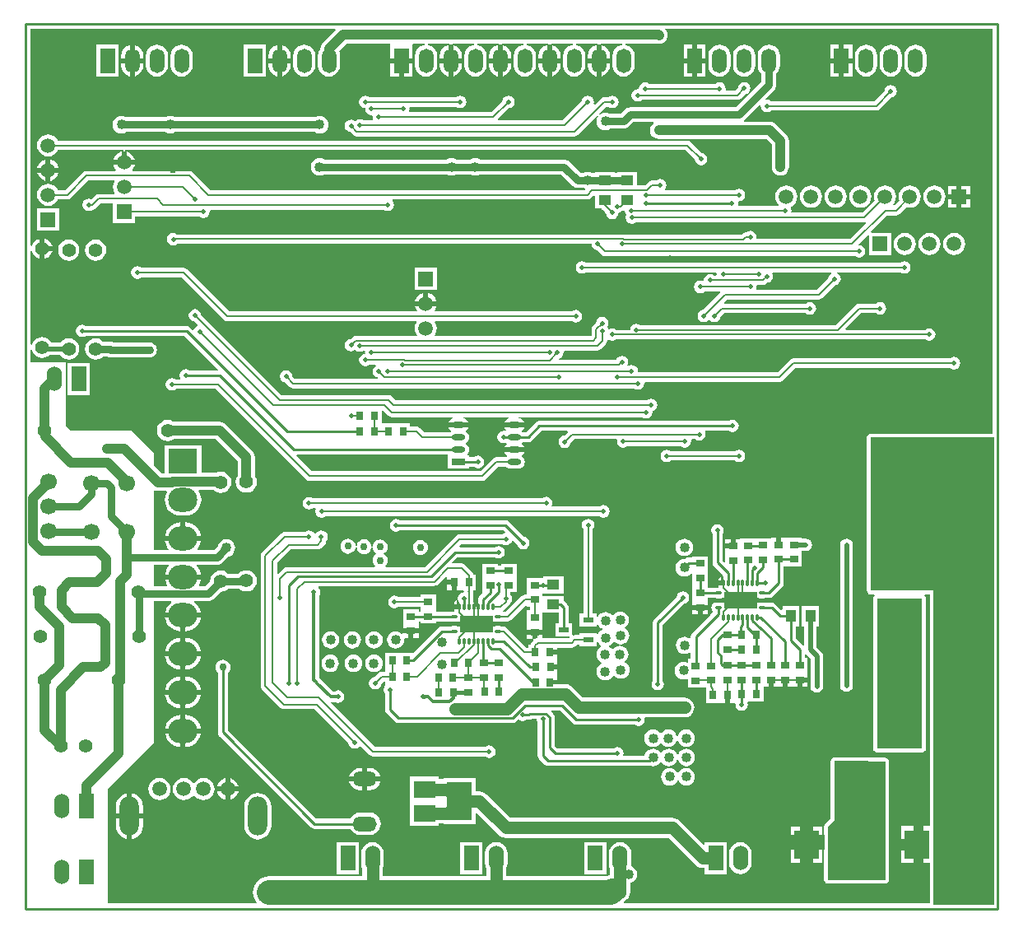
<source format=gbl>
%FSLAX25Y25*%
%MOIN*%
G70*
G01*
G75*
G04 Layer_Physical_Order=2*
G04 Layer_Color=16711680*
%ADD10R,0.03347X0.02756*%
%ADD11O,0.06299X0.01181*%
%ADD12R,0.06299X0.01181*%
%ADD13O,0.01181X0.06299*%
%ADD14R,0.05000X0.06000*%
%ADD15R,0.02756X0.03347*%
%ADD16R,0.05118X0.03937*%
%ADD17R,0.10630X0.03937*%
%ADD18R,0.03543X0.02126*%
%ADD19R,0.01969X0.06299*%
%ADD20R,0.14410X0.07874*%
%ADD21R,0.14410X0.09843*%
%ADD22R,0.21654X0.05630*%
%ADD23R,0.03937X0.10630*%
%ADD24R,0.20866X0.11024*%
%ADD25R,0.03937X0.05118*%
%ADD26R,0.09843X0.15748*%
%ADD27R,0.08661X0.07087*%
%ADD28O,0.09843X0.05906*%
%ADD29R,0.10000X0.07500*%
%ADD30R,0.02126X0.03543*%
%ADD31R,0.06299X0.01969*%
%ADD32R,0.07874X0.14410*%
%ADD33R,0.09843X0.14410*%
%ADD34R,0.02559X0.05315*%
%ADD35R,0.09449X0.08268*%
%ADD36O,0.03543X0.01969*%
%ADD37O,0.03543X0.01969*%
%ADD38R,0.03543X0.01969*%
%ADD39R,0.02362X0.03937*%
%ADD40R,0.03937X0.02362*%
%ADD41C,0.01000*%
%ADD42C,0.00800*%
%ADD43C,0.03000*%
%ADD44C,0.01500*%
%ADD45C,0.04000*%
%ADD46C,0.01200*%
%ADD47C,0.02000*%
%ADD48C,0.10000*%
%ADD49C,0.08000*%
%ADD50C,0.05000*%
%ADD51R,0.10571X0.09351*%
%ADD52R,0.10871X0.13938*%
%ADD53R,0.06400X0.08900*%
%ADD54R,0.08600X0.43171*%
%ADD55R,0.10722X0.08773*%
%ADD56R,0.28371X0.07471*%
%ADD57R,0.07400X0.15300*%
%ADD58R,0.44271X0.10500*%
%ADD59R,0.12367X0.05271*%
%ADD60R,0.10200X0.04900*%
%ADD61R,0.04000X0.18600*%
%ADD62R,0.18900X0.05200*%
%ADD63R,0.07300X0.29900*%
%ADD64R,0.24300X1.56600*%
%ADD65R,0.50200X0.62200*%
%ADD66R,0.24100X0.17400*%
%ADD67R,0.25624X0.17093*%
%ADD68R,0.23600X0.17400*%
%ADD69R,0.05906X0.05906*%
%ADD70C,0.05906*%
%ADD71O,0.06000X0.10000*%
%ADD72R,0.06000X0.10000*%
%ADD73O,0.11811X0.09843*%
%ADD74R,0.11811X0.09843*%
%ADD75O,0.05906X0.09843*%
%ADD76R,0.05906X0.09843*%
%ADD77R,0.09843X0.11811*%
%ADD78O,0.09843X0.11811*%
%ADD79R,0.05906X0.05906*%
%ADD80C,0.06693*%
%ADD81C,0.05500*%
%ADD82O,0.07874X0.15748*%
%ADD83C,0.05512*%
%ADD84C,0.03000*%
%ADD85C,0.02000*%
%ADD86C,0.04000*%
%ADD87O,0.05500X0.02500*%
%ADD88R,0.05500X0.02500*%
%ADD89O,0.01181X0.02756*%
%ADD90O,0.02756X0.01181*%
%ADD91R,0.13386X0.07087*%
%ADD92R,0.09100X0.04600*%
%ADD93R,0.04000X0.22000*%
%ADD94R,0.18000X0.06400*%
%ADD95R,0.05200X0.25200*%
%ADD96R,0.18400X0.60700*%
%ADD97R,0.24600X1.31200*%
%ADD98R,0.50100X0.62100*%
G36*
X391662Y-165971D02*
X342277D01*
X341692Y-166087D01*
X341196Y-166419D01*
X340864Y-166915D01*
X340748Y-167500D01*
Y-229600D01*
X340864Y-230185D01*
X341196Y-230681D01*
X341692Y-231013D01*
X342277Y-231129D01*
X343716D01*
X343861Y-231608D01*
X343696Y-231719D01*
X343364Y-232215D01*
X343248Y-232800D01*
Y-293500D01*
X343364Y-294085D01*
X343696Y-294581D01*
X344192Y-294913D01*
X344777Y-295029D01*
X363177D01*
X363762Y-294913D01*
X364259Y-294581D01*
X364590Y-294085D01*
X364707Y-293500D01*
Y-232800D01*
X364590Y-232215D01*
X364259Y-231719D01*
X364093Y-231608D01*
X364238Y-231129D01*
X366148D01*
Y-324894D01*
X362109D01*
Y-332301D01*
Y-339705D01*
X366148D01*
Y-356262D01*
X242406D01*
X242214Y-355800D01*
X242264Y-355750D01*
X242682Y-355241D01*
X242794Y-355194D01*
X243630Y-354553D01*
X244271Y-353717D01*
X244674Y-352744D01*
X244812Y-351700D01*
Y-347947D01*
X245091Y-347910D01*
X245942Y-347557D01*
X246673Y-346996D01*
X247234Y-346265D01*
X247587Y-345414D01*
X247707Y-344500D01*
X247587Y-343586D01*
X247234Y-342735D01*
X246673Y-342004D01*
X245942Y-341443D01*
X245162Y-341120D01*
X245316Y-339950D01*
Y-335950D01*
X245161Y-334775D01*
X244708Y-333681D01*
X243987Y-332741D01*
X243047Y-332019D01*
X241952Y-331566D01*
X240777Y-331411D01*
X239602Y-331566D01*
X238508Y-332019D01*
X237568Y-332741D01*
X236846Y-333681D01*
X236393Y-334775D01*
X236238Y-335950D01*
Y-339950D01*
X236393Y-341125D01*
X236743Y-341969D01*
Y-344689D01*
X236372Y-344725D01*
X235146Y-345097D01*
X235013Y-345169D01*
X194662D01*
Y-341969D01*
X195011Y-341125D01*
X195166Y-339950D01*
Y-335950D01*
X195011Y-334775D01*
X194558Y-333681D01*
X193837Y-332741D01*
X192897Y-332019D01*
X191802Y-331566D01*
X190627Y-331411D01*
X189453Y-331566D01*
X188358Y-332019D01*
X187418Y-332741D01*
X186697Y-333681D01*
X186243Y-334775D01*
X186088Y-335950D01*
Y-339950D01*
X186243Y-341125D01*
X186593Y-341969D01*
Y-345169D01*
X144512D01*
Y-341969D01*
X144861Y-341125D01*
X145016Y-339950D01*
Y-335950D01*
X144861Y-334775D01*
X144408Y-333681D01*
X143687Y-332741D01*
X142747Y-332019D01*
X141652Y-331566D01*
X140477Y-331411D01*
X139303Y-331566D01*
X138208Y-332019D01*
X137268Y-332741D01*
X136547Y-333681D01*
X136093Y-334775D01*
X135938Y-335950D01*
Y-339950D01*
X136093Y-341125D01*
X136443Y-341969D01*
Y-345169D01*
X98577D01*
X97303Y-345294D01*
X96078Y-345666D01*
X94949Y-346269D01*
X93959Y-347082D01*
X93147Y-348071D01*
X92543Y-349201D01*
X92171Y-350426D01*
X92046Y-351700D01*
X92171Y-352974D01*
X92543Y-354200D01*
X93147Y-355329D01*
X93541Y-355810D01*
X93327Y-356262D01*
X33300D01*
Y-309800D01*
X51835Y-291265D01*
Y-233917D01*
X58808D01*
X58976Y-234388D01*
X58233Y-234998D01*
X57430Y-235976D01*
X56834Y-237092D01*
X56467Y-238302D01*
X56441Y-238561D01*
X71118D01*
X71092Y-238302D01*
X70725Y-237092D01*
X70129Y-235976D01*
X69326Y-234998D01*
X68348Y-234196D01*
X68418Y-233917D01*
X73886D01*
X74669Y-233814D01*
X75399Y-233512D01*
X76025Y-233031D01*
X76025Y-233031D01*
X76025Y-233031D01*
X79065Y-229991D01*
X79077Y-229993D01*
X80188Y-229846D01*
X81223Y-229417D01*
X82112Y-228735D01*
X82120Y-228726D01*
X86460D01*
X87231Y-229317D01*
X88266Y-229746D01*
X89377Y-229893D01*
X90488Y-229746D01*
X91523Y-229317D01*
X92413Y-228635D01*
X93095Y-227746D01*
X93524Y-226711D01*
X93670Y-225600D01*
X93524Y-224489D01*
X93095Y-223454D01*
X92413Y-222565D01*
X91523Y-221883D01*
X90488Y-221454D01*
X89377Y-221307D01*
X88266Y-221454D01*
X87231Y-221883D01*
X86342Y-222565D01*
X86258Y-222674D01*
X82120D01*
X82112Y-222665D01*
X81223Y-221983D01*
X80188Y-221554D01*
X79077Y-221407D01*
X77966Y-221554D01*
X76931Y-221983D01*
X76042Y-222665D01*
X75360Y-223554D01*
X74931Y-224589D01*
X74785Y-225700D01*
X74786Y-225712D01*
X72632Y-227866D01*
X70449D01*
X70192Y-227437D01*
X70725Y-226439D01*
X71092Y-225229D01*
X71118Y-224970D01*
X56441D01*
X56467Y-225229D01*
X56834Y-226439D01*
X57367Y-227437D01*
X57110Y-227866D01*
X51835D01*
Y-219126D01*
X57879D01*
X58093Y-219578D01*
X57430Y-220386D01*
X56834Y-221501D01*
X56467Y-222711D01*
X56441Y-222970D01*
X71118D01*
X71092Y-222711D01*
X70725Y-221501D01*
X70129Y-220386D01*
X69326Y-219408D01*
X69427Y-219126D01*
X77508D01*
X78291Y-219023D01*
X78807Y-218809D01*
X79021Y-218721D01*
X79647Y-218240D01*
X82240Y-215647D01*
X82291Y-215640D01*
X83142Y-215288D01*
X83873Y-214726D01*
X84434Y-213995D01*
X84787Y-213144D01*
X84907Y-212230D01*
X84787Y-211317D01*
X84434Y-210465D01*
X83873Y-209734D01*
X83142Y-209173D01*
X82291Y-208820D01*
X81377Y-208700D01*
X80463Y-208820D01*
X79612Y-209173D01*
X78881Y-209734D01*
X78320Y-210465D01*
X77967Y-211317D01*
X77961Y-211368D01*
X76254Y-213074D01*
X69803D01*
X69589Y-212622D01*
X70129Y-211964D01*
X70725Y-210849D01*
X71092Y-209638D01*
X71118Y-209380D01*
X56441D01*
X56467Y-209638D01*
X56834Y-210849D01*
X57430Y-211964D01*
X57970Y-212622D01*
X57756Y-213074D01*
X51835D01*
Y-189207D01*
X52251Y-188929D01*
X52686Y-189110D01*
X53600Y-189230D01*
X56930D01*
X57187Y-189659D01*
X56834Y-190320D01*
X56467Y-191530D01*
X56343Y-192789D01*
X56467Y-194048D01*
X56834Y-195258D01*
X57430Y-196374D01*
X58233Y-197352D01*
X59211Y-198154D01*
X60326Y-198750D01*
X61537Y-199117D01*
X62795Y-199241D01*
X64764D01*
X66023Y-199117D01*
X67233Y-198750D01*
X68348Y-198154D01*
X69326Y-197352D01*
X70129Y-196374D01*
X70725Y-195258D01*
X71092Y-194048D01*
X71216Y-192789D01*
X71092Y-191530D01*
X70725Y-190320D01*
X70129Y-189204D01*
X70274Y-188898D01*
X76254D01*
X76931Y-189418D01*
X77966Y-189846D01*
X79077Y-189993D01*
X80188Y-189846D01*
X81223Y-189418D01*
X82112Y-188735D01*
X82795Y-187846D01*
X83224Y-186811D01*
X83370Y-185700D01*
X83224Y-184589D01*
X82795Y-183554D01*
X82112Y-182665D01*
X81223Y-181983D01*
X80188Y-181554D01*
X79077Y-181407D01*
X77966Y-181554D01*
X77281Y-181838D01*
X71185D01*
Y-170777D01*
X56374D01*
Y-182170D01*
X55062D01*
X51835Y-178942D01*
Y-173635D01*
X42900Y-164700D01*
X18200D01*
X16200Y-162700D01*
Y-137200D01*
X2039D01*
Y-132276D01*
X2531Y-132211D01*
X2960Y-133246D01*
X3642Y-134135D01*
X4531Y-134818D01*
X5566Y-135246D01*
X6677Y-135393D01*
X7788Y-135246D01*
X8823Y-134818D01*
X9564Y-134249D01*
X14069D01*
X14442Y-134735D01*
X15331Y-135417D01*
X16366Y-135846D01*
X17477Y-135993D01*
X18588Y-135846D01*
X19624Y-135417D01*
X20513Y-134735D01*
X21195Y-133846D01*
X21624Y-132811D01*
X21770Y-131700D01*
X21624Y-130589D01*
X21195Y-129554D01*
X20513Y-128665D01*
X19624Y-127982D01*
X18588Y-127554D01*
X17477Y-127407D01*
X16366Y-127554D01*
X15331Y-127982D01*
X14442Y-128665D01*
X14069Y-129151D01*
X10476D01*
X10395Y-128954D01*
X9713Y-128065D01*
X8823Y-127383D01*
X7788Y-126954D01*
X6677Y-126807D01*
X5566Y-126954D01*
X4531Y-127383D01*
X3642Y-128065D01*
X2960Y-128954D01*
X2531Y-129989D01*
X2039Y-129924D01*
Y-92276D01*
X2531Y-92211D01*
X2960Y-93246D01*
X3642Y-94135D01*
X4531Y-94818D01*
X5566Y-95246D01*
X5677Y-95261D01*
Y-91101D01*
Y-86939D01*
X5566Y-86954D01*
X4531Y-87383D01*
X3642Y-88065D01*
X2960Y-88954D01*
X2531Y-89989D01*
X2039Y-89924D01*
Y-2039D01*
X125415D01*
X125606Y-2501D01*
X120381Y-7727D01*
X119820Y-8458D01*
X119467Y-9309D01*
X119347Y-10223D01*
Y-10318D01*
X118988Y-10786D01*
X118539Y-11869D01*
X118386Y-13032D01*
Y-16969D01*
X118539Y-18131D01*
X118988Y-19214D01*
X119702Y-20144D01*
X120632Y-20858D01*
X121715Y-21307D01*
X122877Y-21460D01*
X124040Y-21307D01*
X125123Y-20858D01*
X126053Y-20144D01*
X126767Y-19214D01*
X127215Y-18131D01*
X127368Y-16969D01*
Y-13032D01*
X127215Y-11869D01*
X126925Y-11168D01*
X129962Y-8130D01*
X147724D01*
Y-8579D01*
X147724D01*
Y-14000D01*
X156630D01*
Y-8579D01*
X156630D01*
Y-8484D01*
X156983Y-8130D01*
X161470D01*
X161503Y-8629D01*
X161015Y-8693D01*
X159932Y-9142D01*
X159002Y-9856D01*
X158288Y-10786D01*
X157839Y-11869D01*
X157686Y-13032D01*
Y-16969D01*
X157839Y-18131D01*
X158288Y-19214D01*
X159002Y-20144D01*
X159932Y-20858D01*
X161015Y-21307D01*
X162177Y-21460D01*
X163340Y-21307D01*
X164423Y-20858D01*
X165353Y-20144D01*
X166067Y-19214D01*
X166515Y-18131D01*
X166668Y-16969D01*
Y-13032D01*
X166515Y-11869D01*
X166067Y-10786D01*
X165353Y-9856D01*
X164423Y-9142D01*
X163340Y-8693D01*
X162852Y-8629D01*
X162884Y-8130D01*
X171470D01*
X171503Y-8629D01*
X172177Y-8540D01*
X172852Y-8629D01*
X172885Y-8130D01*
X181470D01*
X181503Y-8629D01*
X181015Y-8693D01*
X179932Y-9142D01*
X179001Y-9856D01*
X178288Y-10786D01*
X177839Y-11869D01*
X177686Y-13032D01*
Y-16969D01*
X177839Y-18131D01*
X178288Y-19214D01*
X179001Y-20144D01*
X179932Y-20858D01*
X181015Y-21307D01*
X182177Y-21460D01*
X183340Y-21307D01*
X184423Y-20858D01*
X185353Y-20144D01*
X186067Y-19214D01*
X186515Y-18131D01*
X186668Y-16969D01*
Y-13032D01*
X186515Y-11869D01*
X186067Y-10786D01*
X185353Y-9856D01*
X184423Y-9142D01*
X183340Y-8693D01*
X182852Y-8629D01*
X182885Y-8130D01*
X191470D01*
X191503Y-8629D01*
X192177Y-8540D01*
X192852Y-8629D01*
X192885Y-8130D01*
X201470D01*
X201503Y-8629D01*
X201015Y-8693D01*
X199932Y-9142D01*
X199002Y-9856D01*
X198288Y-10786D01*
X197839Y-11869D01*
X197686Y-13032D01*
Y-16969D01*
X197839Y-18131D01*
X198288Y-19214D01*
X199002Y-20144D01*
X199932Y-20858D01*
X201015Y-21307D01*
X202177Y-21460D01*
X203340Y-21307D01*
X204423Y-20858D01*
X205353Y-20144D01*
X206067Y-19214D01*
X206515Y-18131D01*
X206668Y-16969D01*
Y-13032D01*
X206515Y-11869D01*
X206067Y-10786D01*
X205353Y-9856D01*
X204423Y-9142D01*
X203340Y-8693D01*
X202852Y-8629D01*
X202885Y-8130D01*
X211470D01*
X211503Y-8629D01*
X212177Y-8540D01*
X212852Y-8629D01*
X212884Y-8130D01*
X221470D01*
X221503Y-8629D01*
X221015Y-8693D01*
X219932Y-9142D01*
X219002Y-9856D01*
X218288Y-10786D01*
X217839Y-11869D01*
X217686Y-13032D01*
Y-16969D01*
X217839Y-18131D01*
X218288Y-19214D01*
X219002Y-20144D01*
X219932Y-20858D01*
X221015Y-21307D01*
X222177Y-21460D01*
X223340Y-21307D01*
X224423Y-20858D01*
X225353Y-20144D01*
X226067Y-19214D01*
X226515Y-18131D01*
X226668Y-16969D01*
Y-13032D01*
X226515Y-11869D01*
X226067Y-10786D01*
X225353Y-9856D01*
X224423Y-9142D01*
X223340Y-8693D01*
X222852Y-8629D01*
X222884Y-8130D01*
X231470D01*
X231503Y-8629D01*
X232177Y-8540D01*
X232852Y-8629D01*
X232885Y-8130D01*
X241470D01*
X241503Y-8629D01*
X241015Y-8693D01*
X239932Y-9142D01*
X239001Y-9856D01*
X238288Y-10786D01*
X237839Y-11869D01*
X237686Y-13032D01*
Y-16969D01*
X237839Y-18131D01*
X238288Y-19214D01*
X239001Y-20144D01*
X239932Y-20858D01*
X241015Y-21307D01*
X242177Y-21460D01*
X243340Y-21307D01*
X244423Y-20858D01*
X245353Y-20144D01*
X246067Y-19214D01*
X246515Y-18131D01*
X246668Y-16969D01*
Y-13032D01*
X246515Y-11869D01*
X246067Y-10786D01*
X245353Y-9856D01*
X244423Y-9142D01*
X243340Y-8693D01*
X242852Y-8629D01*
X242884Y-8130D01*
X255740D01*
X256500Y-8230D01*
X257414Y-8110D01*
X258265Y-7757D01*
X258996Y-7196D01*
X259557Y-6465D01*
X259910Y-5614D01*
X260030Y-4700D01*
X259910Y-3786D01*
X259557Y-2935D01*
X258996Y-2204D01*
X258896Y-2104D01*
X258918Y-2039D01*
X391662D01*
Y-165971D01*
D02*
G37*
%LPC*%
G36*
X141111Y-245970D02*
X140197Y-246090D01*
X139346Y-246443D01*
X138614Y-247004D01*
X138053Y-247735D01*
X137701Y-248586D01*
X137580Y-249500D01*
X137701Y-250414D01*
X138053Y-251265D01*
X138614Y-251996D01*
X139346Y-252557D01*
X140197Y-252910D01*
X141111Y-253030D01*
X142024Y-252910D01*
X142876Y-252557D01*
X143607Y-251996D01*
X144168Y-251265D01*
X144520Y-250414D01*
X144641Y-249500D01*
X144520Y-248586D01*
X144168Y-247735D01*
X143607Y-247004D01*
X142876Y-246443D01*
X142024Y-246090D01*
X141111Y-245970D01*
D02*
G37*
G36*
X149877D02*
X148963Y-246090D01*
X148112Y-246443D01*
X147381Y-247004D01*
X146820Y-247735D01*
X146467Y-248586D01*
X146347Y-249500D01*
X146467Y-250414D01*
X146820Y-251265D01*
X147381Y-251996D01*
X148112Y-252557D01*
X148963Y-252910D01*
X149877Y-253030D01*
X150791Y-252910D01*
X151642Y-252557D01*
X152373Y-251996D01*
X152934Y-251265D01*
X153287Y-250414D01*
X153407Y-249500D01*
X153362Y-249154D01*
X153691Y-248778D01*
X154977D01*
Y-246900D01*
X152804D01*
Y-246769D01*
X152356Y-246990D01*
X151642Y-246443D01*
X150791Y-246090D01*
X149877Y-245970D01*
D02*
G37*
G36*
X123577D02*
X122663Y-246090D01*
X121812Y-246443D01*
X121081Y-247004D01*
X120520Y-247735D01*
X120167Y-248586D01*
X120047Y-249500D01*
X120167Y-250414D01*
X120520Y-251265D01*
X121081Y-251996D01*
X121812Y-252557D01*
X122663Y-252910D01*
X123577Y-253030D01*
X124491Y-252910D01*
X125342Y-252557D01*
X126073Y-251996D01*
X126634Y-251265D01*
X126987Y-250414D01*
X127107Y-249500D01*
X126987Y-248586D01*
X126634Y-247735D01*
X126073Y-247004D01*
X125342Y-246443D01*
X124491Y-246090D01*
X123577Y-245970D01*
D02*
G37*
G36*
X132344D02*
X131430Y-246090D01*
X130579Y-246443D01*
X129848Y-247004D01*
X129287Y-247735D01*
X128934Y-248586D01*
X128814Y-249500D01*
X128934Y-250414D01*
X129287Y-251265D01*
X129848Y-251996D01*
X130579Y-252557D01*
X131430Y-252910D01*
X132344Y-253030D01*
X133257Y-252910D01*
X134109Y-252557D01*
X134840Y-251996D01*
X135401Y-251265D01*
X135754Y-250414D01*
X135874Y-249500D01*
X135754Y-248586D01*
X135401Y-247735D01*
X134840Y-247004D01*
X134109Y-246443D01*
X133257Y-246090D01*
X132344Y-245970D01*
D02*
G37*
G36*
X205277Y-247400D02*
X203104D01*
Y-249278D01*
X205277D01*
Y-247400D01*
D02*
G37*
G36*
X71118Y-240561D02*
X64780D01*
Y-246012D01*
X66023Y-245889D01*
X67233Y-245522D01*
X68348Y-244926D01*
X69326Y-244123D01*
X70129Y-243146D01*
X70725Y-242030D01*
X71092Y-240820D01*
X71118Y-240561D01*
D02*
G37*
G36*
X272177Y-237400D02*
X270004D01*
Y-239278D01*
X272177D01*
Y-237400D01*
D02*
G37*
G36*
X159150Y-246900D02*
X156977D01*
Y-248778D01*
X159150D01*
Y-246900D01*
D02*
G37*
G36*
X62780Y-240561D02*
X56441D01*
X56467Y-240820D01*
X56834Y-242030D01*
X57430Y-243146D01*
X58233Y-244123D01*
X59211Y-244926D01*
X60326Y-245522D01*
X61537Y-245889D01*
X62780Y-246012D01*
Y-240561D01*
D02*
G37*
G36*
X64780Y-248701D02*
Y-254151D01*
X71118D01*
X71092Y-253893D01*
X70725Y-252682D01*
X70129Y-251567D01*
X69326Y-250589D01*
X68348Y-249786D01*
X67233Y-249190D01*
X66023Y-248823D01*
X64780Y-248701D01*
D02*
G37*
G36*
X316650Y-266700D02*
X314477D01*
Y-268578D01*
X316650D01*
Y-266700D01*
D02*
G37*
G36*
X123377Y-255470D02*
X122464Y-255590D01*
X121612Y-255943D01*
X120881Y-256504D01*
X120320Y-257235D01*
X119967Y-258086D01*
X119847Y-259000D01*
X119967Y-259914D01*
X120320Y-260765D01*
X120881Y-261496D01*
X121612Y-262057D01*
X122464Y-262410D01*
X123377Y-262530D01*
X124291Y-262410D01*
X125142Y-262057D01*
X125873Y-261496D01*
X126434Y-260765D01*
X126787Y-259914D01*
X126907Y-259000D01*
X126787Y-258086D01*
X126434Y-257235D01*
X125873Y-256504D01*
X125142Y-255943D01*
X124291Y-255590D01*
X123377Y-255470D01*
D02*
G37*
G36*
X62780Y-264291D02*
X61537Y-264414D01*
X60326Y-264781D01*
X59211Y-265377D01*
X58233Y-266179D01*
X57430Y-267157D01*
X56834Y-268273D01*
X56467Y-269483D01*
X56441Y-269742D01*
X62780D01*
Y-264291D01*
D02*
G37*
G36*
X64780D02*
Y-269742D01*
X71118D01*
X71092Y-269483D01*
X70725Y-268273D01*
X70129Y-267157D01*
X69326Y-266179D01*
X68348Y-265377D01*
X67233Y-264781D01*
X66023Y-264414D01*
X64780Y-264291D01*
D02*
G37*
G36*
X132777Y-255470D02*
X131863Y-255590D01*
X131012Y-255943D01*
X130281Y-256504D01*
X129720Y-257235D01*
X129367Y-258086D01*
X129247Y-259000D01*
X129367Y-259914D01*
X129720Y-260765D01*
X130281Y-261496D01*
X131012Y-262057D01*
X131863Y-262410D01*
X132777Y-262530D01*
X133691Y-262410D01*
X134542Y-262057D01*
X135273Y-261496D01*
X135834Y-260765D01*
X136187Y-259914D01*
X136307Y-259000D01*
X136187Y-258086D01*
X135834Y-257235D01*
X135273Y-256504D01*
X134542Y-255943D01*
X133691Y-255590D01*
X132777Y-255470D01*
D02*
G37*
G36*
X71118Y-256151D02*
X64780D01*
Y-261602D01*
X66023Y-261480D01*
X67233Y-261113D01*
X68348Y-260516D01*
X69326Y-259714D01*
X70129Y-258736D01*
X70725Y-257621D01*
X71092Y-256410D01*
X71118Y-256151D01*
D02*
G37*
G36*
X62780Y-248701D02*
X61537Y-248823D01*
X60326Y-249190D01*
X59211Y-249786D01*
X58233Y-250589D01*
X57430Y-251567D01*
X56834Y-252682D01*
X56467Y-253893D01*
X56441Y-254151D01*
X62780D01*
Y-248701D01*
D02*
G37*
G36*
X141077Y-255470D02*
X140164Y-255590D01*
X139312Y-255943D01*
X138581Y-256504D01*
X138020Y-257235D01*
X137667Y-258086D01*
X137547Y-259000D01*
X137667Y-259914D01*
X138020Y-260765D01*
X138581Y-261496D01*
X139312Y-262057D01*
X140164Y-262410D01*
X141077Y-262530D01*
X141991Y-262410D01*
X142842Y-262057D01*
X143573Y-261496D01*
X144134Y-260765D01*
X144487Y-259914D01*
X144607Y-259000D01*
X144487Y-258086D01*
X144134Y-257235D01*
X143573Y-256504D01*
X142842Y-255943D01*
X141991Y-255590D01*
X141077Y-255470D01*
D02*
G37*
G36*
X62780Y-256151D02*
X56441D01*
X56467Y-256410D01*
X56834Y-257621D01*
X57430Y-258736D01*
X58233Y-259714D01*
X59211Y-260516D01*
X60326Y-261113D01*
X61537Y-261480D01*
X62780Y-261602D01*
Y-256151D01*
D02*
G37*
G36*
X210803Y-191548D02*
X209828Y-191742D01*
X209198Y-192163D01*
X116228D01*
X115753Y-191845D01*
X114777Y-191651D01*
X113802Y-191845D01*
X112975Y-192398D01*
X112422Y-193225D01*
X112228Y-194200D01*
X112422Y-195176D01*
X112975Y-196002D01*
X113802Y-196555D01*
X114777Y-196749D01*
X115753Y-196555D01*
X116527Y-196037D01*
X117317D01*
X117553Y-196478D01*
X117522Y-196525D01*
X117328Y-197500D01*
X117522Y-198476D01*
X118075Y-199302D01*
X118902Y-199855D01*
X119877Y-200049D01*
X120853Y-199855D01*
X121478Y-199437D01*
X232499D01*
X233125Y-199855D01*
X234100Y-200049D01*
X235075Y-199855D01*
X235902Y-199302D01*
X236455Y-198476D01*
X236649Y-197500D01*
X236455Y-196525D01*
X235902Y-195698D01*
X235075Y-195145D01*
X234100Y-194951D01*
X233125Y-195145D01*
X232499Y-195563D01*
X213361D01*
X213125Y-195122D01*
X213158Y-195072D01*
X213352Y-194097D01*
X213158Y-193121D01*
X212606Y-192295D01*
X211779Y-191742D01*
X210803Y-191548D01*
D02*
G37*
G36*
X57500Y-160407D02*
X56389Y-160554D01*
X55354Y-160983D01*
X54465Y-161665D01*
X53782Y-162554D01*
X53354Y-163589D01*
X53207Y-164700D01*
X53354Y-165811D01*
X53782Y-166846D01*
X54465Y-167735D01*
X55354Y-168418D01*
X56389Y-168846D01*
X57500Y-168993D01*
X58611Y-168846D01*
X59646Y-168418D01*
X59891Y-168230D01*
X77115D01*
X85847Y-176962D01*
Y-183210D01*
X85660Y-183454D01*
X85231Y-184489D01*
X85085Y-185600D01*
X85231Y-186711D01*
X85660Y-187746D01*
X86342Y-188635D01*
X87231Y-189318D01*
X88266Y-189746D01*
X89377Y-189893D01*
X90488Y-189746D01*
X91523Y-189318D01*
X92413Y-188635D01*
X93095Y-187746D01*
X93524Y-186711D01*
X93670Y-185600D01*
X93524Y-184489D01*
X93095Y-183454D01*
X92907Y-183210D01*
Y-175500D01*
X92787Y-174586D01*
X92434Y-173735D01*
X91873Y-173004D01*
X81073Y-162204D01*
X80342Y-161643D01*
X79491Y-161290D01*
X78577Y-161170D01*
X59891D01*
X59646Y-160983D01*
X58611Y-160554D01*
X57500Y-160407D01*
D02*
G37*
G36*
X62780Y-201929D02*
X61537Y-202051D01*
X60326Y-202418D01*
X59211Y-203015D01*
X58233Y-203817D01*
X57430Y-204795D01*
X56834Y-205910D01*
X56467Y-207121D01*
X56441Y-207380D01*
X62780D01*
Y-201929D01*
D02*
G37*
G36*
X64780D02*
Y-207380D01*
X71118D01*
X71092Y-207121D01*
X70725Y-205910D01*
X70129Y-204795D01*
X69326Y-203817D01*
X68348Y-203015D01*
X67233Y-202418D01*
X66023Y-202051D01*
X64780Y-201929D01*
D02*
G37*
G36*
X288900Y-172451D02*
X287925Y-172645D01*
X287299Y-173063D01*
X261301D01*
X260676Y-172645D01*
X259700Y-172451D01*
X258724Y-172645D01*
X257898Y-173198D01*
X257345Y-174024D01*
X257151Y-175000D01*
X257345Y-175976D01*
X257898Y-176802D01*
X258724Y-177355D01*
X259700Y-177549D01*
X260676Y-177355D01*
X261301Y-176937D01*
X287299D01*
X287925Y-177355D01*
X288900Y-177549D01*
X289876Y-177355D01*
X290702Y-176802D01*
X291255Y-175976D01*
X291449Y-175000D01*
X291255Y-174024D01*
X290702Y-173198D01*
X289876Y-172645D01*
X288900Y-172451D01*
D02*
G37*
G36*
X28377Y-127407D02*
X27266Y-127554D01*
X26231Y-127982D01*
X25342Y-128665D01*
X24660Y-129554D01*
X24231Y-130589D01*
X24085Y-131700D01*
X24231Y-132811D01*
X24660Y-133846D01*
X25342Y-134735D01*
X26231Y-135417D01*
X27266Y-135846D01*
X28377Y-135993D01*
X29488Y-135846D01*
X30523Y-135417D01*
X31413Y-134735D01*
X31420Y-134726D01*
X32996D01*
X33720Y-135026D01*
X34503Y-135129D01*
X50203D01*
X50986Y-135026D01*
X51716Y-134724D01*
X52343Y-134243D01*
X52824Y-133616D01*
X53126Y-132886D01*
X53229Y-132103D01*
X53126Y-131320D01*
X52824Y-130590D01*
X52343Y-129964D01*
X51716Y-129483D01*
X50986Y-129180D01*
X50203Y-129077D01*
X35608D01*
X34883Y-128777D01*
X34100Y-128674D01*
X31420D01*
X31413Y-128665D01*
X30523Y-127982D01*
X29488Y-127554D01*
X28377Y-127407D01*
D02*
G37*
G36*
X68600Y-115551D02*
X67624Y-115745D01*
X66798Y-116298D01*
X66245Y-117124D01*
X66051Y-118100D01*
X66245Y-119076D01*
X66798Y-119902D01*
X67624Y-120455D01*
X68362Y-120602D01*
X69651Y-121891D01*
X69602Y-122388D01*
X68814Y-122914D01*
X68262Y-123741D01*
X68243Y-123836D01*
X67765Y-123981D01*
X66742Y-122958D01*
X66080Y-122516D01*
X65300Y-122361D01*
X24425D01*
X23953Y-122045D01*
X22977Y-121851D01*
X22002Y-122045D01*
X21175Y-122598D01*
X20622Y-123424D01*
X20428Y-124400D01*
X20622Y-125375D01*
X21175Y-126202D01*
X22002Y-126755D01*
X22977Y-126949D01*
X23953Y-126755D01*
X24425Y-126439D01*
X64455D01*
X77995Y-139979D01*
X77804Y-140441D01*
X66368D01*
X65895Y-140125D01*
X64920Y-139931D01*
X63944Y-140125D01*
X63117Y-140678D01*
X62565Y-141505D01*
X62371Y-142480D01*
X62565Y-143456D01*
X62676Y-143622D01*
X62440Y-144063D01*
X60901D01*
X60276Y-143645D01*
X59300Y-143451D01*
X58325Y-143645D01*
X57498Y-144198D01*
X56945Y-145025D01*
X56751Y-146000D01*
X56945Y-146976D01*
X57498Y-147802D01*
X58325Y-148355D01*
X59300Y-148549D01*
X60276Y-148355D01*
X60901Y-147937D01*
X77098D01*
X113730Y-184570D01*
X113730D01*
X113730Y-184570D01*
X113730Y-184570D01*
Y-184570D01*
X114359Y-184990D01*
X115100Y-185137D01*
X185000D01*
X185741Y-184990D01*
X186370Y-184570D01*
X186370Y-184570D01*
X186370Y-184570D01*
X191502Y-179437D01*
X194458D01*
X194476Y-179461D01*
X195051Y-179902D01*
X195720Y-180179D01*
X196438Y-180274D01*
X199438D01*
X200156Y-180179D01*
X200825Y-179902D01*
X201399Y-179461D01*
X201840Y-178887D01*
X202117Y-178218D01*
X202212Y-177500D01*
X202117Y-176782D01*
X201840Y-176113D01*
X201399Y-175539D01*
X200825Y-175098D01*
Y-174902D01*
X201399Y-174461D01*
X201840Y-173887D01*
X202000Y-173500D01*
X193876D01*
X194036Y-173887D01*
X194476Y-174461D01*
X194853Y-174750D01*
Y-175250D01*
X194476Y-175539D01*
X194458Y-175563D01*
X190700D01*
X189959Y-175710D01*
X189330Y-176130D01*
X184198Y-181263D01*
X115902D01*
X109641Y-175001D01*
X109832Y-174539D01*
X171050D01*
Y-174750D01*
X171050D01*
Y-180250D01*
X179550D01*
Y-179539D01*
X181754D01*
X182225Y-179854D01*
X183200Y-180048D01*
X184176Y-179854D01*
X185002Y-179301D01*
X185555Y-178474D01*
X185749Y-177499D01*
X185555Y-176523D01*
X185002Y-175696D01*
X184176Y-175144D01*
X183200Y-174950D01*
X182225Y-175144D01*
X181750Y-175461D01*
X179550D01*
Y-174750D01*
X179105D01*
X178884Y-174302D01*
X179202Y-173887D01*
X179479Y-173218D01*
X179574Y-172500D01*
X179479Y-171782D01*
X179202Y-171113D01*
X178761Y-170539D01*
X178187Y-170098D01*
Y-169902D01*
X178761Y-169461D01*
X179202Y-168887D01*
X179479Y-168218D01*
X179574Y-167500D01*
X179479Y-166782D01*
X179202Y-166113D01*
X178761Y-165539D01*
X178187Y-165098D01*
Y-164902D01*
X178761Y-164461D01*
X179202Y-163887D01*
X179362Y-163500D01*
X171238D01*
X171398Y-163887D01*
X171839Y-164461D01*
X172215Y-164750D01*
Y-165250D01*
X171839Y-165539D01*
X171820Y-165563D01*
X161502D01*
X159570Y-163630D01*
X158941Y-163210D01*
X158200Y-163063D01*
X155778D01*
Y-161827D01*
X150022D01*
D01*
D01*
X150022Y-161827D01*
X149873D01*
Y-161827D01*
X144184D01*
Y-156676D01*
X144645Y-156485D01*
X146930Y-158770D01*
X147559Y-159190D01*
X148300Y-159337D01*
X172968D01*
X173066Y-159828D01*
X172413Y-160098D01*
X171839Y-160539D01*
X171398Y-161113D01*
X171238Y-161500D01*
X179362D01*
X179202Y-161113D01*
X178761Y-160539D01*
X178187Y-160098D01*
X177518Y-159821D01*
X176800Y-159726D01*
Y-159691D01*
X177154Y-159337D01*
X195606D01*
X195703Y-159828D01*
X195051Y-160098D01*
X194476Y-160539D01*
X194036Y-161113D01*
X193876Y-161500D01*
X202000D01*
X201840Y-161113D01*
X201399Y-160539D01*
X200825Y-160098D01*
X200156Y-159821D01*
X199438Y-159726D01*
Y-159691D01*
X199791Y-159337D01*
X249699D01*
X250325Y-159755D01*
X251300Y-159949D01*
X252275Y-159755D01*
X253102Y-159202D01*
X253655Y-158376D01*
X253849Y-157400D01*
X253811Y-157208D01*
X254088Y-156792D01*
X254275Y-156755D01*
X255102Y-156202D01*
X255655Y-155376D01*
X255849Y-154400D01*
X255655Y-153425D01*
X255102Y-152598D01*
X254275Y-152045D01*
X253300Y-151851D01*
X252325Y-152045D01*
X251699Y-152463D01*
X149802D01*
X148270Y-150930D01*
X147641Y-150510D01*
X146900Y-150363D01*
X103602D01*
X71102Y-117862D01*
X70955Y-117124D01*
X70402Y-116298D01*
X69576Y-115745D01*
X68600Y-115551D01*
D02*
G37*
G36*
X286300Y-160351D02*
X285325Y-160545D01*
X284852Y-160861D01*
X208100D01*
X207320Y-161016D01*
X206658Y-161458D01*
X202655Y-165461D01*
X201298D01*
X200825Y-165098D01*
Y-164902D01*
X201399Y-164461D01*
X201840Y-163887D01*
X202000Y-163500D01*
X193876D01*
X194036Y-163887D01*
X194476Y-164461D01*
X194587Y-164546D01*
X194381Y-165001D01*
X193618Y-164850D01*
X192642Y-165044D01*
X191815Y-165596D01*
X191263Y-166423D01*
X191069Y-167399D01*
X191263Y-168374D01*
X191815Y-169201D01*
X192642Y-169754D01*
X193618Y-169948D01*
X194466Y-169779D01*
X194784Y-170040D01*
X194853Y-170142D01*
Y-170250D01*
X194476Y-170539D01*
X194036Y-171113D01*
X193876Y-171500D01*
X202000D01*
X201840Y-171113D01*
X201399Y-170539D01*
X200825Y-170098D01*
Y-169902D01*
X201298Y-169539D01*
X203500D01*
X204280Y-169384D01*
X204942Y-168942D01*
X208945Y-164939D01*
X219368D01*
X219559Y-165401D01*
X218162Y-166798D01*
X217425Y-166945D01*
X216598Y-167498D01*
X216045Y-168324D01*
X215851Y-169300D01*
X216045Y-170275D01*
X216598Y-171102D01*
X217425Y-171655D01*
X218400Y-171849D01*
X219375Y-171655D01*
X220202Y-171102D01*
X220755Y-170275D01*
X220902Y-169538D01*
X222202Y-168237D01*
X239329D01*
X239646Y-168624D01*
X239551Y-169100D01*
X239745Y-170076D01*
X240298Y-170902D01*
X241125Y-171455D01*
X242100Y-171649D01*
X243075Y-171455D01*
X243701Y-171037D01*
X265499D01*
X266125Y-171455D01*
X267100Y-171649D01*
X268075Y-171455D01*
X268902Y-170902D01*
X269455Y-170076D01*
X269649Y-169100D01*
X269554Y-168624D01*
X269871Y-168237D01*
X271199D01*
X271825Y-168655D01*
X272800Y-168849D01*
X273776Y-168655D01*
X274602Y-168102D01*
X275155Y-167276D01*
X275349Y-166300D01*
X275155Y-165325D01*
X275361Y-164939D01*
X284852D01*
X285325Y-165255D01*
X286300Y-165449D01*
X287276Y-165255D01*
X288102Y-164702D01*
X288655Y-163875D01*
X288849Y-162900D01*
X288655Y-161925D01*
X288102Y-161098D01*
X287276Y-160545D01*
X286300Y-160351D01*
D02*
G37*
G36*
X26077Y-137300D02*
X17077D01*
Y-150300D01*
X26077D01*
Y-137300D01*
D02*
G37*
G36*
X285477Y-208717D02*
X283304D01*
Y-210595D01*
X285477D01*
Y-208717D01*
D02*
G37*
G36*
X297670Y-234321D02*
X297548D01*
X296732Y-234483D01*
X296707Y-234500D01*
X282247D01*
X282222Y-234483D01*
X281406Y-234321D01*
X281284D01*
Y-234321D01*
X279832D01*
X279016Y-234484D01*
X278324Y-234946D01*
X277862Y-235637D01*
X277700Y-236453D01*
X277862Y-237268D01*
X278324Y-237960D01*
X277299Y-239494D01*
X270035Y-246758D01*
X269593Y-247420D01*
X269438Y-248200D01*
Y-248688D01*
X268990Y-248909D01*
X268642Y-248643D01*
X267791Y-248290D01*
X266877Y-248170D01*
X265964Y-248290D01*
X265112Y-248643D01*
X264381Y-249204D01*
X263820Y-249935D01*
X263467Y-250786D01*
X263347Y-251700D01*
X263467Y-252614D01*
X263820Y-253465D01*
X264381Y-254196D01*
X265112Y-254757D01*
X265964Y-255110D01*
X266877Y-255230D01*
X267791Y-255110D01*
X268642Y-254757D01*
X268990Y-254491D01*
X269438Y-254712D01*
Y-257222D01*
X268227D01*
Y-258386D01*
X267811Y-258664D01*
X267391Y-258490D01*
X266477Y-258370D01*
X265564Y-258490D01*
X264712Y-258843D01*
X263981Y-259404D01*
X263420Y-260135D01*
X263067Y-260986D01*
X262947Y-261900D01*
X263067Y-262814D01*
X263420Y-263665D01*
X263981Y-264396D01*
X264712Y-264957D01*
X265564Y-265310D01*
X266477Y-265430D01*
X267391Y-265310D01*
X267811Y-265136D01*
X268227Y-265414D01*
Y-268883D01*
X274573D01*
Y-268783D01*
X275522D01*
Y-274973D01*
X281278D01*
X281278Y-274973D01*
Y-274973D01*
X281278D01*
X281428D01*
X281631Y-274973D01*
X281632Y-274973D01*
Y-274973D01*
X283306D01*
Y-271799D01*
X285306D01*
Y-274973D01*
X287183D01*
X287183Y-274973D01*
Y-274973D01*
X287307Y-274998D01*
X287585Y-275414D01*
X287528Y-275700D01*
X287722Y-276676D01*
X288275Y-277502D01*
X289102Y-278055D01*
X290077Y-278249D01*
X291053Y-278055D01*
X291880Y-277502D01*
X292432Y-276676D01*
X292626Y-275700D01*
X292432Y-274725D01*
X292513Y-274573D01*
X292955D01*
Y-274573D01*
X292955D01*
X292955Y-274573D01*
X293105D01*
Y-274573D01*
X298861D01*
Y-268578D01*
X300802D01*
Y-265699D01*
X302802D01*
Y-268578D01*
X304466D01*
Y-268578D01*
X306640D01*
Y-265699D01*
X308640D01*
Y-268578D01*
X312477D01*
Y-265699D01*
X313476D01*
Y-264700D01*
X316650D01*
Y-263026D01*
X316650Y-263026D01*
D01*
D01*
X316650Y-262822D01*
Y-262806D01*
Y-262747D01*
X316650Y-262672D01*
X316650Y-262469D01*
X316650Y-262469D01*
X316650D01*
Y-256916D01*
X315516D01*
Y-255241D01*
X315995Y-255096D01*
X316049Y-255176D01*
X318028Y-257156D01*
Y-267897D01*
X317928Y-268400D01*
X318122Y-269375D01*
X318675Y-270202D01*
X319502Y-270755D01*
X320477Y-270949D01*
X321453Y-270755D01*
X322280Y-270202D01*
X322320Y-270143D01*
X322380Y-270102D01*
X322932Y-269275D01*
X323126Y-268300D01*
Y-256100D01*
X322932Y-255124D01*
X322380Y-254298D01*
X320400Y-252318D01*
Y-243959D01*
X321320D01*
Y-235841D01*
X314383D01*
Y-243959D01*
X315302D01*
Y-251588D01*
X314840Y-251779D01*
X312016Y-248955D01*
Y-243959D01*
X313446D01*
Y-235841D01*
X306509D01*
Y-237194D01*
X306047Y-237386D01*
X303672Y-235011D01*
X303010Y-234569D01*
X302230Y-234414D01*
X299587D01*
X299123Y-234321D01*
X297670D01*
Y-234321D01*
D02*
G37*
G36*
X172672Y-227200D02*
X170794D01*
Y-229373D01*
X172672D01*
Y-227200D01*
D02*
G37*
G36*
X276350Y-237400D02*
X274177D01*
Y-239278D01*
X276350D01*
Y-237400D01*
D02*
G37*
G36*
X174587Y-233577D02*
X174080Y-233916D01*
X173618Y-234607D01*
X173498Y-235210D01*
X174587D01*
Y-233577D01*
D02*
G37*
G36*
X281587Y-223977D02*
X281080Y-224316D01*
X280618Y-225007D01*
X280498Y-225610D01*
X281587D01*
Y-223977D01*
D02*
G37*
G36*
X280177Y-202651D02*
X279202Y-202845D01*
X278375Y-203398D01*
X277822Y-204224D01*
X277628Y-205200D01*
X277822Y-206175D01*
X278138Y-206648D01*
Y-218200D01*
X278138Y-218200D01*
X278138D01*
X278293Y-218980D01*
X278735Y-219642D01*
X282377Y-223284D01*
X282232Y-223762D01*
X282517Y-223705D01*
Y-225359D01*
X282424Y-225823D01*
Y-226611D01*
Y-227398D01*
X282467Y-227610D01*
X280498D01*
X280582Y-228029D01*
X280264Y-228416D01*
X279832D01*
X279367Y-228508D01*
X276350D01*
Y-227617D01*
X276350D01*
Y-227484D01*
X276450Y-227383D01*
X276450D01*
Y-221831D01*
X276450Y-221831D01*
D01*
D01*
X276450Y-221628D01*
Y-221612D01*
Y-221553D01*
X276450Y-221478D01*
X276450Y-221274D01*
X276450Y-221274D01*
X276450D01*
Y-215722D01*
X270104D01*
Y-215901D01*
X269718Y-216218D01*
X268877Y-216051D01*
X267902Y-216245D01*
X267093Y-216785D01*
X266850Y-216753D01*
X265936Y-216874D01*
X265085Y-217226D01*
X264353Y-217787D01*
X263792Y-218518D01*
X263440Y-219370D01*
X263319Y-220283D01*
X263440Y-221197D01*
X263792Y-222048D01*
X264353Y-222780D01*
X265085Y-223341D01*
X265936Y-223693D01*
X266850Y-223814D01*
X267763Y-223693D01*
X268615Y-223341D01*
X269346Y-222780D01*
X269631Y-222409D01*
X270104Y-222569D01*
Y-227383D01*
X270104D01*
Y-227517D01*
X270004Y-227617D01*
X270004D01*
Y-233169D01*
X270004Y-233169D01*
X270004D01*
X270004Y-233372D01*
Y-233522D01*
D01*
D01*
D01*
X270004D01*
D01*
Y-235400D01*
X276350D01*
Y-233726D01*
X276350Y-233726D01*
D01*
D01*
X276350Y-233522D01*
Y-233506D01*
Y-233447D01*
X276350Y-233372D01*
X276350Y-233169D01*
X276350Y-233169D01*
X276350D01*
Y-232586D01*
X279367D01*
X279832Y-232679D01*
X281284D01*
Y-232679D01*
X281406D01*
X282222Y-232517D01*
X282247Y-232500D01*
X296707D01*
X296732Y-232517D01*
X297548Y-232679D01*
X297670D01*
Y-232679D01*
X299123D01*
X299587Y-232586D01*
X301030D01*
X301810Y-232431D01*
X302472Y-231989D01*
X306419Y-228042D01*
X306861Y-227380D01*
X307016Y-226600D01*
X307016Y-226600D01*
X307016Y-226600D01*
Y-226600D01*
Y-219783D01*
X314350D01*
Y-214028D01*
D01*
Y-214028D01*
X314351Y-214028D01*
Y-213878D01*
D01*
X314350Y-213549D01*
X316077D01*
X317053Y-213355D01*
X317880Y-212802D01*
X318432Y-211976D01*
X318626Y-211000D01*
X318432Y-210024D01*
X317880Y-209198D01*
X317053Y-208645D01*
X316077Y-208451D01*
X314350D01*
Y-208122D01*
X305977D01*
Y-211001D01*
X303977D01*
Y-208122D01*
X301804D01*
Y-208322D01*
X295604D01*
Y-208422D01*
X289304D01*
Y-208717D01*
X287477D01*
Y-211596D01*
X286478D01*
Y-212595D01*
X283304D01*
Y-214472D01*
X283304Y-214472D01*
X283304Y-214622D01*
X283304D01*
Y-217790D01*
X282842Y-217981D01*
X282216Y-217355D01*
Y-206648D01*
X282532Y-206175D01*
X282726Y-205200D01*
X282532Y-204224D01*
X281980Y-203398D01*
X281153Y-202845D01*
X280177Y-202651D01*
D02*
G37*
G36*
X227800Y-200451D02*
X226825Y-200645D01*
X225998Y-201198D01*
X225445Y-202025D01*
X225251Y-203000D01*
X225445Y-203976D01*
X225863Y-204601D01*
Y-238919D01*
X224331D01*
Y-244281D01*
X231269D01*
Y-243415D01*
X231759Y-243318D01*
X231820Y-243465D01*
X232381Y-244196D01*
X233112Y-244757D01*
X233577Y-244950D01*
Y-245450D01*
X233112Y-245643D01*
X232381Y-246204D01*
X231820Y-246935D01*
X231759Y-247082D01*
X231269Y-246985D01*
Y-246793D01*
X224331D01*
Y-247537D01*
X222426D01*
X221813Y-247659D01*
X221426Y-247342D01*
Y-242856D01*
X219997D01*
Y-236457D01*
X219997Y-236457D01*
X219842Y-235677D01*
X219399Y-235016D01*
X219399Y-235016D01*
X218142Y-233758D01*
X217884Y-233586D01*
X217836Y-233554D01*
Y-231631D01*
X209718D01*
D01*
X209718D01*
X209450Y-231364D01*
Y-230695D01*
X209450D01*
X209718D01*
X209804Y-230695D01*
X209804Y-230695D01*
Y-230695D01*
X217836D01*
Y-223758D01*
X209718D01*
Y-224422D01*
X209450D01*
Y-224422D01*
X203104D01*
Y-229974D01*
X203104Y-229974D01*
X203104D01*
X203104Y-230178D01*
Y-230328D01*
D01*
D01*
X203104D01*
Y-231268D01*
X202172D01*
X201430Y-231416D01*
X200802Y-231836D01*
X194428Y-238210D01*
X193555D01*
X193410Y-237732D01*
X193637Y-237580D01*
X193637D01*
X193637Y-237580D01*
X195847Y-235370D01*
X196267Y-234741D01*
X196329Y-234428D01*
X196832Y-233676D01*
X197026Y-232700D01*
X196832Y-231725D01*
X196414Y-231099D01*
Y-230283D01*
X198850D01*
Y-224731D01*
X198850Y-224731D01*
D01*
D01*
X198851Y-224528D01*
Y-224512D01*
Y-224453D01*
X198850Y-224378D01*
X198850Y-224174D01*
X198850Y-224174D01*
X198850D01*
Y-218622D01*
X192504D01*
Y-219561D01*
X191350D01*
Y-218722D01*
X185004D01*
Y-224274D01*
X185004Y-224274D01*
X185004D01*
X185004Y-224478D01*
Y-224628D01*
D01*
D01*
X185004D01*
Y-230383D01*
X185004Y-230383D01*
X185004D01*
X185064Y-230529D01*
X183988Y-231605D01*
X183546Y-232267D01*
X183391Y-233047D01*
Y-233305D01*
X183391Y-233305D01*
Y-234959D01*
X183298Y-235423D01*
Y-236211D01*
X181656D01*
Y-235423D01*
X181494Y-234607D01*
X181462Y-234559D01*
Y-233297D01*
X181493Y-233291D01*
X181462Y-233266D01*
Y-229700D01*
Y-229373D01*
X182455D01*
Y-223027D01*
X181400D01*
X181367Y-222859D01*
X180947Y-222230D01*
X177847Y-219130D01*
X177218Y-218710D01*
X176477Y-218563D01*
X172852D01*
X172660Y-218101D01*
X174722Y-216039D01*
X190029D01*
X190502Y-216355D01*
X191477Y-216549D01*
X192453Y-216355D01*
X193280Y-215802D01*
X193832Y-214976D01*
X194026Y-214000D01*
X193832Y-213024D01*
X193280Y-212198D01*
X192453Y-211645D01*
X191477Y-211451D01*
X190502Y-211645D01*
X190029Y-211961D01*
X175909D01*
X175718Y-211499D01*
X176580Y-210637D01*
X192877D01*
X193502Y-211055D01*
X194477Y-211249D01*
X195453Y-211055D01*
X196280Y-210502D01*
X196832Y-209676D01*
X196934Y-209164D01*
X197412Y-209019D01*
X199111Y-210718D01*
X199222Y-211276D01*
X199775Y-212102D01*
X200602Y-212655D01*
X201577Y-212849D01*
X202553Y-212655D01*
X203380Y-212102D01*
X203932Y-211276D01*
X204126Y-210300D01*
X203932Y-209325D01*
X203380Y-208498D01*
X202553Y-207945D01*
X201995Y-207834D01*
X195819Y-201658D01*
X195158Y-201216D01*
X194377Y-201061D01*
X151548D01*
X151075Y-200745D01*
X150100Y-200551D01*
X149125Y-200745D01*
X148298Y-201298D01*
X147745Y-202125D01*
X147551Y-203100D01*
X147745Y-204076D01*
X148298Y-204902D01*
X149125Y-205455D01*
X150100Y-205649D01*
X151075Y-205455D01*
X151548Y-205139D01*
X193533D01*
X194158Y-205765D01*
X194013Y-206243D01*
X193502Y-206345D01*
X192877Y-206763D01*
X175777D01*
X175036Y-206910D01*
X174407Y-207330D01*
X161675Y-220063D01*
X145813D01*
X145652Y-219589D01*
X145717Y-219540D01*
X146198Y-218913D01*
X146500Y-218183D01*
X146603Y-217400D01*
X146500Y-216617D01*
X146198Y-215887D01*
X145717Y-215260D01*
X145090Y-214779D01*
Y-214521D01*
X145717Y-214040D01*
X146198Y-213413D01*
X146500Y-212683D01*
X146603Y-211900D01*
X146500Y-211117D01*
X146198Y-210387D01*
X145717Y-209760D01*
X145090Y-209279D01*
X144360Y-208977D01*
X143577Y-208874D01*
X142794Y-208977D01*
X142064Y-209279D01*
X141438Y-209760D01*
X140957Y-210387D01*
X140654Y-211117D01*
X140584Y-211651D01*
X140570D01*
Y-211651D01*
X140084D01*
X140000Y-211013D01*
X139698Y-210283D01*
X139217Y-209656D01*
X138590Y-209176D01*
X137860Y-208873D01*
X137077Y-208770D01*
X136294Y-208873D01*
X135564Y-209176D01*
X134938Y-209656D01*
X134457Y-210283D01*
X134154Y-211013D01*
X134090Y-211501D01*
X134064D01*
Y-211501D01*
X133590D01*
X133500Y-210817D01*
X133198Y-210087D01*
X132717Y-209460D01*
X132090Y-208980D01*
X131360Y-208677D01*
X130577Y-208574D01*
X129794Y-208677D01*
X129064Y-208980D01*
X128438Y-209460D01*
X127957Y-210087D01*
X127654Y-210817D01*
X127551Y-211600D01*
X127654Y-212383D01*
X127957Y-213113D01*
X128438Y-213740D01*
X129064Y-214220D01*
X129794Y-214523D01*
X130577Y-214626D01*
X131360Y-214523D01*
X132090Y-214220D01*
X132717Y-213740D01*
X133198Y-213113D01*
X133500Y-212383D01*
X133564Y-211895D01*
X133590D01*
Y-211895D01*
X134064D01*
X134154Y-212579D01*
X134457Y-213309D01*
X134938Y-213936D01*
X135564Y-214417D01*
X136294Y-214719D01*
X137077Y-214822D01*
X137860Y-214719D01*
X138590Y-214417D01*
X139217Y-213936D01*
X139698Y-213309D01*
X140000Y-212579D01*
X140070Y-212045D01*
X140084D01*
Y-212045D01*
X140570D01*
X140654Y-212683D01*
X140957Y-213413D01*
X141438Y-214040D01*
X141907Y-214400D01*
Y-214900D01*
X141438Y-215260D01*
X140957Y-215887D01*
X140654Y-216617D01*
X140551Y-217400D01*
X140654Y-218183D01*
X140957Y-218913D01*
X141438Y-219540D01*
X141502Y-219589D01*
X141342Y-220063D01*
X105777D01*
X105036Y-220210D01*
X104407Y-220630D01*
X102376Y-222661D01*
X101914Y-222470D01*
Y-218302D01*
X107280Y-212937D01*
X118377D01*
X119118Y-212790D01*
X119747Y-212370D01*
X119747Y-212370D01*
X119747Y-212370D01*
X121147Y-210970D01*
X121567Y-210341D01*
X121714Y-209600D01*
X121714Y-209600D01*
X121714Y-209600D01*
Y-209600D01*
Y-209301D01*
X122132Y-208676D01*
X122326Y-207700D01*
X122132Y-206725D01*
X121580Y-205898D01*
X120753Y-205345D01*
X119777Y-205151D01*
X118802Y-205345D01*
X117975Y-205898D01*
X117527Y-206568D01*
X117027D01*
X116580Y-205898D01*
X115753Y-205345D01*
X114777Y-205151D01*
X113802Y-205345D01*
X113177Y-205763D01*
X104877D01*
X104136Y-205910D01*
X103507Y-206330D01*
X95707Y-214130D01*
X95287Y-214759D01*
X95140Y-215500D01*
Y-268100D01*
X95140Y-268100D01*
X95140D01*
X95287Y-268841D01*
X95707Y-269470D01*
X103255Y-277018D01*
X103884Y-277438D01*
X104625Y-277585D01*
X117123D01*
X130776Y-291238D01*
X130922Y-291975D01*
X131475Y-292802D01*
X132302Y-293355D01*
X133277Y-293549D01*
X134253Y-293355D01*
X135080Y-292802D01*
X135205Y-292614D01*
X135703Y-292565D01*
X139307Y-296170D01*
X139936Y-296590D01*
X140677Y-296737D01*
X186177D01*
X186802Y-297155D01*
X187777Y-297349D01*
X188753Y-297155D01*
X189580Y-296602D01*
X190132Y-295776D01*
X190326Y-294800D01*
X190132Y-293825D01*
X189580Y-292998D01*
X188753Y-292445D01*
X187777Y-292251D01*
X186802Y-292445D01*
X186177Y-292863D01*
X141480D01*
X123466Y-274849D01*
X123577Y-274641D01*
X125182D01*
X125502Y-274855D01*
X126477Y-275049D01*
X127453Y-274855D01*
X128280Y-274302D01*
X128832Y-273476D01*
X129026Y-272500D01*
X128832Y-271525D01*
X128280Y-270698D01*
X127453Y-270145D01*
X126477Y-269951D01*
X125502Y-270145D01*
X125182Y-270359D01*
X124464D01*
X119591Y-265486D01*
X119591Y-265486D01*
X118991Y-264886D01*
X118918Y-264813D01*
Y-231495D01*
X119132Y-231175D01*
X119326Y-230200D01*
X119132Y-229224D01*
X118580Y-228398D01*
X118719Y-227937D01*
X165477D01*
X166218Y-227790D01*
X166847Y-227370D01*
X170332Y-223885D01*
X170794Y-224076D01*
Y-225200D01*
X173673D01*
Y-226199D01*
X174672D01*
Y-229373D01*
X176550D01*
Y-229373D01*
X176550D01*
X176550Y-229373D01*
X176699D01*
Y-229373D01*
X177199D01*
X177517Y-229760D01*
X177514Y-229773D01*
X177587Y-230141D01*
Y-230243D01*
X177577Y-230251D01*
X176602Y-230445D01*
X175775Y-230998D01*
X175222Y-231824D01*
X175028Y-232800D01*
X175075Y-233033D01*
X174797Y-233448D01*
X175143Y-233380D01*
X175222Y-233775D01*
X175517Y-234216D01*
Y-234958D01*
X175424Y-235423D01*
Y-236211D01*
Y-236998D01*
X175467Y-237210D01*
X173498D01*
X173582Y-237629D01*
X173264Y-238016D01*
X172831D01*
X172368Y-238108D01*
X166150D01*
Y-237332D01*
X166150Y-237332D01*
D01*
D01*
X166150Y-237128D01*
Y-237112D01*
Y-237053D01*
X166150Y-236978D01*
X166150Y-236774D01*
X166150Y-236774D01*
X166150D01*
Y-231222D01*
X159804D01*
Y-232163D01*
X150978D01*
X150353Y-231745D01*
X149377Y-231551D01*
X148402Y-231745D01*
X147575Y-232298D01*
X147022Y-233124D01*
X146828Y-234100D01*
X147022Y-235075D01*
X147575Y-235902D01*
X148402Y-236455D01*
X149377Y-236649D01*
X150353Y-236455D01*
X150978Y-236037D01*
X159804D01*
Y-236774D01*
X159804Y-236774D01*
X159804D01*
X159804Y-236978D01*
Y-237128D01*
D01*
D01*
X159804D01*
Y-237966D01*
X159150D01*
Y-237117D01*
X152804D01*
Y-242669D01*
X152804Y-242669D01*
X152804D01*
X152804Y-242872D01*
Y-243022D01*
D01*
D01*
D01*
X152804D01*
D01*
Y-244900D01*
X159150D01*
Y-243226D01*
X159150Y-243226D01*
D01*
D01*
X159151Y-243022D01*
Y-243006D01*
Y-242947D01*
X159150Y-242872D01*
X159150Y-242669D01*
X159150Y-242669D01*
X159150D01*
Y-242045D01*
X159804D01*
Y-242883D01*
X166150D01*
Y-242186D01*
X172367D01*
X172831Y-242279D01*
X174284D01*
Y-242279D01*
X174406D01*
X175222Y-242117D01*
X175247Y-242100D01*
X189707D01*
X189732Y-242117D01*
X190548Y-242279D01*
X190670D01*
Y-242279D01*
X192123D01*
X192939Y-242116D01*
X192987Y-242084D01*
X195230D01*
X195971Y-241937D01*
X196600Y-241517D01*
X202642Y-235475D01*
X203104Y-235666D01*
Y-236084D01*
X204340D01*
Y-237616D01*
X203104D01*
Y-243372D01*
X203104Y-243372D01*
X203104Y-243522D01*
X203104D01*
Y-245400D01*
X209450D01*
Y-243522D01*
D01*
Y-243522D01*
X209451Y-243522D01*
Y-243372D01*
X209450D01*
Y-238568D01*
X209718D01*
Y-238568D01*
X215918D01*
Y-242856D01*
X214489D01*
Y-248218D01*
X220289D01*
X220342Y-248347D01*
X220065Y-248763D01*
X209450D01*
Y-247400D01*
X207277D01*
Y-248807D01*
X206759Y-248910D01*
X206208Y-249278D01*
X205529D01*
X205720Y-249740D01*
X205002Y-250459D01*
X204582Y-251087D01*
X204514Y-251427D01*
X203494D01*
Y-252663D01*
X202902D01*
X194923Y-244683D01*
X194294Y-244263D01*
X193553Y-244115D01*
X192987D01*
X192939Y-244083D01*
X192123Y-243921D01*
X190670D01*
Y-243921D01*
X190548D01*
X189732Y-244083D01*
X189707Y-244100D01*
X175247D01*
X175222Y-244083D01*
X174406Y-243921D01*
X174284D01*
Y-243921D01*
X172831D01*
X172367Y-244014D01*
X168577D01*
X167797Y-244169D01*
X167135Y-244611D01*
X157119Y-254627D01*
X151499D01*
D01*
D01*
X151499Y-254627D01*
X151350D01*
Y-254627D01*
X145594D01*
Y-260973D01*
X145594Y-260973D01*
X145594Y-261127D01*
X145594D01*
Y-262363D01*
X144377D01*
X143636Y-262510D01*
X143007Y-262930D01*
X141439Y-264498D01*
X140702Y-264645D01*
X139875Y-265198D01*
X139322Y-266024D01*
X139128Y-267000D01*
X139322Y-267975D01*
X139875Y-268802D01*
X140702Y-269355D01*
X141677Y-269549D01*
X142653Y-269355D01*
X143480Y-268802D01*
X144032Y-267975D01*
X144179Y-267238D01*
X145132Y-266285D01*
X145594Y-266476D01*
Y-267473D01*
X145646D01*
X145775Y-267898D01*
X145222Y-268724D01*
X145028Y-269700D01*
X145222Y-270675D01*
X145538Y-271148D01*
Y-277800D01*
X145538Y-277800D01*
X145538D01*
X145693Y-278580D01*
X146135Y-279242D01*
X149435Y-282542D01*
X149435Y-282542D01*
X149832Y-282807D01*
X150097Y-282984D01*
X150877Y-283139D01*
X197349D01*
X198129Y-282984D01*
X198791Y-282542D01*
X198791Y-282542D01*
X198791Y-282542D01*
X199608Y-281725D01*
X200402Y-282255D01*
X201377Y-282449D01*
X202353Y-282255D01*
X202825Y-281939D01*
X203777D01*
X204558Y-281784D01*
X205219Y-281342D01*
X205222Y-281339D01*
X206936D01*
X207122Y-282276D01*
X207438Y-282748D01*
Y-296328D01*
X207438Y-296328D01*
X207438D01*
X207593Y-297109D01*
X208035Y-297770D01*
X210235Y-299970D01*
X210897Y-300413D01*
X211677Y-300568D01*
X252749D01*
X253191Y-300480D01*
X253263Y-300510D01*
X254177Y-300630D01*
X255091Y-300510D01*
X255942Y-300157D01*
X256673Y-299596D01*
X257077Y-299070D01*
X257577D01*
X257981Y-299596D01*
X258712Y-300157D01*
X259563Y-300510D01*
X260477Y-300630D01*
X261391Y-300510D01*
X262242Y-300157D01*
X262973Y-299596D01*
X263534Y-298865D01*
X263777Y-298279D01*
X264277D01*
X264520Y-298865D01*
X265081Y-299596D01*
X265812Y-300157D01*
X266664Y-300510D01*
X267577Y-300630D01*
X268491Y-300510D01*
X269342Y-300157D01*
X270073Y-299596D01*
X270634Y-298865D01*
X270987Y-298014D01*
X271107Y-297100D01*
X270987Y-296186D01*
X270634Y-295335D01*
X270073Y-294604D01*
X269342Y-294043D01*
X268491Y-293690D01*
X267577Y-293570D01*
X266664Y-293690D01*
X265812Y-294043D01*
X265081Y-294604D01*
X264520Y-295335D01*
X264277Y-295921D01*
X263777D01*
X263534Y-295335D01*
X262973Y-294604D01*
X262242Y-294043D01*
X261391Y-293690D01*
X260477Y-293570D01*
X259563Y-293690D01*
X258712Y-294043D01*
X257981Y-294604D01*
X257577Y-295130D01*
X257077D01*
X256673Y-294604D01*
X255942Y-294043D01*
X255091Y-293690D01*
X254177Y-293570D01*
X253263Y-293690D01*
X252412Y-294043D01*
X251681Y-294604D01*
X251120Y-295335D01*
X250767Y-296186D01*
X250727Y-296489D01*
X242424D01*
X242106Y-296103D01*
X242226Y-295500D01*
X242032Y-294525D01*
X241480Y-293698D01*
X240653Y-293145D01*
X239677Y-292951D01*
X238702Y-293145D01*
X238229Y-293461D01*
X215422D01*
X214316Y-292355D01*
Y-280800D01*
X214161Y-280020D01*
X213719Y-279358D01*
X212862Y-278501D01*
X213053Y-278039D01*
X216432D01*
X221635Y-283242D01*
X222297Y-283684D01*
X223077Y-283839D01*
X246729D01*
X247202Y-284155D01*
X248177Y-284349D01*
X249153Y-284155D01*
X249980Y-283602D01*
X250532Y-282775D01*
X250726Y-281800D01*
X250631Y-281321D01*
X250948Y-280935D01*
X266877D01*
X267921Y-280797D01*
X268895Y-280394D01*
X269730Y-279753D01*
X270371Y-278917D01*
X270774Y-277944D01*
X270912Y-276900D01*
X270774Y-275856D01*
X270371Y-274883D01*
X269730Y-274047D01*
X268895Y-273406D01*
X267921Y-273003D01*
X266877Y-272866D01*
X225748D01*
X221530Y-268647D01*
X220694Y-268006D01*
X219721Y-267603D01*
X218677Y-267465D01*
X218677Y-267465D01*
X215261D01*
Y-267465D01*
X212382D01*
Y-265800D01*
X215261D01*
Y-263773D01*
X215355D01*
Y-261600D01*
X212476D01*
Y-259600D01*
X215355D01*
Y-257427D01*
X215155D01*
Y-255600D01*
X212276D01*
Y-253600D01*
X215155D01*
Y-252637D01*
X221200D01*
X221941Y-252490D01*
X222570Y-252070D01*
X223228Y-251411D01*
X224331D01*
Y-252155D01*
X231269D01*
Y-250415D01*
X231759Y-250318D01*
X231820Y-250465D01*
X232381Y-251196D01*
X233112Y-251757D01*
X233115Y-251759D01*
Y-252259D01*
X232912Y-252343D01*
X232181Y-252904D01*
X231620Y-253635D01*
X231267Y-254486D01*
X231147Y-255400D01*
X231267Y-256314D01*
X231620Y-257165D01*
X232181Y-257896D01*
X232912Y-258457D01*
X233307Y-258621D01*
Y-259121D01*
X233012Y-259243D01*
X232281Y-259804D01*
X231720Y-260535D01*
X231367Y-261386D01*
X231247Y-262300D01*
X231367Y-263214D01*
X231720Y-264065D01*
X232281Y-264796D01*
X233012Y-265357D01*
X233863Y-265710D01*
X234777Y-265830D01*
X235691Y-265710D01*
X236542Y-265357D01*
X237273Y-264796D01*
X237834Y-264065D01*
X237870Y-263980D01*
X238365Y-263915D01*
X238581Y-264196D01*
X239312Y-264757D01*
X240163Y-265110D01*
X241077Y-265230D01*
X241991Y-265110D01*
X242842Y-264757D01*
X243573Y-264196D01*
X244134Y-263465D01*
X244487Y-262614D01*
X244607Y-261700D01*
X244487Y-260786D01*
X244134Y-259935D01*
X243573Y-259204D01*
X242842Y-258643D01*
X242442Y-258477D01*
Y-258457D01*
X243173Y-257896D01*
X243734Y-257165D01*
X244087Y-256314D01*
X244207Y-255400D01*
X244087Y-254486D01*
X243734Y-253635D01*
X243173Y-252904D01*
X242442Y-252343D01*
X241591Y-251990D01*
X240677Y-251870D01*
X239763Y-251990D01*
X238912Y-252343D01*
X238181Y-252904D01*
X237927Y-253235D01*
X237427D01*
X237173Y-252904D01*
X236442Y-252343D01*
X236439Y-252341D01*
Y-251841D01*
X236642Y-251757D01*
X237373Y-251196D01*
X237934Y-250465D01*
X237980Y-250355D01*
X238476Y-250290D01*
X238481Y-250296D01*
X239212Y-250857D01*
X240064Y-251210D01*
X240977Y-251330D01*
X241891Y-251210D01*
X242742Y-250857D01*
X243473Y-250296D01*
X244034Y-249565D01*
X244387Y-248714D01*
X244507Y-247800D01*
X244387Y-246886D01*
X244034Y-246035D01*
X243473Y-245304D01*
X242742Y-244743D01*
X242642Y-244701D01*
Y-244557D01*
X243373Y-243996D01*
X243934Y-243265D01*
X244287Y-242414D01*
X244407Y-241500D01*
X244287Y-240586D01*
X243934Y-239735D01*
X243373Y-239004D01*
X242642Y-238443D01*
X241791Y-238090D01*
X240877Y-237970D01*
X239964Y-238090D01*
X239112Y-238443D01*
X238381Y-239004D01*
X238051Y-239435D01*
X237550D01*
X237373Y-239204D01*
X236642Y-238643D01*
X235791Y-238290D01*
X234877Y-238170D01*
X233963Y-238290D01*
X233112Y-238643D01*
X232381Y-239204D01*
X231820Y-239935D01*
X231759Y-240082D01*
X231269Y-239985D01*
Y-238919D01*
X229737D01*
Y-204601D01*
X230155Y-203976D01*
X230349Y-203000D01*
X230155Y-202025D01*
X229602Y-201198D01*
X228776Y-200645D01*
X227800Y-200451D01*
D02*
G37*
G36*
X266850Y-208511D02*
X265936Y-208631D01*
X265085Y-208984D01*
X264353Y-209545D01*
X263792Y-210276D01*
X263440Y-211127D01*
X263319Y-212041D01*
X263440Y-212955D01*
X263792Y-213806D01*
X264353Y-214537D01*
X265085Y-215098D01*
X265936Y-215451D01*
X266850Y-215571D01*
X267763Y-215451D01*
X268615Y-215098D01*
X269346Y-214537D01*
X269907Y-213806D01*
X270259Y-212955D01*
X270380Y-212041D01*
X270259Y-211127D01*
X269907Y-210276D01*
X269346Y-209545D01*
X268615Y-208984D01*
X267763Y-208631D01*
X266850Y-208511D01*
D02*
G37*
G36*
X159877Y-209074D02*
X159094Y-209177D01*
X158364Y-209479D01*
X157738Y-209960D01*
X157257Y-210587D01*
X156954Y-211317D01*
X156851Y-212100D01*
X156954Y-212883D01*
X157257Y-213613D01*
X157738Y-214240D01*
X158364Y-214721D01*
X159094Y-215023D01*
X159877Y-215126D01*
X160660Y-215023D01*
X161390Y-214721D01*
X162017Y-214240D01*
X162498Y-213613D01*
X162800Y-212883D01*
X162903Y-212100D01*
X162800Y-211317D01*
X162498Y-210587D01*
X162017Y-209960D01*
X161390Y-209479D01*
X160660Y-209177D01*
X159877Y-209074D01*
D02*
G37*
G36*
X94041Y-311503D02*
X92622Y-311690D01*
X91299Y-312237D01*
X90163Y-313109D01*
X89292Y-314245D01*
X88744Y-315567D01*
X88557Y-316987D01*
Y-324861D01*
X88744Y-326280D01*
X89292Y-327603D01*
X90163Y-328738D01*
X91299Y-329610D01*
X92622Y-330158D01*
X94041Y-330345D01*
X95460Y-330158D01*
X96783Y-329610D01*
X97919Y-328738D01*
X98790Y-327603D01*
X99338Y-326280D01*
X99525Y-324861D01*
Y-316987D01*
X99338Y-315567D01*
X98790Y-314245D01*
X97919Y-313109D01*
X96783Y-312237D01*
X95460Y-311690D01*
X94041Y-311503D01*
D02*
G37*
G36*
X41072Y-321924D02*
X36588D01*
Y-324861D01*
X36775Y-326280D01*
X37323Y-327603D01*
X38195Y-328738D01*
X39331Y-329610D01*
X40653Y-330158D01*
X41072Y-330213D01*
Y-321924D01*
D02*
G37*
G36*
X322708Y-324994D02*
X317287D01*
Y-331400D01*
X322708D01*
Y-324994D01*
D02*
G37*
G36*
X360109Y-324894D02*
X354688D01*
Y-331300D01*
X360109D01*
Y-324894D01*
D02*
G37*
G36*
X47556Y-321924D02*
X43073D01*
Y-330213D01*
X43492Y-330158D01*
X44814Y-329610D01*
X45950Y-328738D01*
X46822Y-327603D01*
X47370Y-326280D01*
X47556Y-324861D01*
Y-321924D01*
D02*
G37*
G36*
X43073Y-311634D02*
Y-319924D01*
X47556D01*
Y-316987D01*
X47370Y-315567D01*
X46822Y-314245D01*
X45950Y-313109D01*
X44814Y-312237D01*
X43492Y-311690D01*
X43073Y-311634D01*
D02*
G37*
G36*
X54277Y-305409D02*
X53115Y-305562D01*
X52032Y-306011D01*
X51101Y-306724D01*
X50388Y-307654D01*
X49939Y-308738D01*
X49786Y-309900D01*
X49939Y-311062D01*
X50388Y-312146D01*
X51101Y-313076D01*
X52032Y-313790D01*
X53115Y-314238D01*
X54277Y-314391D01*
X55440Y-314238D01*
X56523Y-313790D01*
X57453Y-313076D01*
X58167Y-312146D01*
X58615Y-311062D01*
X58768Y-309900D01*
X58615Y-308738D01*
X58167Y-307654D01*
X57453Y-306724D01*
X56523Y-306011D01*
X55440Y-305562D01*
X54277Y-305409D01*
D02*
G37*
G36*
X79877Y-257574D02*
X79094Y-257677D01*
X78364Y-257979D01*
X77738Y-258460D01*
X77257Y-259087D01*
X76954Y-259817D01*
X76851Y-260600D01*
X76954Y-261383D01*
X77257Y-262113D01*
X77738Y-262740D01*
X77838Y-262817D01*
Y-286900D01*
X77838Y-286900D01*
X77838D01*
X77993Y-287680D01*
X78435Y-288342D01*
X115490Y-325397D01*
X116152Y-325839D01*
X116932Y-325994D01*
X116932Y-325994D01*
X131428D01*
X131513Y-326201D01*
X132227Y-327131D01*
X133157Y-327845D01*
X134240Y-328293D01*
X135403Y-328446D01*
X139339D01*
X140502Y-328293D01*
X141585Y-327845D01*
X142515Y-327131D01*
X143229Y-326201D01*
X143678Y-325118D01*
X143831Y-323955D01*
X143678Y-322793D01*
X143229Y-321710D01*
X142515Y-320779D01*
X141585Y-320066D01*
X140502Y-319617D01*
X139339Y-319464D01*
X135403D01*
X134240Y-319617D01*
X133157Y-320066D01*
X132227Y-320779D01*
X131513Y-321710D01*
X131428Y-321916D01*
X117777D01*
X81916Y-286055D01*
Y-262817D01*
X82017Y-262740D01*
X82498Y-262113D01*
X82800Y-261383D01*
X82903Y-260600D01*
X82800Y-259817D01*
X82498Y-259087D01*
X82017Y-258460D01*
X81390Y-257979D01*
X80660Y-257677D01*
X79877Y-257574D01*
D02*
G37*
G36*
X41072Y-311634D02*
X40653Y-311690D01*
X39331Y-312237D01*
X38195Y-313109D01*
X37323Y-314245D01*
X36775Y-315567D01*
X36588Y-316987D01*
Y-319924D01*
X41072D01*
Y-311634D01*
D02*
G37*
G36*
X315287Y-324994D02*
X309865D01*
Y-331400D01*
X315287D01*
Y-324994D01*
D02*
G37*
G36*
X185127Y-331450D02*
X176127D01*
Y-344450D01*
X185127D01*
Y-331450D01*
D02*
G37*
G36*
X235277D02*
X226277D01*
Y-344450D01*
X235277D01*
Y-331450D01*
D02*
G37*
G36*
X341277Y-297071D02*
X327577D01*
X326992Y-297187D01*
X326496Y-297519D01*
X326164Y-298015D01*
X326048Y-298600D01*
Y-321766D01*
X323896Y-323919D01*
X323564Y-324415D01*
X323448Y-325000D01*
Y-346700D01*
X323564Y-347285D01*
X323896Y-347781D01*
X324392Y-348113D01*
X324977Y-348229D01*
X348144D01*
X348437Y-348171D01*
X348726Y-348114D01*
X348728Y-348113D01*
X348729Y-348113D01*
X348978Y-347947D01*
X349223Y-347784D01*
X349224Y-347782D01*
X349225Y-347781D01*
X349391Y-347533D01*
X349556Y-347288D01*
X349556Y-347287D01*
X349557Y-347285D01*
X349615Y-346994D01*
X349673Y-346703D01*
X349707Y-330403D01*
X349706Y-330401D01*
X349707Y-330400D01*
Y-298700D01*
X349590Y-298115D01*
X349259Y-297619D01*
X348762Y-297287D01*
X348177Y-297171D01*
X341780D01*
X341277Y-297071D01*
D02*
G37*
G36*
X134977Y-331450D02*
X125977D01*
Y-344450D01*
X134977D01*
Y-331450D01*
D02*
G37*
G36*
X289477Y-331361D02*
X288302Y-331516D01*
X287208Y-331969D01*
X286268Y-332691D01*
X285546Y-333631D01*
X285093Y-334725D01*
X284938Y-335900D01*
Y-339900D01*
X285093Y-341075D01*
X285546Y-342169D01*
X286268Y-343109D01*
X287208Y-343831D01*
X288302Y-344284D01*
X289477Y-344439D01*
X290652Y-344284D01*
X291747Y-343831D01*
X292687Y-343109D01*
X293408Y-342169D01*
X293861Y-341075D01*
X294016Y-339900D01*
Y-335900D01*
X293861Y-334725D01*
X293408Y-333631D01*
X292687Y-332691D01*
X291747Y-331969D01*
X290652Y-331516D01*
X289477Y-331361D01*
D02*
G37*
G36*
X322708Y-333400D02*
X317287D01*
Y-339806D01*
X322708D01*
Y-333400D01*
D02*
G37*
G36*
X360109Y-333300D02*
X354688D01*
Y-339705D01*
X360109D01*
Y-333300D01*
D02*
G37*
G36*
X167414Y-304936D02*
X155753D01*
Y-315022D01*
X155753D01*
Y-324865D01*
X167414D01*
Y-323856D01*
X169335D01*
Y-324274D01*
X182178D01*
Y-319660D01*
X182640Y-319468D01*
X191624Y-328453D01*
X191624Y-328453D01*
X192460Y-329094D01*
X192460Y-329094D01*
X192460Y-329094D01*
D01*
X192460Y-329094D01*
X192460Y-329094D01*
X193433Y-329497D01*
X194477Y-329634D01*
X194477Y-329634D01*
X260406D01*
X271524Y-340753D01*
X271524Y-340753D01*
X272360Y-341394D01*
X273333Y-341797D01*
X274377Y-341934D01*
X274377Y-341934D01*
X274977D01*
Y-344400D01*
X283977D01*
Y-331400D01*
X274977D01*
Y-332141D01*
X274515Y-332332D01*
X264930Y-322747D01*
X264094Y-322106D01*
X263121Y-321703D01*
X262077Y-321566D01*
X262077Y-321566D01*
X196148D01*
X186630Y-312047D01*
X185794Y-311406D01*
X184821Y-311003D01*
X183777Y-310865D01*
X183777Y-310865D01*
X182178D01*
Y-305526D01*
X169335D01*
Y-305944D01*
X167414D01*
Y-304936D01*
D02*
G37*
G36*
X315287Y-333400D02*
X309865D01*
Y-339806D01*
X315287D01*
Y-333400D01*
D02*
G37*
G36*
X267577Y-285770D02*
X266664Y-285890D01*
X265812Y-286243D01*
X265081Y-286804D01*
X264520Y-287535D01*
X264202Y-288302D01*
X263702D01*
X263384Y-287535D01*
X262823Y-286804D01*
X262092Y-286243D01*
X261241Y-285890D01*
X260327Y-285770D01*
X259414Y-285890D01*
X258562Y-286243D01*
X257831Y-286804D01*
X257502Y-287232D01*
X257002D01*
X256673Y-286804D01*
X255942Y-286243D01*
X255091Y-285890D01*
X254177Y-285770D01*
X253263Y-285890D01*
X252412Y-286243D01*
X251681Y-286804D01*
X251120Y-287535D01*
X250767Y-288386D01*
X250647Y-289300D01*
X250767Y-290214D01*
X251120Y-291065D01*
X251681Y-291796D01*
X252412Y-292357D01*
X253263Y-292710D01*
X254177Y-292830D01*
X255091Y-292710D01*
X255942Y-292357D01*
X256673Y-291796D01*
X257002Y-291368D01*
X257502D01*
X257831Y-291796D01*
X258562Y-292357D01*
X259414Y-292710D01*
X260327Y-292830D01*
X261241Y-292710D01*
X262092Y-292357D01*
X262823Y-291796D01*
X263384Y-291065D01*
X263702Y-290298D01*
X264202D01*
X264520Y-291065D01*
X265081Y-291796D01*
X265812Y-292357D01*
X266664Y-292710D01*
X267577Y-292830D01*
X268491Y-292710D01*
X269342Y-292357D01*
X270073Y-291796D01*
X270634Y-291065D01*
X270987Y-290214D01*
X271107Y-289300D01*
X270987Y-288386D01*
X270634Y-287535D01*
X270073Y-286804D01*
X269342Y-286243D01*
X268491Y-285890D01*
X267577Y-285770D01*
D02*
G37*
G36*
X62780Y-279882D02*
X61537Y-280004D01*
X60326Y-280371D01*
X59211Y-280968D01*
X58233Y-281770D01*
X57430Y-282748D01*
X56834Y-283863D01*
X56467Y-285074D01*
X56441Y-285333D01*
X62780D01*
Y-279882D01*
D02*
G37*
G36*
Y-287333D02*
X56441D01*
X56467Y-287591D01*
X56834Y-288802D01*
X57430Y-289917D01*
X58233Y-290895D01*
X59211Y-291698D01*
X60326Y-292294D01*
X61537Y-292661D01*
X62780Y-292783D01*
Y-287333D01*
D02*
G37*
G36*
X71118D02*
X64780D01*
Y-292783D01*
X66023Y-292661D01*
X67233Y-292294D01*
X68348Y-291698D01*
X69326Y-290895D01*
X70129Y-289917D01*
X70725Y-288802D01*
X71092Y-287591D01*
X71118Y-287333D01*
D02*
G37*
G36*
X64780Y-279882D02*
Y-285333D01*
X71118D01*
X71092Y-285074D01*
X70725Y-283863D01*
X70129Y-282748D01*
X69326Y-281770D01*
X68348Y-280968D01*
X67233Y-280371D01*
X66023Y-280004D01*
X64780Y-279882D01*
D02*
G37*
G36*
X332477Y-208451D02*
X331502Y-208645D01*
X330675Y-209198D01*
X330122Y-210024D01*
X329928Y-211000D01*
Y-268000D01*
X329928Y-268000D01*
X329928D01*
X330122Y-268975D01*
X330675Y-269802D01*
X331502Y-270355D01*
X332477Y-270549D01*
X333453Y-270355D01*
X334280Y-269802D01*
X334832Y-268975D01*
X335026Y-268000D01*
Y-211000D01*
X334832Y-210024D01*
X334280Y-209198D01*
X333453Y-208645D01*
X332477Y-208451D01*
D02*
G37*
G36*
X266177Y-229851D02*
X265202Y-230045D01*
X264375Y-230598D01*
X263822Y-231424D01*
X263711Y-231982D01*
X254635Y-241058D01*
X254193Y-241720D01*
X254038Y-242500D01*
Y-265952D01*
X253722Y-266424D01*
X253528Y-267400D01*
X253722Y-268375D01*
X254275Y-269202D01*
X255102Y-269755D01*
X256077Y-269949D01*
X257053Y-269755D01*
X257880Y-269202D01*
X258432Y-268375D01*
X258626Y-267400D01*
X258432Y-266424D01*
X258116Y-265952D01*
Y-243345D01*
X266595Y-234866D01*
X267153Y-234755D01*
X267980Y-234202D01*
X268532Y-233376D01*
X268726Y-232400D01*
X268532Y-231424D01*
X267980Y-230598D01*
X267153Y-230045D01*
X266177Y-229851D01*
D02*
G37*
G36*
X62780Y-271742D02*
X56441D01*
X56467Y-272001D01*
X56834Y-273211D01*
X57430Y-274327D01*
X58233Y-275305D01*
X59211Y-276107D01*
X60326Y-276703D01*
X61537Y-277070D01*
X62780Y-277193D01*
Y-271742D01*
D02*
G37*
G36*
X71118D02*
X64780D01*
Y-277193D01*
X66023Y-277070D01*
X67233Y-276703D01*
X68348Y-276107D01*
X69326Y-275305D01*
X70129Y-274327D01*
X70725Y-273211D01*
X71092Y-272001D01*
X71118Y-271742D01*
D02*
G37*
G36*
X267577Y-301370D02*
X266664Y-301490D01*
X265812Y-301843D01*
X265081Y-302404D01*
X264520Y-303135D01*
X264477Y-303238D01*
X263977D01*
X263934Y-303135D01*
X263373Y-302404D01*
X262642Y-301843D01*
X261791Y-301490D01*
X260877Y-301370D01*
X259963Y-301490D01*
X259112Y-301843D01*
X258381Y-302404D01*
X257820Y-303135D01*
X257467Y-303986D01*
X257347Y-304900D01*
X257467Y-305814D01*
X257820Y-306665D01*
X258381Y-307396D01*
X259112Y-307957D01*
X259963Y-308310D01*
X260877Y-308430D01*
X261791Y-308310D01*
X262642Y-307957D01*
X263373Y-307396D01*
X263934Y-306665D01*
X263977Y-306562D01*
X264477D01*
X264520Y-306665D01*
X265081Y-307396D01*
X265812Y-307957D01*
X266664Y-308310D01*
X267577Y-308430D01*
X268491Y-308310D01*
X269342Y-307957D01*
X270073Y-307396D01*
X270634Y-306665D01*
X270987Y-305814D01*
X271107Y-304900D01*
X270987Y-303986D01*
X270634Y-303135D01*
X270073Y-302404D01*
X269342Y-301843D01*
X268491Y-301490D01*
X267577Y-301370D01*
D02*
G37*
G36*
X136371Y-306845D02*
X131043D01*
X131064Y-307007D01*
X131513Y-308090D01*
X132227Y-309020D01*
X133157Y-309734D01*
X134240Y-310183D01*
X135403Y-310336D01*
X136371D01*
Y-306845D01*
D02*
G37*
G36*
X143699D02*
X138371D01*
Y-310336D01*
X139339D01*
X140502Y-310183D01*
X141585Y-309734D01*
X142515Y-309020D01*
X143229Y-308090D01*
X143678Y-307007D01*
X143699Y-306845D01*
D02*
G37*
G36*
X80836Y-310900D02*
X77477D01*
X77498Y-311062D01*
X77947Y-312146D01*
X78661Y-313076D01*
X79591Y-313790D01*
X80674Y-314238D01*
X80836Y-314260D01*
Y-310900D01*
D02*
G37*
G36*
X86196D02*
X82836D01*
Y-314260D01*
X82999Y-314238D01*
X84082Y-313790D01*
X85012Y-313076D01*
X85726Y-312146D01*
X86174Y-311062D01*
X86196Y-310900D01*
D02*
G37*
G36*
X80836Y-305540D02*
X80674Y-305562D01*
X79591Y-306011D01*
X78661Y-306724D01*
X77947Y-307654D01*
X77498Y-308738D01*
X77477Y-308900D01*
X80836D01*
Y-305540D01*
D02*
G37*
G36*
X136371Y-301354D02*
X135403D01*
X134240Y-301507D01*
X133157Y-301955D01*
X132227Y-302669D01*
X131513Y-303599D01*
X131064Y-304682D01*
X131043Y-304845D01*
X136371D01*
Y-301354D01*
D02*
G37*
G36*
X139339D02*
X138371D01*
Y-304845D01*
X143699D01*
X143678Y-304682D01*
X143229Y-303599D01*
X142515Y-302669D01*
X141585Y-301955D01*
X140502Y-301507D01*
X139339Y-301354D01*
D02*
G37*
G36*
X82836Y-305540D02*
Y-308900D01*
X86196D01*
X86174Y-308738D01*
X85726Y-307654D01*
X85012Y-306724D01*
X84082Y-306011D01*
X82999Y-305562D01*
X82836Y-305540D01*
D02*
G37*
G36*
X71994Y-305409D02*
X70831Y-305562D01*
X69748Y-306011D01*
X68818Y-306724D01*
X68307Y-307391D01*
X67807D01*
X67295Y-306724D01*
X66365Y-306011D01*
X65282Y-305562D01*
X64120Y-305409D01*
X62957Y-305562D01*
X61874Y-306011D01*
X60944Y-306724D01*
X60230Y-307654D01*
X59782Y-308738D01*
X59628Y-309900D01*
X59782Y-311062D01*
X60230Y-312146D01*
X60944Y-313076D01*
X61874Y-313790D01*
X62957Y-314238D01*
X64120Y-314391D01*
X65282Y-314238D01*
X66365Y-313790D01*
X67295Y-313076D01*
X67807Y-312409D01*
X68307D01*
X68818Y-313076D01*
X69748Y-313790D01*
X70831Y-314238D01*
X71994Y-314391D01*
X73156Y-314238D01*
X74239Y-313790D01*
X75169Y-313076D01*
X75883Y-312146D01*
X76332Y-311062D01*
X76485Y-309900D01*
X76332Y-308738D01*
X75883Y-307654D01*
X75169Y-306724D01*
X74239Y-306011D01*
X73156Y-305562D01*
X71994Y-305409D01*
D02*
G37*
G36*
X45200Y-98251D02*
X44225Y-98445D01*
X43398Y-98998D01*
X42845Y-99825D01*
X42651Y-100800D01*
X42845Y-101776D01*
X43398Y-102602D01*
X44225Y-103155D01*
X45200Y-103349D01*
X46176Y-103155D01*
X46801Y-102737D01*
X63198D01*
X80330Y-119870D01*
X80959Y-120290D01*
X81700Y-120437D01*
X158173D01*
X158394Y-120886D01*
X158188Y-121154D01*
X157739Y-122238D01*
X157586Y-123400D01*
X157739Y-124562D01*
X158188Y-125646D01*
X158471Y-126014D01*
X158249Y-126463D01*
X133600D01*
X132859Y-126610D01*
X132230Y-127030D01*
X131562Y-127698D01*
X130824Y-127845D01*
X129998Y-128398D01*
X129445Y-129225D01*
X129251Y-130200D01*
X129445Y-131175D01*
X129998Y-132002D01*
X130824Y-132555D01*
X131800Y-132749D01*
X132775Y-132555D01*
X133348Y-132173D01*
X133498Y-132202D01*
X133498Y-132202D01*
Y-132202D01*
X134325Y-132755D01*
X135300Y-132949D01*
X136275Y-132755D01*
X136901Y-132337D01*
X137189D01*
X137506Y-132724D01*
X137451Y-133000D01*
X137581Y-133655D01*
X136625Y-133845D01*
X135798Y-134398D01*
X135245Y-135224D01*
X135051Y-136200D01*
X135245Y-137176D01*
X135798Y-138002D01*
X136625Y-138555D01*
X137600Y-138749D01*
X138575Y-138555D01*
X139201Y-138137D01*
X141724D01*
X141869Y-138616D01*
X141298Y-138998D01*
X140745Y-139824D01*
X140551Y-140800D01*
X140745Y-141776D01*
X141298Y-142602D01*
X142124Y-143155D01*
X142679Y-143265D01*
X142630Y-143763D01*
X109102D01*
X108002Y-142662D01*
X107855Y-141925D01*
X107302Y-141098D01*
X106475Y-140545D01*
X105500Y-140351D01*
X104525Y-140545D01*
X103698Y-141098D01*
X103145Y-141925D01*
X102951Y-142900D01*
X103145Y-143876D01*
X103698Y-144702D01*
X104525Y-145255D01*
X105262Y-145402D01*
X106930Y-147070D01*
X107559Y-147490D01*
X108300Y-147637D01*
X246499D01*
X247125Y-148055D01*
X248100Y-148249D01*
X249076Y-148055D01*
X249902Y-147502D01*
X250455Y-146676D01*
X250649Y-145700D01*
X250583Y-145370D01*
X250901Y-144984D01*
X305400D01*
X306141Y-144836D01*
X306770Y-144416D01*
X306770Y-144416D01*
X306770Y-144416D01*
X311749Y-139437D01*
X374499D01*
X375125Y-139855D01*
X376100Y-140049D01*
X377076Y-139855D01*
X377902Y-139302D01*
X378455Y-138476D01*
X378649Y-137500D01*
X378455Y-136524D01*
X377902Y-135698D01*
X377076Y-135145D01*
X376100Y-134951D01*
X375125Y-135145D01*
X374499Y-135563D01*
X310946D01*
X310205Y-135710D01*
X309577Y-136130D01*
X304598Y-141109D01*
X248313D01*
X247995Y-140723D01*
X248008Y-140659D01*
X247814Y-139684D01*
X247262Y-138857D01*
X246434Y-138304D01*
X245459Y-138110D01*
X244484Y-138304D01*
X244057Y-138590D01*
X243703Y-138236D01*
X243877Y-137976D01*
X244071Y-137000D01*
X243877Y-136024D01*
X243324Y-135198D01*
X242497Y-134645D01*
X241522Y-134451D01*
X240547Y-134645D01*
X239720Y-135198D01*
X239167Y-136024D01*
X239140Y-136163D01*
X215870D01*
X215821Y-135665D01*
X216375Y-135555D01*
X217202Y-135002D01*
X217755Y-134176D01*
X217949Y-133200D01*
X217854Y-132724D01*
X218171Y-132337D01*
X231700D01*
X232441Y-132190D01*
X233070Y-131770D01*
X233070Y-131770D01*
X233070Y-131770D01*
X234970Y-129870D01*
X235390Y-129241D01*
X235537Y-128500D01*
X235537Y-128500D01*
X235537Y-128500D01*
Y-128500D01*
Y-128089D01*
X235978Y-127853D01*
X236625Y-128285D01*
X237600Y-128479D01*
X238576Y-128285D01*
X239201Y-127867D01*
X364370D01*
X364995Y-128285D01*
X365970Y-128479D01*
X366946Y-128285D01*
X367773Y-127732D01*
X368325Y-126905D01*
X368519Y-125930D01*
X368325Y-124954D01*
X367773Y-124127D01*
X366946Y-123575D01*
X365970Y-123381D01*
X364995Y-123575D01*
X364370Y-123993D01*
X332300D01*
X332109Y-123531D01*
X338402Y-117237D01*
X344499D01*
X345125Y-117655D01*
X346100Y-117849D01*
X347076Y-117655D01*
X347902Y-117102D01*
X348455Y-116276D01*
X348649Y-115300D01*
X348455Y-114324D01*
X347902Y-113498D01*
X347076Y-112945D01*
X346100Y-112751D01*
X345125Y-112945D01*
X344499Y-113363D01*
X337600D01*
X336859Y-113510D01*
X336230Y-113930D01*
X328098Y-122063D01*
X249001D01*
X248376Y-121645D01*
X247400Y-121451D01*
X246425Y-121645D01*
X245598Y-122198D01*
X245045Y-123024D01*
X244852Y-123993D01*
X239201D01*
X238576Y-123575D01*
X237600Y-123381D01*
X236625Y-123575D01*
X236415Y-123715D01*
X235955Y-123524D01*
X235488Y-122825D01*
X235855Y-122275D01*
X236049Y-121300D01*
X235855Y-120325D01*
X235302Y-119498D01*
X234475Y-118945D01*
X233500Y-118751D01*
X232524Y-118945D01*
X231698Y-119498D01*
X231145Y-120325D01*
X230998Y-121062D01*
X229738Y-122322D01*
X229319Y-122950D01*
X229171Y-123692D01*
Y-126289D01*
X228998Y-126463D01*
X165905D01*
X165684Y-126014D01*
X165967Y-125646D01*
X166415Y-124562D01*
X166568Y-123400D01*
X166415Y-122238D01*
X165967Y-121154D01*
X165760Y-120886D01*
X165982Y-120437D01*
X221199D01*
X221825Y-120855D01*
X222800Y-121049D01*
X223776Y-120855D01*
X224602Y-120302D01*
X225155Y-119475D01*
X225349Y-118500D01*
X225155Y-117525D01*
X224602Y-116698D01*
X223776Y-116145D01*
X222800Y-115951D01*
X221825Y-116145D01*
X221199Y-116563D01*
X165828D01*
X165607Y-116114D01*
X165967Y-115646D01*
X166415Y-114562D01*
X166437Y-114400D01*
X157718D01*
X157739Y-114562D01*
X158188Y-115646D01*
X158547Y-116114D01*
X158326Y-116563D01*
X82502D01*
X65370Y-99430D01*
X64741Y-99010D01*
X64000Y-98863D01*
X46801D01*
X46176Y-98445D01*
X45200Y-98251D01*
D02*
G37*
G36*
X101877Y-16000D02*
X98386D01*
Y-16969D01*
X98539Y-18131D01*
X98988Y-19214D01*
X99701Y-20144D01*
X100632Y-20858D01*
X101715Y-21307D01*
X101877Y-21328D01*
Y-16000D01*
D02*
G37*
G36*
X107368D02*
X103877D01*
Y-21328D01*
X104040Y-21307D01*
X105123Y-20858D01*
X106053Y-20144D01*
X106767Y-19214D01*
X107215Y-18131D01*
X107368Y-16969D01*
Y-16000D01*
D02*
G37*
G36*
X42177D02*
X38686D01*
Y-16969D01*
X38839Y-18131D01*
X39288Y-19214D01*
X40001Y-20144D01*
X40932Y-20858D01*
X42015Y-21307D01*
X42177Y-21328D01*
Y-16000D01*
D02*
G37*
G36*
X47668D02*
X44177D01*
Y-21328D01*
X44340Y-21307D01*
X45423Y-20858D01*
X46353Y-20144D01*
X47067Y-19214D01*
X47515Y-18131D01*
X47668Y-16969D01*
Y-16000D01*
D02*
G37*
G36*
X171177D02*
X167686D01*
Y-16969D01*
X167839Y-18131D01*
X168288Y-19214D01*
X169001Y-20144D01*
X169932Y-20858D01*
X171015Y-21307D01*
X171177Y-21328D01*
Y-16000D01*
D02*
G37*
G36*
X196668D02*
X193177D01*
Y-21328D01*
X193340Y-21307D01*
X194423Y-20858D01*
X195353Y-20144D01*
X196067Y-19214D01*
X196515Y-18131D01*
X196668Y-16969D01*
Y-16000D01*
D02*
G37*
G36*
X211177D02*
X207686D01*
Y-16969D01*
X207839Y-18131D01*
X208288Y-19214D01*
X209001Y-20144D01*
X209932Y-20858D01*
X211015Y-21307D01*
X211177Y-21328D01*
Y-16000D01*
D02*
G37*
G36*
X176668D02*
X173177D01*
Y-21328D01*
X173340Y-21307D01*
X174423Y-20858D01*
X175353Y-20144D01*
X176067Y-19214D01*
X176515Y-18131D01*
X176668Y-16969D01*
Y-16000D01*
D02*
G37*
G36*
X191177D02*
X187686D01*
Y-16969D01*
X187839Y-18131D01*
X188288Y-19214D01*
X189002Y-20144D01*
X189932Y-20858D01*
X191015Y-21307D01*
X191177Y-21328D01*
Y-16000D01*
D02*
G37*
G36*
X334830D02*
X331377D01*
Y-21421D01*
X334830D01*
Y-16000D01*
D02*
G37*
G36*
X37630Y-8579D02*
X28725D01*
Y-21421D01*
X37630D01*
Y-8579D01*
D02*
G37*
G36*
X97330D02*
X88424D01*
Y-21421D01*
X97330D01*
Y-8579D01*
D02*
G37*
G36*
X350377Y-8540D02*
X349215Y-8693D01*
X348132Y-9142D01*
X347201Y-9856D01*
X346488Y-10786D01*
X346039Y-11869D01*
X345886Y-13032D01*
Y-16969D01*
X346039Y-18131D01*
X346488Y-19214D01*
X347201Y-20144D01*
X348132Y-20858D01*
X349215Y-21307D01*
X350377Y-21460D01*
X351540Y-21307D01*
X352623Y-20858D01*
X353553Y-20144D01*
X354267Y-19214D01*
X354715Y-18131D01*
X354868Y-16969D01*
Y-13032D01*
X354715Y-11869D01*
X354267Y-10786D01*
X353553Y-9856D01*
X352623Y-9142D01*
X351540Y-8693D01*
X350377Y-8540D01*
D02*
G37*
G36*
X360377D02*
X359215Y-8693D01*
X358132Y-9142D01*
X357202Y-9856D01*
X356488Y-10786D01*
X356039Y-11869D01*
X355886Y-13032D01*
Y-16969D01*
X356039Y-18131D01*
X356488Y-19214D01*
X357202Y-20144D01*
X358132Y-20858D01*
X359215Y-21307D01*
X360377Y-21460D01*
X361540Y-21307D01*
X362623Y-20858D01*
X363553Y-20144D01*
X364267Y-19214D01*
X364715Y-18131D01*
X364868Y-16969D01*
Y-13032D01*
X364715Y-11869D01*
X364267Y-10786D01*
X363553Y-9856D01*
X362623Y-9142D01*
X361540Y-8693D01*
X360377Y-8540D01*
D02*
G37*
G36*
X151177Y-16000D02*
X147724D01*
Y-21421D01*
X151177D01*
Y-16000D01*
D02*
G37*
G36*
X275430D02*
X271977D01*
Y-21421D01*
X275430D01*
Y-16000D01*
D02*
G37*
G36*
X329377D02*
X325924D01*
Y-21421D01*
X329377D01*
Y-16000D01*
D02*
G37*
G36*
X156630D02*
X153177D01*
Y-21421D01*
X156630D01*
Y-16000D01*
D02*
G37*
G36*
X269977D02*
X266524D01*
Y-21421D01*
X269977D01*
Y-16000D01*
D02*
G37*
G36*
X213177Y-8672D02*
Y-14000D01*
X216668D01*
Y-13032D01*
X216515Y-11869D01*
X216067Y-10786D01*
X215353Y-9856D01*
X214423Y-9142D01*
X213340Y-8693D01*
X213177Y-8672D01*
D02*
G37*
G36*
X231177D02*
X231015Y-8693D01*
X229932Y-9142D01*
X229001Y-9856D01*
X228288Y-10786D01*
X227839Y-11869D01*
X227686Y-13032D01*
Y-14000D01*
X231177D01*
Y-8672D01*
D02*
G37*
G36*
X193177D02*
Y-14000D01*
X196668D01*
Y-13032D01*
X196515Y-11869D01*
X196067Y-10786D01*
X195353Y-9856D01*
X194423Y-9142D01*
X193340Y-8693D01*
X193177Y-8672D01*
D02*
G37*
G36*
X211177D02*
X211015Y-8693D01*
X209932Y-9142D01*
X209001Y-9856D01*
X208288Y-10786D01*
X207839Y-11869D01*
X207686Y-13032D01*
Y-14000D01*
X211177D01*
Y-8672D01*
D02*
G37*
G36*
X233177D02*
Y-14000D01*
X236668D01*
Y-13032D01*
X236515Y-11869D01*
X236067Y-10786D01*
X235353Y-9856D01*
X234423Y-9142D01*
X233340Y-8693D01*
X233177Y-8672D01*
D02*
G37*
G36*
X329377Y-8579D02*
X325924D01*
Y-14000D01*
X329377D01*
Y-8579D01*
D02*
G37*
G36*
X334830D02*
X331377D01*
Y-14000D01*
X334830D01*
Y-8579D01*
D02*
G37*
G36*
X269977D02*
X266524D01*
Y-14000D01*
X269977D01*
Y-8579D01*
D02*
G37*
G36*
X275430D02*
X271977D01*
Y-14000D01*
X275430D01*
Y-8579D01*
D02*
G37*
G36*
X191177Y-8672D02*
X191015Y-8693D01*
X189932Y-9142D01*
X189002Y-9856D01*
X188288Y-10786D01*
X187839Y-11869D01*
X187686Y-13032D01*
Y-14000D01*
X191177D01*
Y-8672D01*
D02*
G37*
G36*
X236668Y-16000D02*
X233177D01*
Y-21328D01*
X233340Y-21307D01*
X234423Y-20858D01*
X235353Y-20144D01*
X236067Y-19214D01*
X236515Y-18131D01*
X236668Y-16969D01*
Y-16000D01*
D02*
G37*
G36*
X42177Y-8672D02*
X42015Y-8693D01*
X40932Y-9142D01*
X40001Y-9856D01*
X39288Y-10786D01*
X38839Y-11869D01*
X38686Y-13032D01*
Y-14000D01*
X42177D01*
Y-8672D01*
D02*
G37*
G36*
X216668Y-16000D02*
X213177D01*
Y-21328D01*
X213340Y-21307D01*
X214423Y-20858D01*
X215353Y-20144D01*
X216067Y-19214D01*
X216515Y-18131D01*
X216668Y-16969D01*
Y-16000D01*
D02*
G37*
G36*
X231177D02*
X227686D01*
Y-16969D01*
X227839Y-18131D01*
X228288Y-19214D01*
X229001Y-20144D01*
X229932Y-20858D01*
X231015Y-21307D01*
X231177Y-21328D01*
Y-16000D01*
D02*
G37*
G36*
X44177Y-8672D02*
Y-14000D01*
X47668D01*
Y-13032D01*
X47515Y-11869D01*
X47067Y-10786D01*
X46353Y-9856D01*
X45423Y-9142D01*
X44340Y-8693D01*
X44177Y-8672D01*
D02*
G37*
G36*
X171177D02*
X171015Y-8693D01*
X169932Y-9142D01*
X169001Y-9856D01*
X168288Y-10786D01*
X167839Y-11869D01*
X167686Y-13032D01*
Y-14000D01*
X171177D01*
Y-8672D01*
D02*
G37*
G36*
X173177D02*
Y-14000D01*
X176668D01*
Y-13032D01*
X176515Y-11869D01*
X176067Y-10786D01*
X175353Y-9856D01*
X174423Y-9142D01*
X173340Y-8693D01*
X173177Y-8672D01*
D02*
G37*
G36*
X101877D02*
X101715Y-8693D01*
X100632Y-9142D01*
X99701Y-9856D01*
X98988Y-10786D01*
X98539Y-11869D01*
X98386Y-13032D01*
Y-14000D01*
X101877D01*
Y-8672D01*
D02*
G37*
G36*
X103877D02*
Y-14000D01*
X107368D01*
Y-13032D01*
X107215Y-11869D01*
X106767Y-10786D01*
X106053Y-9856D01*
X105123Y-9142D01*
X104040Y-8693D01*
X103877Y-8672D01*
D02*
G37*
G36*
X13553Y-74847D02*
X4647D01*
Y-83753D01*
X13553D01*
Y-74847D01*
D02*
G37*
G36*
X318100Y-65609D02*
X316938Y-65762D01*
X315854Y-66211D01*
X314924Y-66924D01*
X314211Y-67854D01*
X313762Y-68938D01*
X313609Y-70100D01*
X313762Y-71262D01*
X314211Y-72346D01*
X314924Y-73276D01*
X315854Y-73989D01*
X316938Y-74438D01*
X318100Y-74591D01*
X319262Y-74438D01*
X320346Y-73989D01*
X321276Y-73276D01*
X321989Y-72346D01*
X322438Y-71262D01*
X322591Y-70100D01*
X322438Y-68938D01*
X321989Y-67854D01*
X321276Y-66924D01*
X320346Y-66211D01*
X319262Y-65762D01*
X318100Y-65609D01*
D02*
G37*
G36*
X376100Y-84684D02*
X374938Y-84837D01*
X373854Y-85286D01*
X372924Y-86000D01*
X372211Y-86930D01*
X371762Y-88013D01*
X371609Y-89176D01*
X371762Y-90338D01*
X372211Y-91421D01*
X372924Y-92351D01*
X373854Y-93065D01*
X374938Y-93514D01*
X376100Y-93667D01*
X377262Y-93514D01*
X378346Y-93065D01*
X379276Y-92351D01*
X379990Y-91421D01*
X380438Y-90338D01*
X380591Y-89176D01*
X380438Y-88013D01*
X379990Y-86930D01*
X379276Y-86000D01*
X378346Y-85286D01*
X377262Y-84837D01*
X376100Y-84684D01*
D02*
G37*
G36*
X7677Y-86939D02*
Y-90100D01*
X10838D01*
X10824Y-89989D01*
X10395Y-88954D01*
X9713Y-88065D01*
X8823Y-87383D01*
X7788Y-86954D01*
X7677Y-86939D01*
D02*
G37*
G36*
X328100Y-65609D02*
X326938Y-65762D01*
X325854Y-66211D01*
X324924Y-66924D01*
X324211Y-67854D01*
X323762Y-68938D01*
X323609Y-70100D01*
X323762Y-71262D01*
X324211Y-72346D01*
X324924Y-73276D01*
X325854Y-73989D01*
X326938Y-74438D01*
X328100Y-74591D01*
X329262Y-74438D01*
X330346Y-73989D01*
X331276Y-73276D01*
X331990Y-72346D01*
X332438Y-71262D01*
X332591Y-70100D01*
X332438Y-68938D01*
X331990Y-67854D01*
X331276Y-66924D01*
X330346Y-66211D01*
X329262Y-65762D01*
X328100Y-65609D01*
D02*
G37*
G36*
X377100Y-71100D02*
X373647D01*
Y-74553D01*
X377100D01*
Y-71100D01*
D02*
G37*
G36*
X382553D02*
X379100D01*
Y-74553D01*
X382553D01*
Y-71100D01*
D02*
G37*
G36*
X338100Y-65609D02*
X336938Y-65762D01*
X335854Y-66211D01*
X334924Y-66924D01*
X334210Y-67854D01*
X333762Y-68938D01*
X333609Y-70100D01*
X333762Y-71262D01*
X334210Y-72346D01*
X334924Y-73276D01*
X335854Y-73989D01*
X336938Y-74438D01*
X338100Y-74591D01*
X339262Y-74438D01*
X340346Y-73989D01*
X341276Y-73276D01*
X341989Y-72346D01*
X342438Y-71262D01*
X342591Y-70100D01*
X342438Y-68938D01*
X341989Y-67854D01*
X341276Y-66924D01*
X340346Y-66211D01*
X339262Y-65762D01*
X338100Y-65609D01*
D02*
G37*
G36*
X368100D02*
X366938Y-65762D01*
X365854Y-66211D01*
X364924Y-66924D01*
X364211Y-67854D01*
X363762Y-68938D01*
X363609Y-70100D01*
X363762Y-71262D01*
X364211Y-72346D01*
X364924Y-73276D01*
X365854Y-73989D01*
X366938Y-74438D01*
X368100Y-74591D01*
X369262Y-74438D01*
X370346Y-73989D01*
X371276Y-73276D01*
X371989Y-72346D01*
X372438Y-71262D01*
X372591Y-70100D01*
X372438Y-68938D01*
X371989Y-67854D01*
X371276Y-66924D01*
X370346Y-66211D01*
X369262Y-65762D01*
X368100Y-65609D01*
D02*
G37*
G36*
X166530Y-98947D02*
X157624D01*
Y-107853D01*
X166530D01*
Y-98947D01*
D02*
G37*
G36*
X355900Y-96151D02*
X354925Y-96345D01*
X354299Y-96763D01*
X227001D01*
X226376Y-96345D01*
X225400Y-96151D01*
X224425Y-96345D01*
X223598Y-96898D01*
X223045Y-97724D01*
X222851Y-98700D01*
X223045Y-99676D01*
X223598Y-100502D01*
X224425Y-101055D01*
X225400Y-101249D01*
X226376Y-101055D01*
X227001Y-100637D01*
X279709D01*
X280026Y-101024D01*
X279951Y-101400D01*
X279986Y-101576D01*
X279669Y-101963D01*
X278901D01*
X278275Y-101545D01*
X277300Y-101351D01*
X276325Y-101545D01*
X275498Y-102098D01*
X274945Y-102925D01*
X274751Y-103900D01*
X274791Y-104101D01*
X274375Y-104378D01*
X274176Y-104245D01*
X273200Y-104051D01*
X272224Y-104245D01*
X271398Y-104798D01*
X270845Y-105624D01*
X270651Y-106600D01*
X270845Y-107576D01*
X271398Y-108402D01*
X272224Y-108955D01*
X273200Y-109149D01*
X274176Y-108955D01*
X274801Y-108537D01*
X281151D01*
X281342Y-108999D01*
X274453Y-115889D01*
X273715Y-116036D01*
X272888Y-116588D01*
X272336Y-117415D01*
X272142Y-118391D01*
X272336Y-119366D01*
X272888Y-120193D01*
X273715Y-120746D01*
X274691Y-120940D01*
X275666Y-120746D01*
X276493Y-120193D01*
X276545Y-120115D01*
X277045D01*
X277098Y-120193D01*
X277924Y-120746D01*
X278900Y-120940D01*
X279875Y-120746D01*
X280702Y-120193D01*
X281255Y-119366D01*
X281402Y-118629D01*
X282798Y-117233D01*
X315999D01*
X316624Y-117650D01*
X317600Y-117844D01*
X318576Y-117650D01*
X319402Y-117098D01*
X319955Y-116271D01*
X320149Y-115295D01*
X319955Y-114320D01*
X319402Y-113493D01*
X318576Y-112940D01*
X317600Y-112746D01*
X316624Y-112940D01*
X315999Y-113358D01*
X283116D01*
X282925Y-112896D01*
X284184Y-111637D01*
X321200D01*
X321941Y-111490D01*
X322570Y-111070D01*
X327838Y-105802D01*
X328575Y-105655D01*
X329402Y-105102D01*
X329955Y-104276D01*
X330149Y-103300D01*
X329955Y-102324D01*
X329402Y-101498D01*
X328575Y-100945D01*
X327600Y-100751D01*
X327714Y-100637D01*
X354299D01*
X354925Y-101055D01*
X355900Y-101249D01*
X356875Y-101055D01*
X357702Y-100502D01*
X358255Y-99676D01*
X358449Y-98700D01*
X358255Y-97724D01*
X357702Y-96898D01*
X356875Y-96345D01*
X355900Y-96151D01*
D02*
G37*
G36*
X161077Y-109040D02*
X160915Y-109062D01*
X159832Y-109511D01*
X158902Y-110224D01*
X158188Y-111154D01*
X157739Y-112238D01*
X157718Y-112400D01*
X161077D01*
Y-109040D01*
D02*
G37*
G36*
X163077D02*
Y-112400D01*
X166437D01*
X166415Y-112238D01*
X165967Y-111154D01*
X165253Y-110224D01*
X164323Y-109511D01*
X163240Y-109062D01*
X163077Y-109040D01*
D02*
G37*
G36*
X17477Y-87407D02*
X16366Y-87554D01*
X15331Y-87982D01*
X14442Y-88665D01*
X13760Y-89554D01*
X13331Y-90589D01*
X13185Y-91700D01*
X13331Y-92811D01*
X13760Y-93846D01*
X14442Y-94735D01*
X15331Y-95417D01*
X16366Y-95846D01*
X17477Y-95993D01*
X18588Y-95846D01*
X19624Y-95417D01*
X20513Y-94735D01*
X21195Y-93846D01*
X21624Y-92811D01*
X21770Y-91700D01*
X21624Y-90589D01*
X21195Y-89554D01*
X20513Y-88665D01*
X19624Y-87982D01*
X18588Y-87554D01*
X17477Y-87407D01*
D02*
G37*
G36*
X356100Y-84684D02*
X354938Y-84837D01*
X353854Y-85286D01*
X352924Y-86000D01*
X352210Y-86930D01*
X351762Y-88013D01*
X351609Y-89176D01*
X351762Y-90338D01*
X352210Y-91421D01*
X352924Y-92351D01*
X353854Y-93065D01*
X354938Y-93514D01*
X356100Y-93667D01*
X357262Y-93514D01*
X358346Y-93065D01*
X359276Y-92351D01*
X359990Y-91421D01*
X360438Y-90338D01*
X360591Y-89176D01*
X360438Y-88013D01*
X359990Y-86930D01*
X359276Y-86000D01*
X358346Y-85286D01*
X357262Y-84837D01*
X356100Y-84684D01*
D02*
G37*
G36*
X366100D02*
X364938Y-84837D01*
X363854Y-85286D01*
X362924Y-86000D01*
X362210Y-86930D01*
X361762Y-88013D01*
X361609Y-89176D01*
X361762Y-90338D01*
X362210Y-91421D01*
X362924Y-92351D01*
X363854Y-93065D01*
X364938Y-93514D01*
X366100Y-93667D01*
X367262Y-93514D01*
X368346Y-93065D01*
X369276Y-92351D01*
X369989Y-91421D01*
X370438Y-90338D01*
X370591Y-89176D01*
X370438Y-88013D01*
X369989Y-86930D01*
X369276Y-86000D01*
X368346Y-85286D01*
X367262Y-84837D01*
X366100Y-84684D01*
D02*
G37*
G36*
X28377Y-87407D02*
X27266Y-87554D01*
X26231Y-87982D01*
X25342Y-88665D01*
X24660Y-89554D01*
X24231Y-90589D01*
X24085Y-91700D01*
X24231Y-92811D01*
X24660Y-93846D01*
X25342Y-94735D01*
X26231Y-95417D01*
X27266Y-95846D01*
X28377Y-95993D01*
X29488Y-95846D01*
X30523Y-95417D01*
X31413Y-94735D01*
X32095Y-93846D01*
X32524Y-92811D01*
X32670Y-91700D01*
X32524Y-90589D01*
X32095Y-89554D01*
X31413Y-88665D01*
X30523Y-87982D01*
X29488Y-87554D01*
X28377Y-87407D01*
D02*
G37*
G36*
X10838Y-92100D02*
X7677D01*
Y-95261D01*
X7788Y-95246D01*
X8823Y-94818D01*
X9713Y-94135D01*
X10395Y-93246D01*
X10824Y-92211D01*
X10838Y-92100D01*
D02*
G37*
G36*
X377100Y-65647D02*
X373647D01*
Y-69100D01*
X377100D01*
Y-65647D01*
D02*
G37*
G36*
X291000Y-23651D02*
X290024Y-23845D01*
X289198Y-24398D01*
X288645Y-25225D01*
X288498Y-25962D01*
X287398Y-27063D01*
X283791D01*
X283474Y-26676D01*
X283549Y-26300D01*
X283355Y-25324D01*
X282802Y-24498D01*
X281976Y-23945D01*
X281000Y-23751D01*
X280025Y-23945D01*
X279399Y-24363D01*
X252601D01*
X251975Y-23945D01*
X251000Y-23751D01*
X250025Y-23945D01*
X249198Y-24498D01*
X248645Y-25324D01*
X248451Y-26300D01*
X248250Y-26501D01*
X248000Y-26451D01*
X247024Y-26645D01*
X246198Y-27198D01*
X245645Y-28025D01*
X245451Y-29000D01*
X245645Y-29976D01*
X246198Y-30802D01*
X247024Y-31355D01*
X248000Y-31549D01*
X248975Y-31355D01*
X249601Y-30937D01*
X288200D01*
X288941Y-30790D01*
X289570Y-30370D01*
X289570Y-30370D01*
X289570Y-30370D01*
X291238Y-28702D01*
X291975Y-28555D01*
X292802Y-28002D01*
X293355Y-27176D01*
X293549Y-26200D01*
X293355Y-25225D01*
X292802Y-24398D01*
X291975Y-23845D01*
X291000Y-23651D01*
D02*
G37*
G36*
X53177Y-8540D02*
X52015Y-8693D01*
X50932Y-9142D01*
X50002Y-9856D01*
X49288Y-10786D01*
X48839Y-11869D01*
X48686Y-13032D01*
Y-16969D01*
X48839Y-18131D01*
X49288Y-19214D01*
X50002Y-20144D01*
X50932Y-20858D01*
X52015Y-21307D01*
X53177Y-21460D01*
X54340Y-21307D01*
X55423Y-20858D01*
X56353Y-20144D01*
X57067Y-19214D01*
X57515Y-18131D01*
X57668Y-16969D01*
Y-13032D01*
X57515Y-11869D01*
X57067Y-10786D01*
X56353Y-9856D01*
X55423Y-9142D01*
X54340Y-8693D01*
X53177Y-8540D01*
D02*
G37*
G36*
X119100Y-37370D02*
X118186Y-37490D01*
X117335Y-37843D01*
X117294Y-37874D01*
X60406D01*
X60365Y-37843D01*
X59514Y-37490D01*
X58600Y-37370D01*
X57686Y-37490D01*
X56835Y-37843D01*
X56794Y-37874D01*
X40606D01*
X40565Y-37843D01*
X39714Y-37490D01*
X38800Y-37370D01*
X37886Y-37490D01*
X37035Y-37843D01*
X36304Y-38404D01*
X35743Y-39135D01*
X35390Y-39986D01*
X35270Y-40900D01*
X35390Y-41814D01*
X35743Y-42665D01*
X36304Y-43396D01*
X37035Y-43957D01*
X37886Y-44310D01*
X38800Y-44430D01*
X39714Y-44310D01*
X40565Y-43957D01*
X40606Y-43926D01*
X56794D01*
X56835Y-43957D01*
X57686Y-44310D01*
X58600Y-44430D01*
X59514Y-44310D01*
X60365Y-43957D01*
X60406Y-43926D01*
X117294D01*
X117335Y-43957D01*
X118186Y-44310D01*
X119100Y-44430D01*
X120014Y-44310D01*
X120865Y-43957D01*
X121596Y-43396D01*
X122157Y-42665D01*
X122510Y-41814D01*
X122630Y-40900D01*
X122510Y-39986D01*
X122157Y-39135D01*
X121596Y-38404D01*
X120865Y-37843D01*
X120014Y-37490D01*
X119100Y-37370D01*
D02*
G37*
G36*
X300977Y-8540D02*
X299815Y-8693D01*
X298732Y-9142D01*
X297801Y-9856D01*
X297088Y-10786D01*
X296639Y-11869D01*
X296486Y-13032D01*
Y-16969D01*
X296639Y-18131D01*
X297088Y-19214D01*
X297801Y-20144D01*
X297951Y-20259D01*
Y-23569D01*
X287647Y-33874D01*
X244851D01*
X244851Y-33874D01*
X244068Y-33977D01*
X243338Y-34280D01*
X242984Y-34552D01*
X242712Y-34760D01*
X242712Y-34760D01*
X240924Y-36548D01*
X236606D01*
X236565Y-36517D01*
X235714Y-36164D01*
X234800Y-36044D01*
X233886Y-36164D01*
X233035Y-36517D01*
X232577Y-36868D01*
X232248Y-36492D01*
X235102Y-33637D01*
X235999D01*
X236625Y-34055D01*
X237600Y-34249D01*
X238576Y-34055D01*
X239402Y-33502D01*
X239955Y-32675D01*
X240149Y-31700D01*
X239955Y-30724D01*
X239402Y-29898D01*
X238576Y-29345D01*
X237600Y-29151D01*
X236625Y-29345D01*
X235999Y-29763D01*
X234300D01*
X233559Y-29910D01*
X232930Y-30330D01*
X230532Y-32728D01*
X230091Y-32492D01*
X230249Y-31700D01*
X230055Y-30724D01*
X229502Y-29898D01*
X228676Y-29345D01*
X227700Y-29151D01*
X226725Y-29345D01*
X225898Y-29898D01*
X225345Y-30724D01*
X225198Y-31462D01*
X217398Y-39263D01*
X191330D01*
X191139Y-38801D01*
X195738Y-34202D01*
X196476Y-34055D01*
X197302Y-33502D01*
X197855Y-32675D01*
X198049Y-31700D01*
X197855Y-30724D01*
X197302Y-29898D01*
X196476Y-29345D01*
X195500Y-29151D01*
X194525Y-29345D01*
X193698Y-29898D01*
X193145Y-30724D01*
X192998Y-31462D01*
X188598Y-35863D01*
X155672D01*
X155355Y-35476D01*
X155355Y-35475D01*
X155549Y-34500D01*
X155454Y-34024D01*
X155771Y-33637D01*
X174399D01*
X175024Y-34055D01*
X176000Y-34249D01*
X176976Y-34055D01*
X177802Y-33502D01*
X178355Y-32675D01*
X178549Y-31700D01*
X178355Y-30724D01*
X177802Y-29898D01*
X176976Y-29345D01*
X176000Y-29151D01*
X175024Y-29345D01*
X174399Y-29763D01*
X139201D01*
X138575Y-29345D01*
X137600Y-29151D01*
X136625Y-29345D01*
X135798Y-29898D01*
X135245Y-30724D01*
X135051Y-31700D01*
X135245Y-32675D01*
X135798Y-33502D01*
X136625Y-34055D01*
X137600Y-34249D01*
X137601Y-34250D01*
X137551Y-34500D01*
X137745Y-35476D01*
X138298Y-36302D01*
X139125Y-36855D01*
X140100Y-37049D01*
X140284Y-37012D01*
X140637Y-37366D01*
X140551Y-37800D01*
X140745Y-38776D01*
X140776Y-38822D01*
X140540Y-39263D01*
X136901D01*
X136275Y-38845D01*
X135300Y-38651D01*
X134325Y-38845D01*
X133498Y-39398D01*
X133438Y-39487D01*
X132775Y-39045D01*
X131800Y-38851D01*
X130824Y-39045D01*
X129998Y-39598D01*
X129445Y-40424D01*
X129251Y-41400D01*
X129445Y-42375D01*
X129998Y-43202D01*
X130824Y-43755D01*
X131562Y-43902D01*
X132730Y-45070D01*
X133359Y-45490D01*
X134100Y-45637D01*
X222300D01*
X223041Y-45490D01*
X223670Y-45070D01*
X231718Y-37022D01*
X232094Y-37351D01*
X231743Y-37809D01*
X231390Y-38660D01*
X231270Y-39574D01*
X231390Y-40488D01*
X231743Y-41339D01*
X232304Y-42070D01*
X233035Y-42631D01*
X233886Y-42984D01*
X234800Y-43104D01*
X235714Y-42984D01*
X236565Y-42631D01*
X236606Y-42600D01*
X242177D01*
X242960Y-42497D01*
X243476Y-42283D01*
X243690Y-42195D01*
X244317Y-41714D01*
X246105Y-39926D01*
X254240D01*
X254400Y-40399D01*
X254004Y-40704D01*
X253443Y-41435D01*
X253090Y-42286D01*
X252970Y-43200D01*
X253090Y-44114D01*
X253443Y-44965D01*
X254004Y-45696D01*
X254735Y-46257D01*
X255586Y-46610D01*
X256500Y-46730D01*
X299926D01*
X302130Y-48935D01*
Y-57961D01*
X302130Y-57961D01*
X302130D01*
X302251Y-58874D01*
X302603Y-59726D01*
X303164Y-60457D01*
X303204Y-60496D01*
X303935Y-61057D01*
X304786Y-61410D01*
X305700Y-61530D01*
X306614Y-61410D01*
X307465Y-61057D01*
X308196Y-60496D01*
X308757Y-59765D01*
X309110Y-58914D01*
X309230Y-58000D01*
X309191Y-57701D01*
Y-47472D01*
X309071Y-46559D01*
X308718Y-45707D01*
X308157Y-44976D01*
X303884Y-40704D01*
X303153Y-40143D01*
X302302Y-39790D01*
X301388Y-39670D01*
X290996D01*
X290835Y-39196D01*
X291040Y-39040D01*
X297258Y-32821D01*
X297699Y-33057D01*
X297651Y-33300D01*
X297845Y-34275D01*
X298398Y-35102D01*
X299224Y-35655D01*
X300200Y-35849D01*
X301175Y-35655D01*
X301801Y-35237D01*
X344500D01*
X345241Y-35090D01*
X345870Y-34670D01*
X345870Y-34670D01*
X345870Y-34670D01*
X350638Y-29902D01*
X351376Y-29755D01*
X352202Y-29202D01*
X352755Y-28376D01*
X352949Y-27400D01*
X352755Y-26425D01*
X352202Y-25598D01*
X351376Y-25045D01*
X350400Y-24851D01*
X349425Y-25045D01*
X348598Y-25598D01*
X348045Y-26425D01*
X347898Y-27162D01*
X343698Y-31363D01*
X301801D01*
X301175Y-30945D01*
X300200Y-30751D01*
X299956Y-30799D01*
X299721Y-30358D01*
X303117Y-26962D01*
X303598Y-26336D01*
X303686Y-26122D01*
X303900Y-25606D01*
X304003Y-24823D01*
Y-20259D01*
X304153Y-20144D01*
X304867Y-19214D01*
X305315Y-18131D01*
X305468Y-16969D01*
Y-13032D01*
X305315Y-11869D01*
X304867Y-10786D01*
X304153Y-9856D01*
X303223Y-9142D01*
X302140Y-8693D01*
X300977Y-8540D01*
D02*
G37*
G36*
X63177D02*
X62015Y-8693D01*
X60932Y-9142D01*
X60001Y-9856D01*
X59288Y-10786D01*
X58839Y-11869D01*
X58686Y-13032D01*
Y-16969D01*
X58839Y-18131D01*
X59288Y-19214D01*
X60001Y-20144D01*
X60932Y-20858D01*
X62015Y-21307D01*
X63177Y-21460D01*
X64340Y-21307D01*
X65423Y-20858D01*
X66353Y-20144D01*
X67067Y-19214D01*
X67515Y-18131D01*
X67668Y-16969D01*
Y-13032D01*
X67515Y-11869D01*
X67067Y-10786D01*
X66353Y-9856D01*
X65423Y-9142D01*
X64340Y-8693D01*
X63177Y-8540D01*
D02*
G37*
G36*
X290977D02*
X289815Y-8693D01*
X288732Y-9142D01*
X287802Y-9856D01*
X287088Y-10786D01*
X286639Y-11869D01*
X286486Y-13032D01*
Y-16969D01*
X286639Y-18131D01*
X287088Y-19214D01*
X287802Y-20144D01*
X288732Y-20858D01*
X289815Y-21307D01*
X290977Y-21460D01*
X292140Y-21307D01*
X293223Y-20858D01*
X294153Y-20144D01*
X294867Y-19214D01*
X295315Y-18131D01*
X295468Y-16969D01*
Y-13032D01*
X295315Y-11869D01*
X294867Y-10786D01*
X294153Y-9856D01*
X293223Y-9142D01*
X292140Y-8693D01*
X290977Y-8540D01*
D02*
G37*
G36*
X340377D02*
X339215Y-8693D01*
X338132Y-9142D01*
X337201Y-9856D01*
X336488Y-10786D01*
X336039Y-11869D01*
X335886Y-13032D01*
Y-16969D01*
X336039Y-18131D01*
X336488Y-19214D01*
X337201Y-20144D01*
X338132Y-20858D01*
X339215Y-21307D01*
X340377Y-21460D01*
X341540Y-21307D01*
X342623Y-20858D01*
X343553Y-20144D01*
X344267Y-19214D01*
X344715Y-18131D01*
X344868Y-16969D01*
Y-13032D01*
X344715Y-11869D01*
X344267Y-10786D01*
X343553Y-9856D01*
X342623Y-9142D01*
X341540Y-8693D01*
X340377Y-8540D01*
D02*
G37*
G36*
X112877D02*
X111715Y-8693D01*
X110632Y-9142D01*
X109702Y-9856D01*
X108988Y-10786D01*
X108539Y-11869D01*
X108386Y-13032D01*
Y-16969D01*
X108539Y-18131D01*
X108988Y-19214D01*
X109702Y-20144D01*
X110632Y-20858D01*
X111715Y-21307D01*
X112877Y-21460D01*
X114040Y-21307D01*
X115123Y-20858D01*
X116053Y-20144D01*
X116767Y-19214D01*
X117215Y-18131D01*
X117368Y-16969D01*
Y-13032D01*
X117215Y-11869D01*
X116767Y-10786D01*
X116053Y-9856D01*
X115123Y-9142D01*
X114040Y-8693D01*
X112877Y-8540D01*
D02*
G37*
G36*
X280977D02*
X279815Y-8693D01*
X278732Y-9142D01*
X277801Y-9856D01*
X277088Y-10786D01*
X276639Y-11869D01*
X276486Y-13032D01*
Y-16969D01*
X276639Y-18131D01*
X277088Y-19214D01*
X277801Y-20144D01*
X278732Y-20858D01*
X279815Y-21307D01*
X280977Y-21460D01*
X282140Y-21307D01*
X283223Y-20858D01*
X284153Y-20144D01*
X284867Y-19214D01*
X285315Y-18131D01*
X285468Y-16969D01*
Y-13032D01*
X285315Y-11869D01*
X284867Y-10786D01*
X284153Y-9856D01*
X283223Y-9142D01*
X282140Y-8693D01*
X280977Y-8540D01*
D02*
G37*
G36*
X13460Y-60300D02*
X10100D01*
Y-63660D01*
X10262Y-63638D01*
X11346Y-63190D01*
X12276Y-62476D01*
X12990Y-61546D01*
X13438Y-60462D01*
X13460Y-60300D01*
D02*
G37*
G36*
X8100Y-54940D02*
X7938Y-54962D01*
X6854Y-55410D01*
X5924Y-56124D01*
X5210Y-57054D01*
X4762Y-58138D01*
X4741Y-58300D01*
X8100D01*
Y-54940D01*
D02*
G37*
G36*
X382553Y-65647D02*
X379100D01*
Y-69100D01*
X382553D01*
Y-65647D01*
D02*
G37*
G36*
X8100Y-60300D02*
X4741D01*
X4762Y-60462D01*
X5210Y-61546D01*
X5924Y-62476D01*
X6854Y-63190D01*
X7938Y-63638D01*
X8100Y-63660D01*
Y-60300D01*
D02*
G37*
G36*
X10100Y-54940D02*
Y-58300D01*
X13460D01*
X13438Y-58138D01*
X12990Y-57054D01*
X12276Y-56124D01*
X11346Y-55410D01*
X10262Y-54962D01*
X10100Y-54940D01*
D02*
G37*
G36*
X40900Y-51841D02*
Y-55200D01*
X44260D01*
X44238Y-55038D01*
X43789Y-53954D01*
X43076Y-53024D01*
X42146Y-52311D01*
X41062Y-51862D01*
X40900Y-51841D01*
D02*
G37*
G36*
X182102Y-54468D02*
X181188Y-54588D01*
X180337Y-54941D01*
X180293Y-54974D01*
X174306D01*
X174265Y-54943D01*
X173414Y-54590D01*
X172500Y-54470D01*
X171586Y-54590D01*
X170735Y-54943D01*
X170694Y-54974D01*
X120906D01*
X120865Y-54943D01*
X120014Y-54590D01*
X119100Y-54470D01*
X118186Y-54590D01*
X117335Y-54943D01*
X116604Y-55504D01*
X116043Y-56235D01*
X115690Y-57086D01*
X115570Y-58000D01*
X115690Y-58914D01*
X116043Y-59765D01*
X116604Y-60496D01*
X117335Y-61057D01*
X118186Y-61410D01*
X119100Y-61530D01*
X120014Y-61410D01*
X120865Y-61057D01*
X120906Y-61026D01*
X170694D01*
X170735Y-61057D01*
X171586Y-61410D01*
X172500Y-61530D01*
X173414Y-61410D01*
X174265Y-61057D01*
X174306Y-61026D01*
X180299D01*
X180337Y-61055D01*
X181188Y-61408D01*
X182102Y-61528D01*
X183016Y-61408D01*
X183867Y-61055D01*
X183905Y-61026D01*
X216847D01*
X221460Y-65640D01*
X221460Y-65640D01*
X221815Y-65912D01*
X222087Y-66120D01*
X222817Y-66423D01*
X223600Y-66526D01*
X225794D01*
X225835Y-66557D01*
X226596Y-66872D01*
X226498Y-67363D01*
X74902D01*
X67770Y-60230D01*
X67141Y-59810D01*
X66400Y-59663D01*
X43421D01*
X43200Y-59214D01*
X43789Y-58446D01*
X44238Y-57362D01*
X44260Y-57200D01*
X35541D01*
X35562Y-57362D01*
X36011Y-58446D01*
X36600Y-59214D01*
X36379Y-59663D01*
X24500D01*
X23759Y-59810D01*
X23130Y-60230D01*
X15998Y-67363D01*
X13117D01*
X12990Y-67054D01*
X12276Y-66124D01*
X11346Y-65411D01*
X10262Y-64962D01*
X9100Y-64809D01*
X7938Y-64962D01*
X6854Y-65411D01*
X5924Y-66124D01*
X5210Y-67054D01*
X4762Y-68138D01*
X4609Y-69300D01*
X4762Y-70462D01*
X5210Y-71546D01*
X5924Y-72476D01*
X6854Y-73190D01*
X7938Y-73638D01*
X9100Y-73791D01*
X10262Y-73638D01*
X11346Y-73190D01*
X12276Y-72476D01*
X12990Y-71546D01*
X13117Y-71237D01*
X16800D01*
X17541Y-71090D01*
X18170Y-70670D01*
X25302Y-63537D01*
X35805D01*
X36011Y-63954D01*
X35562Y-65038D01*
X35409Y-66200D01*
X35562Y-67362D01*
X36011Y-68446D01*
X36063Y-68514D01*
X35842Y-68963D01*
X29600D01*
X28859Y-69110D01*
X28230Y-69530D01*
X26619Y-71141D01*
X26476Y-71045D01*
X25500Y-70851D01*
X24524Y-71045D01*
X23698Y-71598D01*
X23145Y-72425D01*
X22951Y-73400D01*
X23145Y-74375D01*
X23698Y-75202D01*
X24524Y-75755D01*
X25500Y-75949D01*
X26476Y-75755D01*
X27101Y-75337D01*
X27841Y-75190D01*
X28470Y-74770D01*
X30402Y-72837D01*
X35447D01*
Y-80653D01*
X44353D01*
Y-78137D01*
X70499D01*
X71125Y-78555D01*
X72100Y-78749D01*
X73075Y-78555D01*
X73902Y-78002D01*
X74455Y-77175D01*
X74649Y-76200D01*
X74554Y-75724D01*
X74871Y-75337D01*
X145099D01*
X145724Y-75755D01*
X146700Y-75949D01*
X147676Y-75755D01*
X148502Y-75202D01*
X149055Y-74375D01*
X149249Y-73400D01*
X149055Y-72425D01*
X148502Y-71598D01*
X148612Y-71237D01*
X227600D01*
X228341Y-71090D01*
X228970Y-70670D01*
X228970Y-70670D01*
X228970Y-70670D01*
X230079Y-69561D01*
X230541Y-69752D01*
Y-74843D01*
X233135D01*
X233230Y-74985D01*
X235083Y-76838D01*
X235230Y-77575D01*
X235783Y-78402D01*
X236610Y-78955D01*
X237585Y-79149D01*
X238561Y-78955D01*
X239387Y-78402D01*
X239940Y-77575D01*
X240127Y-76635D01*
X240529Y-76555D01*
X241356Y-76002D01*
X241449Y-75862D01*
X241815Y-75790D01*
X242354Y-75430D01*
X242769Y-75708D01*
X242751Y-75800D01*
X242945Y-76775D01*
X243295Y-77300D01*
X243145Y-77525D01*
X242951Y-78500D01*
X243145Y-79475D01*
X243698Y-80302D01*
X244525Y-80855D01*
X245500Y-81049D01*
X246476Y-80855D01*
X247101Y-80437D01*
X339700D01*
X340132Y-80351D01*
X340368Y-80792D01*
X333922Y-87238D01*
X296296D01*
X295979Y-86852D01*
X296049Y-86500D01*
X295855Y-85524D01*
X295302Y-84698D01*
X294476Y-84145D01*
X293500Y-83951D01*
X292525Y-84145D01*
X291899Y-84563D01*
X291500D01*
X290759Y-84710D01*
X290130Y-85130D01*
X289898Y-85363D01*
X242432D01*
X242309Y-85338D01*
X61364D01*
X60776Y-84945D01*
X59800Y-84751D01*
X58824Y-84945D01*
X57998Y-85498D01*
X57445Y-86325D01*
X57251Y-87300D01*
X57445Y-88275D01*
X57998Y-89102D01*
X58824Y-89655D01*
X59800Y-89849D01*
X60776Y-89655D01*
X61437Y-89213D01*
X229154D01*
X229345Y-90173D01*
X229898Y-91000D01*
X230725Y-91553D01*
X231462Y-91699D01*
X233332Y-93570D01*
X233961Y-93990D01*
X234702Y-94137D01*
X335899D01*
X336525Y-94555D01*
X337500Y-94749D01*
X338475Y-94555D01*
X339302Y-94002D01*
X339855Y-93176D01*
X340049Y-92200D01*
X339855Y-91224D01*
X339302Y-90398D01*
X338475Y-89845D01*
X337500Y-89651D01*
X337322Y-89318D01*
X341185Y-85454D01*
X341647Y-85646D01*
Y-93628D01*
X350553D01*
Y-84723D01*
X342570D01*
X342379Y-84261D01*
X348988Y-77652D01*
X352485D01*
X353227Y-77504D01*
X353855Y-77085D01*
X353855Y-77085D01*
X353855Y-77085D01*
X356629Y-74310D01*
X356938Y-74438D01*
X358100Y-74591D01*
X359262Y-74438D01*
X360346Y-73989D01*
X361276Y-73276D01*
X361989Y-72346D01*
X362438Y-71262D01*
X362591Y-70100D01*
X362438Y-68938D01*
X361989Y-67854D01*
X361276Y-66924D01*
X360346Y-66211D01*
X359262Y-65762D01*
X358100Y-65609D01*
X356938Y-65762D01*
X355854Y-66211D01*
X354924Y-66924D01*
X354210Y-67854D01*
X353762Y-68938D01*
X353609Y-70100D01*
X353762Y-71262D01*
X353890Y-71571D01*
X351806Y-73654D01*
X351319Y-73541D01*
X351239Y-73304D01*
X351276Y-73276D01*
X351990Y-72346D01*
X352438Y-71262D01*
X352591Y-70100D01*
X352438Y-68938D01*
X351990Y-67854D01*
X351276Y-66924D01*
X350346Y-66211D01*
X349262Y-65762D01*
X348100Y-65609D01*
X346938Y-65762D01*
X345854Y-66211D01*
X344924Y-66924D01*
X344211Y-67854D01*
X343762Y-68938D01*
X343609Y-70100D01*
X343762Y-71262D01*
X343890Y-71571D01*
X338898Y-76563D01*
X310391D01*
X310074Y-76176D01*
X310149Y-75800D01*
X309955Y-74825D01*
X309822Y-74625D01*
X309967Y-74146D01*
X310346Y-73989D01*
X311276Y-73276D01*
X311989Y-72346D01*
X312438Y-71262D01*
X312591Y-70100D01*
X312438Y-68938D01*
X311989Y-67854D01*
X311276Y-66924D01*
X310346Y-66211D01*
X309262Y-65762D01*
X308100Y-65609D01*
X306938Y-65762D01*
X305854Y-66211D01*
X304924Y-66924D01*
X304210Y-67854D01*
X303762Y-68938D01*
X303609Y-70100D01*
X303762Y-71262D01*
X304210Y-72346D01*
X304924Y-73276D01*
X305072Y-73389D01*
X304911Y-73863D01*
X288803D01*
X288486Y-73476D01*
X288614Y-72835D01*
X288506Y-72294D01*
X288860Y-71941D01*
X288900Y-71949D01*
X289876Y-71755D01*
X290702Y-71202D01*
X291255Y-70376D01*
X291449Y-69400D01*
X291255Y-68424D01*
X290702Y-67598D01*
X289876Y-67045D01*
X288900Y-66851D01*
X287925Y-67045D01*
X287299Y-67463D01*
X259326D01*
X259090Y-67022D01*
X259455Y-66475D01*
X259649Y-65500D01*
X259455Y-64525D01*
X258902Y-63698D01*
X258075Y-63145D01*
X257100Y-62951D01*
X256124Y-63145D01*
X255499Y-63563D01*
X253700D01*
X252959Y-63710D01*
X252330Y-64130D01*
X250898Y-65563D01*
X247659D01*
Y-60132D01*
X239541D01*
Y-60474D01*
X238659D01*
Y-60031D01*
X230541D01*
Y-60474D01*
X229406D01*
X229365Y-60443D01*
X228514Y-60090D01*
X227600Y-59970D01*
X226686Y-60090D01*
X225835Y-60443D01*
X225794Y-60474D01*
X224853D01*
X220240Y-55860D01*
X219613Y-55379D01*
X219399Y-55291D01*
X218883Y-55077D01*
X218100Y-54974D01*
X183911D01*
X183867Y-54941D01*
X183016Y-54588D01*
X182102Y-54468D01*
D02*
G37*
G36*
X38900Y-51841D02*
X38738Y-51862D01*
X37654Y-52311D01*
X36724Y-53024D01*
X36011Y-53954D01*
X35562Y-55038D01*
X35541Y-55200D01*
X38900D01*
Y-51841D01*
D02*
G37*
G36*
X9100Y-44809D02*
X7938Y-44962D01*
X6854Y-45410D01*
X5924Y-46124D01*
X5210Y-47054D01*
X4762Y-48138D01*
X4609Y-49300D01*
X4762Y-50462D01*
X5210Y-51546D01*
X5924Y-52476D01*
X6854Y-53189D01*
X7938Y-53638D01*
X9100Y-53791D01*
X10262Y-53638D01*
X11346Y-53189D01*
X12276Y-52476D01*
X12990Y-51546D01*
X13117Y-51237D01*
X39660D01*
X39693Y-51736D01*
X39900Y-51709D01*
X40108Y-51736D01*
X40136Y-51300D01*
X40140Y-51237D01*
X267198D01*
X270998Y-55038D01*
X271145Y-55775D01*
X271698Y-56602D01*
X272524Y-57155D01*
X273500Y-57349D01*
X274476Y-57155D01*
X275302Y-56602D01*
X275855Y-55775D01*
X276049Y-54800D01*
X275855Y-53825D01*
X275302Y-52998D01*
X274476Y-52445D01*
X273738Y-52298D01*
X269370Y-47930D01*
X268741Y-47510D01*
X268000Y-47363D01*
X13117D01*
X12990Y-47054D01*
X12276Y-46124D01*
X11346Y-45410D01*
X10262Y-44962D01*
X9100Y-44809D01*
D02*
G37*
%LPD*%
G36*
X341277Y-298700D02*
X348177D01*
Y-330400D01*
X348144Y-346700D01*
X324977D01*
Y-325000D01*
X327577Y-322400D01*
Y-298600D01*
X341277D01*
Y-298700D01*
D02*
G37*
G36*
X326369Y-101116D02*
X325798Y-101498D01*
X325245Y-102324D01*
X325098Y-103062D01*
X320398Y-107763D01*
X296212D01*
X295895Y-107376D01*
X296049Y-106600D01*
X295974Y-106224D01*
X296291Y-105837D01*
X298600D01*
X299341Y-105690D01*
X299970Y-105270D01*
X300438Y-104802D01*
X301175Y-104655D01*
X302002Y-104102D01*
X302555Y-103276D01*
X302749Y-102300D01*
X302555Y-101324D01*
X302390Y-101078D01*
X302626Y-100637D01*
X326224D01*
X326369Y-101116D01*
D02*
G37*
D10*
X277500Y-265905D02*
D03*
Y-260000D02*
D03*
X273177Y-236400D02*
D03*
Y-230494D02*
D03*
X286477Y-217500D02*
D03*
Y-211595D02*
D03*
X301802Y-259794D02*
D03*
Y-265700D02*
D03*
X298777Y-211200D02*
D03*
Y-217106D02*
D03*
X304977Y-211000D02*
D03*
Y-216905D02*
D03*
X295965Y-259794D02*
D03*
Y-265700D02*
D03*
X292477Y-217206D02*
D03*
Y-211300D02*
D03*
X311177Y-216905D02*
D03*
Y-211000D02*
D03*
X273277Y-224505D02*
D03*
Y-218600D02*
D03*
X284277Y-253306D02*
D03*
Y-247400D02*
D03*
X271400Y-266005D02*
D03*
Y-260100D02*
D03*
X284290Y-265700D02*
D03*
Y-259794D02*
D03*
X290127Y-259794D02*
D03*
Y-265700D02*
D03*
X307640Y-259794D02*
D03*
Y-265700D02*
D03*
X313477Y-259794D02*
D03*
Y-265700D02*
D03*
X179377Y-264789D02*
D03*
Y-270694D02*
D03*
X162977Y-240005D02*
D03*
Y-234100D02*
D03*
X188177Y-227505D02*
D03*
Y-221600D02*
D03*
X206277Y-233206D02*
D03*
Y-227300D02*
D03*
X195677Y-221500D02*
D03*
Y-227406D02*
D03*
X206277Y-246400D02*
D03*
Y-240494D02*
D03*
X155977Y-245900D02*
D03*
Y-239995D02*
D03*
X191777Y-258900D02*
D03*
Y-264806D02*
D03*
X185477Y-258894D02*
D03*
Y-264800D02*
D03*
D15*
X146994Y-165000D02*
D03*
X152900D02*
D03*
X135294Y-165100D02*
D03*
X141200D02*
D03*
X141305Y-158800D02*
D03*
X135400D02*
D03*
X295877Y-253400D02*
D03*
X289972D02*
D03*
X295977Y-247400D02*
D03*
X290072D02*
D03*
X278400Y-271800D02*
D03*
X284306D02*
D03*
X295983Y-271400D02*
D03*
X290077D02*
D03*
X206372Y-254600D02*
D03*
X212277D02*
D03*
X206572Y-260600D02*
D03*
X212477D02*
D03*
X167372Y-270895D02*
D03*
X173277D02*
D03*
X173472Y-258894D02*
D03*
X179377D02*
D03*
X191783Y-270495D02*
D03*
X185877D02*
D03*
X148472Y-264300D02*
D03*
X154377D02*
D03*
X148472Y-257800D02*
D03*
X154377D02*
D03*
X206477Y-266800D02*
D03*
X212383D02*
D03*
X179577Y-226200D02*
D03*
X173672D02*
D03*
X173077Y-264794D02*
D03*
X167172D02*
D03*
D16*
X243600Y-63600D02*
D03*
Y-71474D02*
D03*
X234600Y-63500D02*
D03*
Y-71374D02*
D03*
X213777Y-235100D02*
D03*
Y-227226D02*
D03*
D25*
X309977Y-239900D02*
D03*
X317851D02*
D03*
D26*
X175757Y-314900D02*
D03*
D27*
X161583Y-309979D02*
D03*
X161584Y-319821D02*
D03*
D28*
X137371Y-305845D02*
D03*
Y-323955D02*
D03*
D40*
X227800Y-249474D02*
D03*
X217957Y-245537D02*
D03*
X227800Y-241600D02*
D03*
D41*
X268533Y-218600D02*
X273277D01*
X266850Y-220283D02*
X268533Y-218600D01*
X183199Y-177500D02*
X183200Y-177499D01*
X175300Y-177500D02*
X183199D01*
X150100Y-203100D02*
X194377D01*
X201577Y-210300D01*
X217957Y-245537D02*
Y-236457D01*
X213777Y-235100D02*
X213877Y-235200D01*
X216700D01*
X217957Y-236457D01*
X211677Y-298529D02*
X252749D01*
X209477Y-296328D02*
X211677Y-298529D01*
X209477Y-296328D02*
Y-281300D01*
X252749Y-298529D02*
X254177Y-297100D01*
X79877Y-286900D02*
X116932Y-323955D01*
X79877Y-286900D02*
Y-260600D01*
X223077Y-281800D02*
X248177D01*
X164177Y-223700D02*
X173877Y-214000D01*
X147577Y-277800D02*
Y-269700D01*
X150877Y-281100D02*
X197349D01*
X202449Y-276000D02*
X217277D01*
X223077Y-281800D01*
X147577Y-277800D02*
X150877Y-281100D01*
X197349D02*
X202449Y-276000D01*
X290077Y-275700D02*
Y-271400D01*
X106577Y-267000D02*
Y-227400D01*
X110277Y-223700D01*
X164177D01*
X210777Y-279300D02*
X212277Y-280800D01*
X204377Y-279300D02*
X210777D01*
X212277Y-293200D02*
Y-280800D01*
X203777Y-279900D02*
X204377Y-279300D01*
X201377Y-279900D02*
X203777D01*
X212277Y-293200D02*
X214577Y-295500D01*
X239677D01*
X256077Y-242500D02*
X266177Y-232400D01*
X256077Y-267400D02*
Y-242500D01*
X209477Y-227300D02*
X213703D01*
X206277D02*
X209477D01*
X299667Y-226610D02*
X299777Y-226500D01*
X296367Y-226610D02*
X299667D01*
X294398D02*
Y-221279D01*
X298677Y-211300D02*
X298777Y-211200D01*
X292477Y-211300D02*
X298677D01*
X280177Y-218200D02*
X284556Y-222579D01*
X280177Y-218200D02*
Y-205200D01*
X284556Y-226610D02*
Y-222579D01*
X273177Y-230494D02*
X273230Y-230547D01*
X280619D01*
X273177Y-230494D02*
X273277Y-230395D01*
Y-224505D01*
X301030Y-230547D02*
X304977Y-226600D01*
X298336Y-230547D02*
X301030D01*
X304977Y-226600D02*
Y-216905D01*
X311177D01*
X296367Y-222610D02*
X298777Y-220200D01*
Y-217106D01*
X296367Y-226610D02*
Y-222610D01*
X292430Y-217253D02*
X292477Y-217206D01*
X292430Y-226610D02*
Y-217253D01*
X286477Y-226563D02*
X286524Y-226610D01*
X286477Y-226563D02*
Y-217500D01*
X309977Y-249800D02*
X313477Y-253300D01*
Y-259794D02*
Y-253300D01*
X309977Y-249800D02*
Y-239900D01*
X302230Y-236453D02*
X305677Y-239900D01*
X309977D01*
X298336Y-236453D02*
X302230D01*
X290077Y-265750D02*
X290127Y-265700D01*
X290077Y-271400D02*
Y-265750D01*
X295965Y-265700D02*
X295983Y-265718D01*
Y-271400D02*
Y-265718D01*
X297767Y-240390D02*
X307640Y-250262D01*
Y-259794D02*
Y-250262D01*
X296367Y-240390D02*
X297767D01*
X294398Y-241621D02*
X297504Y-244727D01*
X301802Y-259794D02*
Y-248760D01*
X297769Y-244727D02*
X301802Y-248760D01*
X297504Y-244727D02*
X297769D01*
X294398Y-241621D02*
Y-240390D01*
X295877Y-253400D02*
Y-247500D01*
X295977Y-247400D01*
X292430Y-244453D02*
Y-240390D01*
Y-244453D02*
X295377Y-247400D01*
X295977D01*
X295965Y-259794D02*
X295965Y-259794D01*
X290127Y-259794D02*
X295965D01*
X290127Y-259794D02*
X290127Y-259794D01*
X284290Y-259794D02*
X290127D01*
X282377Y-259800D02*
X284284D01*
X280177Y-249600D02*
X282377Y-247400D01*
X284284Y-259800D02*
X284290Y-259794D01*
X281577Y-259000D02*
X282377Y-259800D01*
X281577Y-259000D02*
Y-256000D01*
X280177Y-254600D02*
X281577Y-256000D01*
X280177Y-254600D02*
Y-249600D01*
X282377Y-247400D02*
X284277D01*
X289877Y-253306D02*
X289972Y-253400D01*
X284277Y-253306D02*
X289877D01*
X289777Y-247106D02*
X290072Y-247400D01*
X289777Y-247106D02*
Y-244200D01*
X290461Y-243516D01*
Y-240390D01*
X284277Y-247400D02*
X290072D01*
X271477Y-248200D02*
X280619Y-239058D01*
Y-236453D01*
X271477Y-260000D02*
Y-248200D01*
X213703Y-227200D02*
X213777D01*
X156830Y-257800D02*
X168577Y-246053D01*
X154377Y-257800D02*
X156830D01*
X168577Y-246053D02*
X173619D01*
X154377Y-257800D02*
X154477D01*
X173877Y-214000D02*
X191477D01*
X187398Y-234379D02*
X191577Y-230200D01*
Y-227100D01*
X187398Y-236210D02*
Y-234379D01*
X177556Y-232821D02*
X177577Y-232800D01*
X177556Y-236210D02*
Y-232821D01*
X192077Y-253200D02*
X205677Y-266800D01*
X206477D01*
X193567Y-249990D02*
X204177Y-260600D01*
X206572D01*
X189367Y-249990D02*
X193567D01*
X188177Y-221600D02*
X194477D01*
X188177Y-230300D02*
Y-227506D01*
X185430Y-233047D02*
X188177Y-230300D01*
X185430Y-236210D02*
Y-233047D01*
X155977Y-239994D02*
X155988Y-240006D01*
X162977D01*
X163119Y-240147D01*
X173619D01*
X191777Y-270489D02*
X191783Y-270494D01*
X191777Y-270489D02*
Y-264806D01*
X191772Y-258894D02*
X191777Y-258900D01*
X185477Y-258894D02*
X191772D01*
X185430Y-258847D02*
X185477Y-258894D01*
X185430Y-258847D02*
Y-249990D01*
X188777Y-253200D02*
X192077D01*
X187398Y-251821D02*
X188777Y-253200D01*
X187398Y-251821D02*
Y-249990D01*
X213703Y-227300D02*
X213777Y-227226D01*
X116932Y-323955D02*
X137371D01*
X193719Y-167500D02*
X197938D01*
X193618Y-167399D02*
X193719Y-167500D01*
X197938D02*
X203500D01*
X208100Y-162900D01*
X286300D01*
X251365Y-72835D02*
X286065D01*
X64920Y-142480D02*
X78680D01*
X108700Y-172500D01*
X175300D01*
X106000Y-165100D02*
X135294D01*
X22977Y-124400D02*
X59800D01*
X81200Y-140300D02*
X106000Y-165100D01*
X80700Y-139800D02*
X81200Y-140300D01*
X59800Y-124400D02*
X65300D01*
X80700Y-139800D01*
X0Y-33D02*
X393701D01*
X0Y-358301D02*
Y-33D01*
Y-358301D02*
X393701D01*
Y-33D01*
D42*
X141200Y-165100D02*
X141305Y-164995D01*
Y-158800D01*
X146895Y-165100D02*
X146994Y-165000D01*
X141200Y-165100D02*
X146895D01*
X160700Y-167500D02*
X175300D01*
X158200Y-165000D02*
X160700Y-167500D01*
X152900Y-165000D02*
X158200D01*
X185000Y-183200D02*
X190700Y-177500D01*
X197938D01*
X183100Y-177399D02*
X183200Y-177499D01*
X227800Y-241600D02*
Y-203000D01*
X119877Y-197500D02*
X234100D01*
X234200Y-197400D01*
X114877Y-194100D02*
X210800D01*
X152677Y-138100D02*
X240422D01*
X241522Y-137000D01*
X277500Y-268400D02*
Y-265905D01*
Y-268400D02*
X278400Y-269300D01*
Y-271800D02*
Y-269300D01*
X271477Y-265905D02*
X277500D01*
Y-260000D02*
Y-249200D01*
X284556Y-242144D01*
Y-240390D01*
X221200Y-250700D02*
X222426Y-249474D01*
X227800D01*
X207500Y-250700D02*
X221200D01*
X206372Y-251828D02*
X207500Y-250700D01*
X206372Y-254600D02*
Y-251828D01*
X193553Y-246053D02*
X202100Y-254600D01*
X206372D01*
X191335Y-246053D02*
X193553D01*
X289477Y-233500D02*
X290461Y-232516D01*
Y-226610D01*
X282587Y-228610D02*
X287477Y-233500D01*
X289477D01*
X282587Y-228610D02*
Y-226610D01*
X288493Y-232516D02*
X289477Y-233500D01*
X288493Y-232516D02*
Y-226610D01*
X282577Y-238200D02*
X287277Y-233500D01*
X282577Y-238200D02*
X282587Y-238210D01*
Y-240390D02*
Y-238210D01*
X288493Y-234484D02*
X289477Y-233500D01*
X288493Y-240390D02*
Y-234484D01*
X283783Y-271600D02*
X284290Y-271093D01*
Y-265700D01*
X307640Y-265700D02*
X313477D01*
X301802D02*
X307640D01*
X301802Y-265700D02*
X301802Y-265700D01*
X140677Y-294800D02*
X187777D01*
X118577Y-272700D02*
X140677Y-294800D01*
X105877Y-272700D02*
X118577D01*
X162477Y-222000D02*
X175777Y-208700D01*
X194477D01*
X102877Y-232300D02*
Y-224900D01*
X105777Y-222000D01*
X162477D01*
X170977Y-220500D02*
X176477D01*
X165477Y-226000D02*
X170977Y-220500D01*
X110077Y-228900D02*
X112977Y-226000D01*
X165477D01*
X110077Y-267000D02*
Y-228900D01*
X99977Y-266800D02*
X105877Y-272700D01*
X118377Y-211000D02*
X119777Y-209600D01*
Y-207700D01*
X106477Y-211000D02*
X118377D01*
X99977Y-217500D02*
X106477Y-211000D01*
X99977Y-266800D02*
Y-217500D01*
X117925Y-275648D02*
X133277Y-291000D01*
X104625Y-275648D02*
X117925D01*
X97077Y-268100D02*
X104625Y-275648D01*
X97077Y-268100D02*
Y-215500D01*
X104877Y-207700D01*
X114777D01*
X6677Y-131100D02*
X7277Y-131700D01*
X114777Y-194200D02*
X114877Y-194100D01*
X183461Y-242116D02*
Y-236210D01*
X181493Y-251323D02*
Y-249990D01*
X173921Y-258894D02*
X181493Y-251323D01*
X173472Y-258894D02*
X173921D01*
X175587Y-248290D02*
X180777Y-243100D01*
X175587Y-249990D02*
Y-248290D01*
X181493Y-249990D02*
Y-244084D01*
X179677Y-242400D02*
X182377D01*
X175587Y-238310D02*
X179677Y-242400D01*
X175587Y-238310D02*
Y-236210D01*
X181493Y-241516D02*
Y-236210D01*
X176477Y-220500D02*
X179577Y-223600D01*
Y-226200D02*
Y-223600D01*
X158477Y-264300D02*
X168077Y-254700D01*
X154377Y-264300D02*
X158477D01*
X141677Y-267000D02*
X144377Y-264300D01*
X148472D01*
X179451Y-229773D02*
X179524Y-229700D01*
Y-226253D01*
Y-236210D02*
Y-229700D01*
X149377Y-234100D02*
X162977D01*
X194477Y-232700D02*
Y-227506D01*
Y-234000D02*
Y-232700D01*
X148472Y-264300D02*
Y-257800D01*
X202172Y-233206D02*
X206277D01*
X195230Y-240147D02*
X202172Y-233206D01*
X191335Y-240147D02*
X195230D01*
X192267Y-236210D02*
X194477Y-234000D01*
X189367Y-236210D02*
X192267D01*
X167172Y-270694D02*
X167372Y-270894D01*
X167172Y-270694D02*
Y-264794D01*
X173077D02*
X173083Y-264789D01*
X179377D01*
X185477Y-270094D02*
X185877Y-270494D01*
X185477Y-270094D02*
Y-264800D01*
X185466Y-264789D02*
X185477Y-264800D01*
X179377Y-264789D02*
X185466D01*
X179377D02*
Y-258894D01*
X183461Y-254810D01*
Y-249990D01*
X206277Y-240494D02*
Y-233206D01*
X177556Y-252321D02*
Y-249990D01*
X168077Y-254700D02*
X175177D01*
X177556Y-252321D01*
X251300Y-157400D02*
X251400Y-157300D01*
X148300Y-157400D02*
X251300D01*
X149000Y-154400D02*
X253300D01*
X218400Y-169300D02*
X221400Y-166300D01*
X272800D01*
X242100Y-169100D02*
X267100D01*
X247400Y-124000D02*
X328900D01*
X337600Y-115300D02*
X346100D01*
X328900Y-124000D02*
X337600Y-115300D01*
X274691Y-118391D02*
X283381Y-109700D01*
X245300Y-75800D02*
X307600D01*
X251400Y-69400D02*
X288900D01*
X259700Y-175000D02*
X288900D01*
X59800Y-87300D02*
X59824Y-87276D01*
X242309D01*
X242334Y-87300D01*
X291500Y-86500D02*
X293500D01*
X242334Y-87300D02*
X290700D01*
X291500Y-86500D01*
X273200Y-106600D02*
X293500D01*
X229400Y-67500D02*
X251700D01*
X253700Y-65500D01*
X257100D01*
X227600Y-69300D02*
X229400Y-67500D01*
X140000Y-133000D02*
X212400D01*
X137600Y-31700D02*
X176000D01*
X137600Y-136200D02*
X153464D01*
X153664Y-136400D01*
X140100Y-34500D02*
X153000D01*
X189400Y-37800D02*
X195500Y-31700D01*
X143100Y-37800D02*
X189400D01*
X143100Y-140800D02*
X145400Y-143100D01*
X145350Y-154450D02*
X148300Y-157400D01*
X146900Y-152300D02*
X149000Y-154400D01*
X59300Y-146000D02*
X77900D01*
X115100Y-183200D01*
X136000D01*
X185000D01*
X100350Y-154450D02*
X145350D01*
X218200Y-41200D02*
X227700Y-31700D01*
X135300Y-41200D02*
X218200D01*
X135300Y-130400D02*
X231700D01*
X233600Y-128500D02*
Y-124500D01*
X231700Y-130400D02*
X233600Y-128500D01*
X131800Y-41400D02*
X134100Y-43700D01*
X131800Y-130200D02*
X133600Y-128400D01*
X45200Y-100800D02*
X52400D01*
X64000D01*
X81700Y-118500D01*
X222800D01*
X133600Y-128400D02*
X229800D01*
X231108Y-127092D01*
Y-123692D01*
X233500Y-121300D01*
X251000Y-26300D02*
X281000D01*
X288200Y-29000D02*
X291000Y-26200D01*
X248000Y-29000D02*
X288200D01*
X241074Y-74000D02*
X243600Y-71474D01*
X239554Y-74000D02*
X241074D01*
X234600Y-73615D02*
Y-71374D01*
Y-73615D02*
X237585Y-76600D01*
X344500Y-33300D02*
X350400Y-27400D01*
X300200Y-33300D02*
X344500D01*
X9100Y-49300D02*
X268000D01*
X273500Y-54800D01*
X277300Y-103900D02*
X289400D01*
X298600D02*
X300200Y-102300D01*
X289400Y-103900D02*
X298600D01*
X282500Y-101400D02*
X296700D01*
X296800Y-101500D01*
X231700Y-89198D02*
X234702Y-92200D01*
X234300Y-31700D02*
X237600D01*
X134100Y-43700D02*
X222300D01*
X234300Y-31700D01*
X108300Y-145700D02*
X248100D01*
X105500Y-142900D02*
X108300Y-145700D01*
X145400Y-143100D02*
X215800D01*
X153664Y-136400D02*
X212200D01*
X215400Y-133200D01*
X132000Y-158800D02*
X135400D01*
X234702Y-92200D02*
X327000D01*
X283381Y-109700D02*
X321200D01*
X327500Y-103400D01*
X278900Y-118391D02*
X281995Y-115295D01*
X317600D01*
X339700Y-78500D02*
X348100Y-70100D01*
X245500Y-78500D02*
X339700D01*
X241522Y-89176D02*
X334724D01*
X348185Y-75715D01*
X352485D01*
X358100Y-70100D01*
X327000Y-92200D02*
X337500D01*
X337600D01*
X355900Y-98700D02*
X356100Y-98500D01*
X225400Y-98700D02*
X355900D01*
X365970Y-125930D02*
X366000Y-125900D01*
X237600Y-125930D02*
X365970D01*
X310946Y-137500D02*
X376100D01*
X239554Y-143046D02*
X305400D01*
X310946Y-137500D01*
X9100Y-69300D02*
X16800D01*
X24500Y-61600D01*
X25500Y-73400D02*
X27100D01*
X29600Y-70900D01*
X53200D01*
X55700Y-73400D02*
X146700D01*
X146800D01*
X146777Y-140700D02*
X245500D01*
X53200Y-70900D02*
X55700Y-73400D01*
X70617Y-124717D02*
X100350Y-154450D01*
X39900Y-76200D02*
X72100D01*
X24500Y-61600D02*
X52700D01*
X74100Y-69300D02*
X74200D01*
X227600D01*
X52700Y-61600D02*
X66400D01*
X74100Y-69300D01*
X63600Y-66200D02*
X68600Y-71200D01*
X39900Y-66200D02*
X63600D01*
X102800Y-152300D02*
X146900D01*
X68600Y-118100D02*
X102800Y-152300D01*
D43*
X28377Y-131700D02*
X34100D01*
X34503Y-132103D01*
X50203D01*
X40977Y-214900D02*
X42177Y-216100D01*
X77508D01*
X81377Y-212230D01*
X89277Y-225700D02*
X89377Y-225600D01*
X79077Y-225700D02*
X89277D01*
X45577Y-230200D02*
X45877Y-230500D01*
X46269Y-230891D01*
X45877Y-248200D02*
Y-230500D01*
X73886Y-230891D02*
X79077Y-225700D01*
X46269Y-230891D02*
X73886D01*
X45577Y-247900D02*
X45877Y-248200D01*
X9377Y-185823D02*
Y-185300D01*
Y-205300D02*
X9962Y-205885D01*
X26577D01*
X34777Y-199485D02*
X40977Y-205685D01*
X34777Y-199485D02*
Y-187900D01*
X33077Y-186200D02*
X34777Y-187900D01*
X26577Y-186200D02*
X33077D01*
X9377Y-195300D02*
X21777D01*
X26577Y-190500D01*
Y-186200D01*
X25977Y-186800D02*
X26577Y-186200D01*
X28377Y-131700D02*
X28777Y-132100D01*
X38800Y-40900D02*
X58600D01*
X119100D01*
X218100Y-58000D02*
X223600Y-63500D01*
X234600D02*
X243500D01*
X243600Y-63600D01*
X119100Y-58000D02*
X218100D01*
X223600Y-63500D02*
X227600D01*
X234600D01*
X300977Y-24823D02*
Y-15000D01*
X288900Y-36900D02*
X300977Y-24823D01*
X244851Y-36900D02*
X288900D01*
X242177Y-39574D02*
X244851Y-36900D01*
X234800Y-39574D02*
X242177D01*
D44*
X173277Y-270895D02*
X173477Y-270694D01*
X179377D01*
D45*
X7884Y-167207D02*
Y-164700D01*
X7500Y-147877D02*
X11577Y-143800D01*
X7500Y-164700D02*
Y-147877D01*
X37877Y-172100D02*
X40000D01*
X35300D02*
X37877D01*
X32977D02*
X35300D01*
X40000D02*
X53600Y-185700D01*
X59389D01*
X59721Y-185368D01*
X78745D01*
X79077Y-185700D01*
X57500Y-164700D02*
X78577D01*
X89377Y-175500D01*
X40977Y-214900D02*
Y-205685D01*
Y-223000D02*
Y-214900D01*
X38277Y-265300D02*
Y-225700D01*
X40977Y-223000D01*
X38277Y-265300D02*
X38377Y-265200D01*
X37677Y-265900D02*
X38277Y-265300D01*
X19077Y-240700D02*
X29364D01*
X32177Y-243513D01*
Y-258700D02*
Y-243513D01*
X30377Y-260500D02*
X32177Y-258700D01*
X89377Y-185600D02*
Y-175500D01*
X7884Y-167207D02*
X18377Y-177700D01*
X40977Y-186000D02*
Y-185500D01*
X33177Y-177700D02*
X40977Y-185500D01*
X18377Y-177700D02*
X33177D01*
X13677Y-259900D02*
Y-244100D01*
X5577Y-236000D02*
X13677Y-244100D01*
X7677Y-265900D02*
X13677Y-259900D01*
X5577Y-236000D02*
Y-230200D01*
X14477Y-236100D02*
Y-229500D01*
Y-236100D02*
X19077Y-240700D01*
X14177Y-269700D02*
X23377Y-260500D01*
X30377D01*
X14177Y-292600D02*
Y-269700D01*
X7677Y-286100D02*
X14177Y-292600D01*
X7677Y-286100D02*
Y-265900D01*
X3000Y-209900D02*
X6600Y-213500D01*
X3000Y-209900D02*
Y-192200D01*
X6600Y-213500D02*
X29177D01*
X32477Y-216800D01*
Y-222600D02*
Y-216800D01*
X14477Y-229500D02*
X17777Y-226200D01*
X28877D02*
X32477Y-222600D01*
X17777Y-226200D02*
X28877D01*
X24677Y-308600D02*
X37677Y-295600D01*
X24677Y-316900D02*
Y-308600D01*
X37677Y-295600D02*
Y-265900D01*
X3000Y-192200D02*
X9377Y-185823D01*
X122877Y-15000D02*
Y-10223D01*
X128500Y-4600D01*
X256400D01*
X256500Y-4700D01*
Y-43200D02*
X301388D01*
X305661Y-47472D01*
Y-57961D02*
Y-47472D01*
Y-57961D02*
X305700Y-58000D01*
D46*
X161577Y-122900D02*
X162077Y-123400D01*
X117477Y-266400D02*
X118077Y-267000D01*
X123577Y-272500D01*
X126477D01*
X116777Y-265700D02*
X117477Y-266400D01*
X162977Y-272500D02*
X165077Y-274600D01*
X161077Y-272500D02*
X162977D01*
X165077Y-274600D02*
X171777D01*
X173277Y-273100D01*
X161077Y-272500D02*
X161477Y-272900D01*
X173277Y-273100D02*
Y-270895D01*
X116777Y-265700D02*
Y-230200D01*
D47*
X7277Y-131700D02*
X17477D01*
X332477Y-268000D02*
Y-211000D01*
X320577Y-268300D02*
Y-256100D01*
X317851Y-253374D02*
X320577Y-256100D01*
X317851Y-253374D02*
Y-239900D01*
X311177Y-211000D02*
X316077D01*
D48*
X196777Y-351700D02*
X206777D01*
X225977D02*
X237077D01*
X154877D02*
X164277D01*
X123077D02*
X133077D01*
X237077D02*
X237646Y-351131D01*
X174477Y-351700D02*
X185577D01*
X164277D02*
X174477D01*
X110977D02*
X123077D01*
X98577D02*
X110977D01*
X140477D02*
X144177D01*
X133077D02*
X140477D01*
X144177D02*
X154877D01*
X185577D02*
X190627D01*
X196777D01*
X206777D02*
X216477D01*
X225977D01*
D50*
X194477Y-325600D02*
X262077D01*
X274377Y-337900D01*
X183777Y-314900D02*
X194477Y-325600D01*
X175757Y-314900D02*
X183777D01*
X224077Y-276900D02*
X257677D01*
X218677Y-271500D02*
X224077Y-276900D01*
X195077Y-277400D02*
X200977Y-271500D01*
X218677D01*
X262477Y-276900D02*
X266877D01*
X257677D02*
X262477D01*
X182577Y-277400D02*
X195077D01*
X178477D02*
X182577D01*
X174077D02*
X178477D01*
X190627Y-351700D02*
Y-337950D01*
X279477Y-337900D02*
X279777Y-337600D01*
X274377Y-337900D02*
X279477D01*
X161583Y-309979D02*
X170836D01*
X175757Y-314900D01*
X161584Y-319821D02*
X170836D01*
X175757Y-314900D01*
X140477Y-351700D02*
Y-337950D01*
X240777Y-351700D02*
Y-337950D01*
D69*
X378100Y-70100D02*
D03*
X346100Y-89176D02*
D03*
D70*
X368100Y-70100D02*
D03*
X358100D02*
D03*
X348100D02*
D03*
X338100D02*
D03*
X328100D02*
D03*
X318100D02*
D03*
X308100D02*
D03*
X376100Y-89176D02*
D03*
X366100D02*
D03*
X356100D02*
D03*
X39900Y-56200D02*
D03*
Y-66200D02*
D03*
X162077Y-123400D02*
D03*
Y-113400D02*
D03*
X9100Y-69300D02*
D03*
Y-59300D02*
D03*
Y-49300D02*
D03*
X54277Y-309900D02*
D03*
X64120D02*
D03*
X71994D02*
D03*
X81836D02*
D03*
D71*
X14677Y-316900D02*
D03*
X14477Y-343400D02*
D03*
X240777Y-337950D02*
D03*
X190627D02*
D03*
X140477D02*
D03*
X289477Y-337900D02*
D03*
X11577Y-143800D02*
D03*
D72*
X24677Y-316900D02*
D03*
X24477Y-343400D02*
D03*
X230777Y-337950D02*
D03*
X180627D02*
D03*
X130477D02*
D03*
X279477Y-337900D02*
D03*
X21577Y-143800D02*
D03*
D73*
X354331Y-270742D02*
D03*
Y-255151D02*
D03*
Y-223970D02*
D03*
Y-239561D02*
D03*
Y-177198D02*
D03*
Y-192789D02*
D03*
Y-208380D02*
D03*
X63780Y-255151D02*
D03*
Y-270742D02*
D03*
Y-286333D02*
D03*
Y-223970D02*
D03*
Y-239561D02*
D03*
Y-208380D02*
D03*
Y-192789D02*
D03*
D74*
X354331Y-286333D02*
D03*
X63780Y-177198D02*
D03*
D75*
X102877Y-15000D02*
D03*
X122877D02*
D03*
X112877D02*
D03*
X43177D02*
D03*
X63177D02*
D03*
X53177D02*
D03*
X290977D02*
D03*
X300977D02*
D03*
X280977D02*
D03*
X350377D02*
D03*
X360377D02*
D03*
X340377D02*
D03*
X172177D02*
D03*
X182177D02*
D03*
X162177D02*
D03*
X192177D02*
D03*
X202177D02*
D03*
X242177D02*
D03*
X232177D02*
D03*
X222177D02*
D03*
X212177D02*
D03*
D76*
X92877D02*
D03*
X33177D02*
D03*
X270977D02*
D03*
X330377D02*
D03*
X152177D02*
D03*
D77*
X316287Y-332400D02*
D03*
X361109Y-332300D02*
D03*
D78*
X331877Y-332400D02*
D03*
X376700Y-332300D02*
D03*
D79*
X39900Y-76200D02*
D03*
X162077Y-103400D02*
D03*
X9100Y-79300D02*
D03*
D80*
X40977Y-205685D02*
D03*
Y-186000D02*
D03*
X26577Y-205885D02*
D03*
Y-186200D02*
D03*
X9377Y-205300D02*
D03*
Y-195300D02*
D03*
Y-185300D02*
D03*
D81*
X24177Y-292600D02*
D03*
X14177D02*
D03*
D82*
X42072Y-320924D02*
D03*
X94041D02*
D03*
D83*
X5877Y-248200D02*
D03*
X45877D02*
D03*
X7677Y-265900D02*
D03*
X37677D02*
D03*
X5577Y-230200D02*
D03*
X45577D02*
D03*
X6677Y-131100D02*
D03*
Y-91100D02*
D03*
X17477Y-131700D02*
D03*
Y-91700D02*
D03*
X28377Y-131700D02*
D03*
Y-91700D02*
D03*
X79077Y-185700D02*
D03*
Y-225700D02*
D03*
X89377Y-185600D02*
D03*
Y-225600D02*
D03*
X57500Y-164700D02*
D03*
X7500D02*
D03*
D84*
X343400Y-330200D02*
D03*
X341000Y-301500D02*
D03*
X343400Y-317300D02*
D03*
X331300Y-317200D02*
D03*
X159877Y-212100D02*
D03*
X143577Y-217400D02*
D03*
X130577Y-211600D02*
D03*
X137077Y-211796D02*
D03*
X143577Y-211900D02*
D03*
X257677Y-276900D02*
D03*
X262477D02*
D03*
X182577Y-277400D02*
D03*
X178477D02*
D03*
X174077D02*
D03*
X267177Y-276600D02*
D03*
X50203Y-132103D02*
D03*
X79877Y-260600D02*
D03*
X64600Y-299500D02*
D03*
X72500Y-299600D02*
D03*
X81100Y-299700D02*
D03*
X91400Y-276800D02*
D03*
X84200Y-265700D02*
D03*
X84500Y-282500D02*
D03*
X126200Y-308600D02*
D03*
X131600Y-315400D02*
D03*
X195700Y-310000D02*
D03*
X197700Y-317900D02*
D03*
X248600Y-314200D02*
D03*
X259500Y-314300D02*
D03*
X269900Y-315100D02*
D03*
X278600Y-314700D02*
D03*
X292200Y-315100D02*
D03*
X303500Y-315000D02*
D03*
X285500Y-313000D02*
D03*
X303800Y-343200D02*
D03*
X298900Y-350900D02*
D03*
X342900Y-354500D02*
D03*
X306800Y-354900D02*
D03*
X294476Y-234700D02*
D03*
X318300Y-216500D02*
D03*
X325600Y-222600D02*
D03*
X317900Y-224900D02*
D03*
X310000Y-222300D02*
D03*
X310600Y-233200D02*
D03*
X323000Y-230500D02*
D03*
X316600Y-205400D02*
D03*
X325200Y-204700D02*
D03*
X334500Y-203500D02*
D03*
X326200Y-196800D02*
D03*
X314600Y-190700D02*
D03*
X292700Y-187000D02*
D03*
X278300Y-195400D02*
D03*
X298100Y-193700D02*
D03*
X305600Y-186000D02*
D03*
X318300Y-198200D02*
D03*
X331300Y-172000D02*
D03*
X333800Y-183600D02*
D03*
X316100Y-177200D02*
D03*
X325600Y-181800D02*
D03*
X334000Y-192100D02*
D03*
X331500Y-158600D02*
D03*
X344400Y-161900D02*
D03*
X358400Y-161500D02*
D03*
X372000Y-160900D02*
D03*
X384000Y-158200D02*
D03*
X384200Y-144000D02*
D03*
X375100Y-156100D02*
D03*
X362500Y-152600D02*
D03*
X314800Y-154900D02*
D03*
X302800Y-163800D02*
D03*
X305100Y-174900D02*
D03*
X284200Y-182800D02*
D03*
X269600Y-187700D02*
D03*
X266900Y-195600D02*
D03*
X204100Y-203900D02*
D03*
X215200Y-203300D02*
D03*
X206800Y-214600D02*
D03*
X213000Y-210600D02*
D03*
X127900Y-202500D02*
D03*
X139800Y-202600D02*
D03*
X166200Y-208400D02*
D03*
X143400Y-229300D02*
D03*
X166500Y-228900D02*
D03*
X182377Y-242400D02*
D03*
X197000Y-243200D02*
D03*
X84500Y-235800D02*
D03*
X107700Y-196500D02*
D03*
X89500Y-164200D02*
D03*
X95800Y-172700D02*
D03*
X96500Y-183300D02*
D03*
X96800Y-192900D02*
D03*
X90600Y-124800D02*
D03*
X95300Y-133100D02*
D03*
X111100Y-125300D02*
D03*
X118200Y-133700D02*
D03*
X127900Y-140300D02*
D03*
X122000Y-123300D02*
D03*
X125300Y-131600D02*
D03*
X112100Y-138800D02*
D03*
X116900Y-95400D02*
D03*
X119800Y-105700D02*
D03*
X95000Y-93000D02*
D03*
X96200Y-105700D02*
D03*
X92800Y-78800D02*
D03*
X112400Y-78400D02*
D03*
X151900Y-73900D02*
D03*
X160300Y-79300D02*
D03*
X92100Y-55400D02*
D03*
X96400Y-63100D02*
D03*
X110500Y-52700D02*
D03*
X115500Y-65700D02*
D03*
X153100Y-64400D02*
D03*
X187700Y-63600D02*
D03*
X224600Y-54000D02*
D03*
X259300Y-54800D02*
D03*
X271900Y-64400D02*
D03*
X333700Y-65300D02*
D03*
X351800Y-64100D02*
D03*
X369300Y-55100D02*
D03*
X354600Y-80900D02*
D03*
X323400Y-63600D02*
D03*
X336500Y-56500D02*
D03*
X353900Y-32300D02*
D03*
X377100Y-10000D02*
D03*
X376900Y-22200D02*
D03*
X381400Y-33700D02*
D03*
X386700Y-48000D02*
D03*
X387100Y-59300D02*
D03*
X10100Y-16400D02*
D03*
X15500Y-31000D02*
D03*
X17800Y-56700D02*
D03*
X59500Y-59100D02*
D03*
X65400Y-80500D02*
D03*
X239800Y-103200D02*
D03*
X247600Y-109900D02*
D03*
X258400Y-111000D02*
D03*
X252700Y-103400D02*
D03*
X226900Y-104200D02*
D03*
X241500Y-122300D02*
D03*
X298600Y-132000D02*
D03*
X315000Y-131800D02*
D03*
X334000Y-132000D02*
D03*
X349100Y-132800D02*
D03*
X365100Y-132600D02*
D03*
X356800Y-106400D02*
D03*
X355200Y-118500D02*
D03*
X338900Y-107600D02*
D03*
X330500Y-114200D02*
D03*
X371400Y-103200D02*
D03*
X370900Y-116400D02*
D03*
X382800Y-104800D02*
D03*
X383000Y-119900D02*
D03*
X384600Y-132300D02*
D03*
X366000Y-79200D02*
D03*
X326600Y-146000D02*
D03*
X345400Y-147200D02*
D03*
X279600Y-134800D02*
D03*
X293900Y-119800D02*
D03*
X307300Y-119900D02*
D03*
X160300Y-190000D02*
D03*
X176900Y-189500D02*
D03*
X198300Y-189400D02*
D03*
X225300Y-173300D02*
D03*
X225900Y-191100D02*
D03*
X249300Y-176700D02*
D03*
X244800Y-195700D02*
D03*
X39100Y-100300D02*
D03*
X41600Y-113900D02*
D03*
X55300Y-107300D02*
D03*
X57000Y-117700D02*
D03*
X51900Y-80600D02*
D03*
X79100Y-32700D02*
D03*
X90800Y-31800D02*
D03*
X278800Y-51500D02*
D03*
X305800Y-83100D02*
D03*
X306900Y-103600D02*
D03*
X265600Y-83400D02*
D03*
X322300D02*
D03*
X279600Y-156200D02*
D03*
X261100Y-151900D02*
D03*
X297400Y-151300D02*
D03*
X250600Y-188400D02*
D03*
D85*
X183200Y-177499D02*
D03*
X227800Y-203000D02*
D03*
X150100Y-203100D02*
D03*
X59300Y-146000D02*
D03*
X64920Y-142480D02*
D03*
X245459Y-140659D02*
D03*
X152677Y-138100D02*
D03*
X241522Y-137000D02*
D03*
X22977Y-124400D02*
D03*
X147577Y-269700D02*
D03*
X248177Y-281800D02*
D03*
X290077Y-275700D02*
D03*
X161077Y-272500D02*
D03*
X126477D02*
D03*
X116777Y-230200D02*
D03*
X209477Y-281300D02*
D03*
Y-227300D02*
D03*
X332477Y-268000D02*
D03*
Y-211000D02*
D03*
X320477Y-268400D02*
D03*
X316077Y-211000D02*
D03*
X299777Y-226500D02*
D03*
X256077Y-267400D02*
D03*
X266177Y-232400D02*
D03*
X295277Y-220400D02*
D03*
X280177Y-205200D02*
D03*
X239677Y-295500D02*
D03*
X119877Y-197500D02*
D03*
X119777Y-207700D02*
D03*
X114777Y-194200D02*
D03*
Y-207700D02*
D03*
X187777Y-294800D02*
D03*
X234100Y-197500D02*
D03*
X133277Y-291000D02*
D03*
X201377Y-279900D02*
D03*
X201577Y-210300D02*
D03*
X141677Y-267000D02*
D03*
X110077D02*
D03*
X106577D02*
D03*
X177577Y-232800D02*
D03*
X149377Y-234100D02*
D03*
X102877Y-232300D02*
D03*
X194477Y-208700D02*
D03*
Y-232700D02*
D03*
X191477Y-214000D02*
D03*
X191577Y-227100D02*
D03*
X210803Y-194097D02*
D03*
X146777Y-140700D02*
D03*
X251300Y-157400D02*
D03*
X253300Y-154400D02*
D03*
X242100Y-169100D02*
D03*
X218400Y-169300D02*
D03*
X272800Y-166300D02*
D03*
X267100Y-169100D02*
D03*
X239554Y-143046D02*
D03*
X237600Y-125930D02*
D03*
X247400Y-124000D02*
D03*
X225400Y-98700D02*
D03*
X274691Y-118391D02*
D03*
X278900D02*
D03*
X245500Y-78500D02*
D03*
X245300Y-75800D02*
D03*
X241522Y-89176D02*
D03*
X193618Y-167399D02*
D03*
X286300Y-162900D02*
D03*
X251365Y-72835D02*
D03*
X286065D02*
D03*
X251400Y-69400D02*
D03*
X288900D02*
D03*
X259700Y-175000D02*
D03*
X288900D02*
D03*
X59800Y-87300D02*
D03*
X293500Y-86500D02*
D03*
Y-106600D02*
D03*
X273200D02*
D03*
X257100Y-65500D02*
D03*
X273500Y-54800D02*
D03*
X25500Y-73400D02*
D03*
X146700D02*
D03*
X140000Y-133000D02*
D03*
X212400D02*
D03*
X176000Y-31700D02*
D03*
X137600D02*
D03*
Y-136200D02*
D03*
X215400Y-133200D02*
D03*
X153000Y-34500D02*
D03*
X140100D02*
D03*
X195500Y-31700D02*
D03*
X143100Y-37800D02*
D03*
Y-140800D02*
D03*
X215800Y-143100D02*
D03*
X105500Y-142900D02*
D03*
X248100Y-145700D02*
D03*
X227700Y-31700D02*
D03*
X135300Y-41200D02*
D03*
Y-130400D02*
D03*
X233600Y-124500D02*
D03*
X237600Y-31700D02*
D03*
X131800Y-41400D02*
D03*
Y-130200D02*
D03*
X233500Y-121300D02*
D03*
X45200Y-100800D02*
D03*
X222800Y-118500D02*
D03*
X281000Y-26300D02*
D03*
X251000D02*
D03*
X291000Y-26200D02*
D03*
X248000Y-29000D02*
D03*
X239554Y-74200D02*
D03*
X237585Y-76600D02*
D03*
X350400Y-27400D02*
D03*
X300200Y-33300D02*
D03*
X277300Y-103900D02*
D03*
X300200Y-102300D02*
D03*
X296800Y-101500D02*
D03*
X282500Y-101400D02*
D03*
X231700Y-89198D02*
D03*
X337500Y-92200D02*
D03*
X227900Y-124800D02*
D03*
X225900Y-113100D02*
D03*
X233700Y-76400D02*
D03*
X260872Y-94900D02*
D03*
X255900Y-139000D02*
D03*
X335500Y-284800D02*
D03*
X338600Y-287800D02*
D03*
X290400Y-280300D02*
D03*
Y-285700D02*
D03*
X278800Y-285300D02*
D03*
X283800D02*
D03*
X296600Y-285700D02*
D03*
X302500Y-285600D02*
D03*
X132000Y-158800D02*
D03*
X327600Y-103300D02*
D03*
X317600Y-115295D02*
D03*
X307600Y-75800D02*
D03*
X355900Y-98700D02*
D03*
X346100Y-115300D02*
D03*
X365970Y-125930D02*
D03*
X376100Y-137500D02*
D03*
X68600Y-118100D02*
D03*
X70617Y-124717D02*
D03*
X68600Y-71200D02*
D03*
X72100Y-76200D02*
D03*
D86*
X241077Y-261700D02*
D03*
X240677Y-255400D02*
D03*
X240977Y-247800D02*
D03*
X240877Y-241500D02*
D03*
X234777Y-262300D02*
D03*
X234677Y-255400D02*
D03*
X234877Y-248700D02*
D03*
Y-241700D02*
D03*
X266477Y-261900D02*
D03*
X266877Y-251700D02*
D03*
X266850Y-220283D02*
D03*
Y-212041D02*
D03*
X81377Y-212230D02*
D03*
X32977Y-172100D02*
D03*
X123077Y-351700D02*
D03*
X164277D02*
D03*
X185577D02*
D03*
X206777D02*
D03*
X267577Y-304900D02*
D03*
X260877D02*
D03*
X149877Y-249500D02*
D03*
X123377Y-259000D02*
D03*
X123577Y-249500D02*
D03*
X132777Y-259000D02*
D03*
X132344Y-249500D02*
D03*
X141077Y-259000D02*
D03*
X141111Y-249500D02*
D03*
X168577Y-259600D02*
D03*
Y-250600D02*
D03*
X254177Y-297100D02*
D03*
X260477D02*
D03*
X267577D02*
D03*
Y-289300D02*
D03*
X260327D02*
D03*
X254177D02*
D03*
X196777Y-351700D02*
D03*
X244177Y-344500D02*
D03*
X237646Y-351131D02*
D03*
X216477Y-351700D02*
D03*
X225977D02*
D03*
X174477D02*
D03*
X154877D02*
D03*
X133077D02*
D03*
X144177D02*
D03*
X98577D02*
D03*
X110977D02*
D03*
X256500Y-4700D02*
D03*
Y-43200D02*
D03*
X305700Y-58000D02*
D03*
X38800Y-40900D02*
D03*
X58600D02*
D03*
X119100D02*
D03*
Y-58000D02*
D03*
X182102Y-57998D02*
D03*
X227600Y-63500D02*
D03*
X234800Y-39574D02*
D03*
X172500Y-58000D02*
D03*
D87*
X175300Y-172500D02*
D03*
X197938D02*
D03*
X175300Y-162500D02*
D03*
Y-167500D02*
D03*
X197938Y-162500D02*
D03*
Y-177500D02*
D03*
Y-167500D02*
D03*
D88*
X175300Y-177500D02*
D03*
D89*
X296367Y-240390D02*
D03*
X294398D02*
D03*
X292430D02*
D03*
X290461D02*
D03*
X288493D02*
D03*
X286524D02*
D03*
X284556D02*
D03*
X282587D02*
D03*
Y-226610D02*
D03*
X284556D02*
D03*
X286524D02*
D03*
X288493D02*
D03*
X290461D02*
D03*
X292430D02*
D03*
X294398D02*
D03*
X296367D02*
D03*
X189367Y-249990D02*
D03*
X187399D02*
D03*
X185430D02*
D03*
X183461D02*
D03*
X181493D02*
D03*
X179525D02*
D03*
X177556D02*
D03*
X175587D02*
D03*
Y-236210D02*
D03*
X177556D02*
D03*
X179525D02*
D03*
X181493D02*
D03*
X183461D02*
D03*
X185430D02*
D03*
X187399D02*
D03*
X189367D02*
D03*
D90*
X280619Y-236453D02*
D03*
Y-230547D02*
D03*
X298336D02*
D03*
Y-236453D02*
D03*
X173619Y-246053D02*
D03*
Y-240147D02*
D03*
X191335D02*
D03*
Y-246053D02*
D03*
D91*
X289477Y-233500D02*
D03*
X182477Y-243100D02*
D03*
D92*
X357927Y-332400D02*
D03*
D93*
X361677Y-333800D02*
D03*
D94*
X314477Y-331300D02*
D03*
D95*
X316177Y-332600D02*
D03*
D96*
X353977Y-263150D02*
D03*
D97*
X379977Y-291100D02*
D03*
D98*
X367327Y-198550D02*
D03*
M02*

</source>
